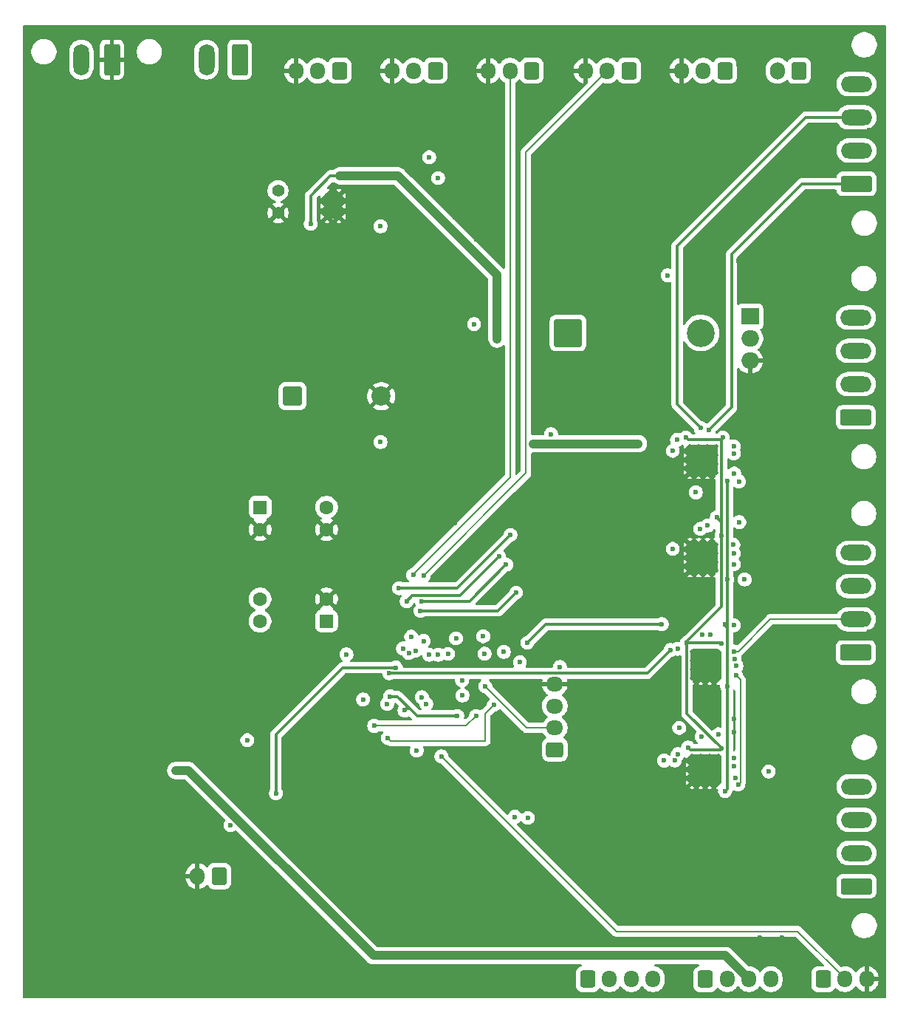
<source format=gbr>
%TF.GenerationSoftware,KiCad,Pcbnew,9.0.2*%
%TF.CreationDate,2025-12-04T12:20:34+01:00*%
%TF.ProjectId,TechStarter,54656368-5374-4617-9274-65722e6b6963,rev?*%
%TF.SameCoordinates,Original*%
%TF.FileFunction,Copper,L4,Bot*%
%TF.FilePolarity,Positive*%
%FSLAX46Y46*%
G04 Gerber Fmt 4.6, Leading zero omitted, Abs format (unit mm)*
G04 Created by KiCad (PCBNEW 9.0.2) date 2025-12-04 12:20:34*
%MOMM*%
%LPD*%
G01*
G04 APERTURE LIST*
G04 Aperture macros list*
%AMRoundRect*
0 Rectangle with rounded corners*
0 $1 Rounding radius*
0 $2 $3 $4 $5 $6 $7 $8 $9 X,Y pos of 4 corners*
0 Add a 4 corners polygon primitive as box body*
4,1,4,$2,$3,$4,$5,$6,$7,$8,$9,$2,$3,0*
0 Add four circle primitives for the rounded corners*
1,1,$1+$1,$2,$3*
1,1,$1+$1,$4,$5*
1,1,$1+$1,$6,$7*
1,1,$1+$1,$8,$9*
0 Add four rect primitives between the rounded corners*
20,1,$1+$1,$2,$3,$4,$5,0*
20,1,$1+$1,$4,$5,$6,$7,0*
20,1,$1+$1,$6,$7,$8,$9,0*
20,1,$1+$1,$8,$9,$2,$3,0*%
G04 Aperture macros list end*
%TA.AperFunction,ComponentPad*%
%ADD10RoundRect,0.250000X0.600000X0.725000X-0.600000X0.725000X-0.600000X-0.725000X0.600000X-0.725000X0*%
%TD*%
%TA.AperFunction,ComponentPad*%
%ADD11O,1.700000X1.950000*%
%TD*%
%TA.AperFunction,ComponentPad*%
%ADD12RoundRect,0.250000X-0.600000X-0.725000X0.600000X-0.725000X0.600000X0.725000X-0.600000X0.725000X0*%
%TD*%
%TA.AperFunction,ComponentPad*%
%ADD13RoundRect,0.250000X0.650000X1.550000X-0.650000X1.550000X-0.650000X-1.550000X0.650000X-1.550000X0*%
%TD*%
%TA.AperFunction,ComponentPad*%
%ADD14O,1.800000X3.600000*%
%TD*%
%TA.AperFunction,ComponentPad*%
%ADD15RoundRect,0.250000X1.550000X-0.650000X1.550000X0.650000X-1.550000X0.650000X-1.550000X-0.650000X0*%
%TD*%
%TA.AperFunction,ComponentPad*%
%ADD16O,3.600000X1.800000*%
%TD*%
%TA.AperFunction,ComponentPad*%
%ADD17RoundRect,0.249999X-0.850001X-0.850001X0.850001X-0.850001X0.850001X0.850001X-0.850001X0.850001X0*%
%TD*%
%TA.AperFunction,ComponentPad*%
%ADD18C,2.200000*%
%TD*%
%TA.AperFunction,HeatsinkPad*%
%ADD19C,0.500000*%
%TD*%
%TA.AperFunction,HeatsinkPad*%
%ADD20R,1.900000X2.900000*%
%TD*%
%TA.AperFunction,ComponentPad*%
%ADD21RoundRect,0.250000X0.550000X0.550000X-0.550000X0.550000X-0.550000X-0.550000X0.550000X-0.550000X0*%
%TD*%
%TA.AperFunction,ComponentPad*%
%ADD22C,1.600000*%
%TD*%
%TA.AperFunction,HeatsinkPad*%
%ADD23R,3.500000X3.500000*%
%TD*%
%TA.AperFunction,ComponentPad*%
%ADD24RoundRect,0.250000X0.725000X-0.600000X0.725000X0.600000X-0.725000X0.600000X-0.725000X-0.600000X0*%
%TD*%
%TA.AperFunction,ComponentPad*%
%ADD25O,1.950000X1.700000*%
%TD*%
%TA.AperFunction,ComponentPad*%
%ADD26RoundRect,0.250000X-0.550000X-0.550000X0.550000X-0.550000X0.550000X0.550000X-0.550000X0.550000X0*%
%TD*%
%TA.AperFunction,ComponentPad*%
%ADD27RoundRect,0.250000X0.600000X0.750000X-0.600000X0.750000X-0.600000X-0.750000X0.600000X-0.750000X0*%
%TD*%
%TA.AperFunction,ComponentPad*%
%ADD28O,1.700000X2.000000*%
%TD*%
%TA.AperFunction,ComponentPad*%
%ADD29RoundRect,0.250000X-1.350000X-1.350000X1.350000X-1.350000X1.350000X1.350000X-1.350000X1.350000X0*%
%TD*%
%TA.AperFunction,ComponentPad*%
%ADD30C,3.200000*%
%TD*%
%TA.AperFunction,ComponentPad*%
%ADD31C,1.400000*%
%TD*%
%TA.AperFunction,ComponentPad*%
%ADD32R,2.000000X1.905000*%
%TD*%
%TA.AperFunction,ComponentPad*%
%ADD33O,2.000000X1.905000*%
%TD*%
%TA.AperFunction,ViaPad*%
%ADD34C,0.600000*%
%TD*%
%TA.AperFunction,Conductor*%
%ADD35C,0.300000*%
%TD*%
%TA.AperFunction,Conductor*%
%ADD36C,1.000000*%
%TD*%
%TA.AperFunction,Conductor*%
%ADD37C,0.200000*%
%TD*%
G04 APERTURE END LIST*
D10*
%TO.P,J7,1,Pin_1*%
%TO.N,+3.3V*%
X235000000Y-30695000D03*
D11*
%TO.P,J7,2,Pin_2*%
%TO.N,IS5*%
X232500000Y-30695000D03*
%TO.P,J7,3,Pin_3*%
%TO.N,GND*%
X230000000Y-30695000D03*
%TD*%
D12*
%TO.P,J9,1,Pin_1*%
%TO.N,+3.3V*%
X257250000Y-134805000D03*
D11*
%TO.P,J9,2,Pin_2*%
%TO.N,IS1*%
X259750000Y-134805000D03*
%TO.P,J9,3,Pin_3*%
%TO.N,GND*%
X262250000Y-134805000D03*
%TD*%
D12*
%TO.P,J18,1,Pin_1*%
%TO.N,+3.3V*%
X243750000Y-134805000D03*
D11*
%TO.P,J18,2,Pin_2*%
%TO.N,EB1*%
X246250000Y-134805000D03*
%TO.P,J18,3,Pin_3*%
%TO.N,+3.3V*%
X248750000Y-134805000D03*
%TO.P,J18,4,Pin_4*%
%TO.N,EB2*%
X251250000Y-134805000D03*
%TD*%
D13*
%TO.P,J16,1,Pin_1*%
%TO.N,+24V*%
X190350000Y-29432500D03*
D14*
%TO.P,J16,2,Pin_2*%
%TO.N,Net-(D4-A)*%
X186540000Y-29432500D03*
%TD*%
D15*
%TO.P,J2,1,Pin_1*%
%TO.N,Net-(J2-Pin_1)*%
X261067500Y-43660000D03*
D16*
%TO.P,J2,2,Pin_2*%
%TO.N,Net-(J2-Pin_2)*%
X261067500Y-39850000D03*
%TO.P,J2,3,Pin_3*%
%TO.N,Net-(J2-Pin_3)*%
X261067500Y-36040000D03*
%TO.P,J2,4,Pin_4*%
%TO.N,Net-(J2-Pin_4)*%
X261067500Y-32230000D03*
%TD*%
D17*
%TO.P,D1,1,K*%
%TO.N,Net-(D1-K)*%
X196420000Y-68000000D03*
D18*
%TO.P,D1,2,A*%
%TO.N,GND*%
X206580000Y-68000000D03*
%TD*%
D19*
%TO.P,U12,9,EPAD*%
%TO.N,GND*%
X200350000Y-45000000D03*
X200350000Y-46200000D03*
X200350000Y-47400000D03*
D20*
X201050000Y-46200000D03*
D19*
X201750000Y-45000000D03*
X201750000Y-46200000D03*
X201750000Y-47400000D03*
%TD*%
D12*
%TO.P,J15,1,Pin_1*%
%TO.N,+3.3V*%
X230250000Y-134805000D03*
D11*
%TO.P,J15,2,Pin_2*%
%TO.N,EB3*%
X232750000Y-134805000D03*
%TO.P,J15,3,Pin_3*%
%TO.N,+3.3V*%
X235250000Y-134805000D03*
%TO.P,J15,4,Pin_4*%
%TO.N,EB4*%
X237750000Y-134805000D03*
%TD*%
D21*
%TO.P,U10,1*%
%TO.N,Net-(R11-Pad2)*%
X200305000Y-93775000D03*
D22*
%TO.P,U10,2*%
%TO.N,GND*%
X200305000Y-91235000D03*
%TO.P,U10,3*%
%TO.N,Net-(J3-Pin_2)*%
X192685000Y-91235000D03*
%TO.P,U10,4*%
%TO.N,+24V*%
X192685000Y-93775000D03*
%TD*%
D19*
%TO.P,U8,29,GND*%
%TO.N,GND*%
X242235000Y-109250000D03*
X242235000Y-110250000D03*
X242235000Y-111250000D03*
X242235000Y-112250000D03*
X243235000Y-109250000D03*
X243235000Y-110250000D03*
X243235000Y-111250000D03*
X243235000Y-112250000D03*
D23*
X243735000Y-110750000D03*
D19*
X244235000Y-109250000D03*
X244235000Y-110250000D03*
X244235000Y-111250000D03*
X244235000Y-112250000D03*
X245235000Y-109250000D03*
X245235000Y-110250000D03*
X245235000Y-111250000D03*
X245235000Y-112250000D03*
%TD*%
D24*
%TO.P,J14,1,Pin_1*%
%TO.N,+5V*%
X226475000Y-108500000D03*
D25*
%TO.P,J14,2,Pin_2*%
%TO.N,TX6*%
X226475000Y-106000000D03*
%TO.P,J14,3,Pin_3*%
%TO.N,RX6*%
X226475000Y-103500000D03*
%TO.P,J14,4,Pin_4*%
%TO.N,GND*%
X226475000Y-101000000D03*
%TD*%
D10*
%TO.P,J10,1,Pin_1*%
%TO.N,+3.3V*%
X212800000Y-30695000D03*
D11*
%TO.P,J10,2,Pin_2*%
%TO.N,IS2*%
X210300000Y-30695000D03*
%TO.P,J10,3,Pin_3*%
%TO.N,GND*%
X207800000Y-30695000D03*
%TD*%
D15*
%TO.P,J1,1,Pin_1*%
%TO.N,Net-(J1-Pin_1)*%
X261000000Y-70430000D03*
D16*
%TO.P,J1,2,Pin_2*%
%TO.N,Net-(J1-Pin_2)*%
X261000000Y-66620000D03*
%TO.P,J1,3,Pin_3*%
%TO.N,Net-(J1-Pin_3)*%
X261000000Y-62810000D03*
%TO.P,J1,4,Pin_4*%
%TO.N,Net-(J1-Pin_4)*%
X261000000Y-59000000D03*
%TD*%
D10*
%TO.P,J11,1,Pin_1*%
%TO.N,+3.3V*%
X201800000Y-30695000D03*
D11*
%TO.P,J11,2,Pin_2*%
%TO.N,IS3*%
X199300000Y-30695000D03*
%TO.P,J11,3,Pin_3*%
%TO.N,GND*%
X196800000Y-30695000D03*
%TD*%
D13*
%TO.P,J13,1,Pin_1*%
%TO.N,GND*%
X175695000Y-29432500D03*
D14*
%TO.P,J13,2,Pin_2*%
%TO.N,+24V*%
X172195000Y-29432500D03*
%TD*%
D26*
%TO.P,U9,1*%
%TO.N,Net-(R20-Pad1)*%
X192695000Y-80725000D03*
D22*
%TO.P,U9,2*%
%TO.N,GND*%
X192695000Y-83265000D03*
%TO.P,U9,3*%
X200315000Y-83265000D03*
%TO.P,U9,4*%
%TO.N,OutputFromRobot*%
X200315000Y-80725000D03*
%TD*%
D19*
%TO.P,U2,29,GND*%
%TO.N,GND*%
X241985000Y-73750000D03*
X241985000Y-74750000D03*
X241985000Y-75750000D03*
X241985000Y-76750000D03*
X242985000Y-73750000D03*
X242985000Y-74750000D03*
X242985000Y-75750000D03*
X242985000Y-76750000D03*
D23*
X243485000Y-75250000D03*
D19*
X243985000Y-73750000D03*
X243985000Y-74750000D03*
X243985000Y-75750000D03*
X243985000Y-76750000D03*
X244985000Y-73750000D03*
X244985000Y-74750000D03*
X244985000Y-75750000D03*
X244985000Y-76750000D03*
%TD*%
D27*
%TO.P,J3,1,Pin_1*%
%TO.N,Net-(J3-Pin_1)*%
X254500000Y-30695000D03*
D28*
%TO.P,J3,2,Pin_2*%
%TO.N,Net-(J3-Pin_2)*%
X252000000Y-30695000D03*
%TD*%
D19*
%TO.P,U6,29,GND*%
%TO.N,GND*%
X242235000Y-97300000D03*
X242235000Y-98300000D03*
X242235000Y-99300000D03*
X242235000Y-100300000D03*
X243235000Y-97300000D03*
X243235000Y-98300000D03*
X243235000Y-99300000D03*
X243235000Y-100300000D03*
D23*
X243735000Y-98800000D03*
D19*
X244235000Y-97300000D03*
X244235000Y-98300000D03*
X244235000Y-99300000D03*
X244235000Y-100300000D03*
X245235000Y-97300000D03*
X245235000Y-98300000D03*
X245235000Y-99300000D03*
X245235000Y-100300000D03*
%TD*%
D10*
%TO.P,J8,1,Pin_1*%
%TO.N,+3.3V*%
X223850000Y-30695000D03*
D11*
%TO.P,J8,2,Pin_2*%
%TO.N,IS6*%
X221350000Y-30695000D03*
%TO.P,J8,3,Pin_3*%
%TO.N,GND*%
X218850000Y-30695000D03*
%TD*%
D27*
%TO.P,J17,1,Pin_1*%
%TO.N,+BATT*%
X188000000Y-123000000D03*
D28*
%TO.P,J17,2,Pin_2*%
%TO.N,GND*%
X185500000Y-123000000D03*
%TD*%
D15*
%TO.P,J4,1,Pin_1*%
%TO.N,Net-(J4-Pin_1)*%
X261000000Y-97370000D03*
D16*
%TO.P,J4,2,Pin_2*%
%TO.N,Net-(J4-Pin_2)*%
X261000000Y-93560000D03*
%TO.P,J4,3,Pin_3*%
%TO.N,Net-(J4-Pin_3)*%
X261000000Y-89750000D03*
%TO.P,J4,4,Pin_4*%
%TO.N,Net-(J4-Pin_4)*%
X261000000Y-85940000D03*
%TD*%
D29*
%TO.P,D4,1,K*%
%TO.N,+24V*%
X227995000Y-60750000D03*
D30*
%TO.P,D4,2,A*%
%TO.N,Net-(D4-A)*%
X243235000Y-60750000D03*
%TD*%
D31*
%TO.P,TH1,1*%
%TO.N,Net-(U12-TEMP)*%
X194750000Y-44460000D03*
%TO.P,TH1,2*%
%TO.N,GND*%
X194750000Y-47000000D03*
%TD*%
D15*
%TO.P,J6,1,Pin_1*%
%TO.N,Net-(J6-Pin_1)*%
X261067500Y-124160000D03*
D16*
%TO.P,J6,2,Pin_2*%
%TO.N,Net-(J6-Pin_2)*%
X261067500Y-120350000D03*
%TO.P,J6,3,Pin_3*%
%TO.N,Net-(J6-Pin_3)*%
X261067500Y-116540000D03*
%TO.P,J6,4,Pin_4*%
%TO.N,Net-(J6-Pin_4)*%
X261067500Y-112730000D03*
%TD*%
D19*
%TO.P,U3,29,GND*%
%TO.N,GND*%
X241985000Y-85000000D03*
X241985000Y-86000000D03*
X241985000Y-87000000D03*
X241985000Y-88000000D03*
X242985000Y-85000000D03*
X242985000Y-86000000D03*
X242985000Y-87000000D03*
X242985000Y-88000000D03*
D23*
X243485000Y-86500000D03*
D19*
X243985000Y-85000000D03*
X243985000Y-86000000D03*
X243985000Y-87000000D03*
X243985000Y-88000000D03*
X244985000Y-85000000D03*
X244985000Y-86000000D03*
X244985000Y-87000000D03*
X244985000Y-88000000D03*
%TD*%
D10*
%TO.P,J5,1,Pin_1*%
%TO.N,+3.3V*%
X246000000Y-30695000D03*
D11*
%TO.P,J5,2,Pin_2*%
%TO.N,IS4*%
X243500000Y-30695000D03*
%TO.P,J5,3,Pin_3*%
%TO.N,GND*%
X241000000Y-30695000D03*
%TD*%
D32*
%TO.P,Q3,1,G*%
%TO.N,Net-(Q3-G)*%
X248875000Y-58870000D03*
D33*
%TO.P,Q3,2,D*%
%TO.N,Net-(D4-A)*%
X248875000Y-61410000D03*
%TO.P,Q3,3,S*%
%TO.N,GND*%
X248875000Y-63950000D03*
%TD*%
D34*
%TO.N,GND*%
X185000000Y-120000000D03*
X187000000Y-120000000D03*
X232500000Y-122500000D03*
X182500000Y-57500000D03*
X257500000Y-27500000D03*
X205000000Y-117500000D03*
X167500000Y-110000000D03*
X192500000Y-37500000D03*
X252500000Y-60000000D03*
X197500000Y-135000000D03*
X172500000Y-82500000D03*
X180000000Y-47500000D03*
X195000000Y-83265000D03*
X192500000Y-40000000D03*
X170000000Y-52500000D03*
X230000000Y-77500000D03*
X175000000Y-72500000D03*
X172500000Y-102500000D03*
X240000000Y-117500000D03*
X170000000Y-47500000D03*
X245500000Y-59000000D03*
X235000000Y-55000000D03*
X182500000Y-47500000D03*
X180000000Y-37500000D03*
X230000000Y-82500000D03*
X191000000Y-67000000D03*
X257500000Y-100000000D03*
X245000000Y-37500000D03*
X217500000Y-40000000D03*
X190000000Y-47500000D03*
X232500000Y-52500000D03*
X217500000Y-45000000D03*
X195000000Y-85000000D03*
X232500000Y-57500000D03*
X247500000Y-30000000D03*
X190000000Y-62500000D03*
X232500000Y-62500000D03*
X202500000Y-110000000D03*
X235000000Y-45000000D03*
X170000000Y-55000000D03*
X230000000Y-92500000D03*
X202000000Y-66000000D03*
X167500000Y-32500000D03*
X172500000Y-127500000D03*
X257500000Y-57500000D03*
X217500000Y-75000000D03*
X252500000Y-122500000D03*
X175000000Y-135000000D03*
X227500000Y-65000000D03*
X195000000Y-97500000D03*
X257500000Y-47500000D03*
X235000000Y-47500000D03*
X177500000Y-97500000D03*
X187500000Y-105000000D03*
X202000000Y-55500000D03*
X190000000Y-45000000D03*
X235000000Y-115000000D03*
X175000000Y-47500000D03*
X167500000Y-35000000D03*
X195000000Y-130000000D03*
X257500000Y-122500000D03*
X202500000Y-105000000D03*
X245000000Y-52500000D03*
X172500000Y-60000000D03*
X177500000Y-135000000D03*
X180000000Y-125000000D03*
X175000000Y-60000000D03*
X167500000Y-55000000D03*
X239000000Y-68500000D03*
X205000000Y-110000000D03*
X170000000Y-102500000D03*
X187500000Y-85000000D03*
X185000000Y-107500000D03*
X220000000Y-47500000D03*
X225000000Y-40000000D03*
X257500000Y-107500000D03*
X190000000Y-107500000D03*
X185000000Y-42500000D03*
X217500000Y-125000000D03*
X252500000Y-62500000D03*
X255000000Y-107500000D03*
X252500000Y-127500000D03*
X256500000Y-118000000D03*
X208000000Y-101000000D03*
X197500000Y-97500000D03*
X255000000Y-82500000D03*
X170000000Y-132500000D03*
X180000000Y-40000000D03*
X180000000Y-117500000D03*
X175000000Y-87500000D03*
X215000000Y-127500000D03*
X167500000Y-87500000D03*
X250000000Y-40000000D03*
X187500000Y-135000000D03*
X241000000Y-92500000D03*
X262500000Y-30000000D03*
X207500000Y-120000000D03*
X230000000Y-52500000D03*
X177500000Y-62500000D03*
X180000000Y-112500000D03*
X190000000Y-77500000D03*
X180000000Y-32500000D03*
X257500000Y-37500000D03*
X245000000Y-120000000D03*
X172500000Y-125000000D03*
X175000000Y-82500000D03*
X167500000Y-70000000D03*
X242500000Y-120000000D03*
X255000000Y-67500000D03*
X170000000Y-77500000D03*
X175000000Y-102500000D03*
X167500000Y-72500000D03*
X239000000Y-95500000D03*
X200000000Y-110000000D03*
X195000000Y-100000000D03*
X202500000Y-80000000D03*
X220000000Y-127500000D03*
X195000000Y-132500000D03*
X170000000Y-37500000D03*
X182500000Y-135000000D03*
X185000000Y-102500000D03*
X262500000Y-77500000D03*
X202500000Y-82500000D03*
X170000000Y-62500000D03*
X238000000Y-57500000D03*
X254972500Y-127527500D03*
X255000000Y-97500000D03*
X200000000Y-75000000D03*
X170000000Y-45000000D03*
X167500000Y-102500000D03*
X215000000Y-122500000D03*
X262500000Y-110000000D03*
X205000000Y-90000000D03*
X262500000Y-72500000D03*
X172500000Y-85000000D03*
X180000000Y-95000000D03*
X192500000Y-50000000D03*
X187500000Y-127500000D03*
X192500000Y-87500000D03*
X190000000Y-57500000D03*
X217500000Y-47500000D03*
X232500000Y-82500000D03*
X255000000Y-122500000D03*
X177500000Y-87500000D03*
X255000000Y-100000000D03*
X187500000Y-107500000D03*
X177500000Y-110000000D03*
X190000000Y-95000000D03*
X232500000Y-103500000D03*
X177500000Y-100000000D03*
X230000000Y-97500000D03*
X167500000Y-47500000D03*
X182500000Y-62500000D03*
X252500000Y-27500000D03*
X195000000Y-95000000D03*
X190000000Y-97500000D03*
X187500000Y-97500000D03*
X200000000Y-65000000D03*
X172500000Y-62500000D03*
X236000000Y-61500000D03*
X205000000Y-115000000D03*
X237500000Y-37500000D03*
X250000000Y-27500000D03*
X175000000Y-45000000D03*
X252500000Y-85000000D03*
X197500000Y-90000000D03*
X262500000Y-57500000D03*
X235000000Y-125000000D03*
X247500000Y-122500000D03*
X230000000Y-65000000D03*
X237500000Y-117500000D03*
X217500000Y-37500000D03*
X170000000Y-107500000D03*
X205000000Y-75000000D03*
X250000000Y-117500000D03*
X235000000Y-110000000D03*
X180000000Y-100000000D03*
X170000000Y-100000000D03*
X255000000Y-105000000D03*
X230000000Y-42500000D03*
X185000000Y-97500000D03*
X255000000Y-132500000D03*
X177500000Y-47500000D03*
X172500000Y-92500000D03*
X225000000Y-135000000D03*
X250000000Y-127500000D03*
X235000000Y-90000000D03*
X190000000Y-132500000D03*
X177500000Y-75000000D03*
X175000000Y-40000000D03*
X235000000Y-117500000D03*
X197500000Y-92500000D03*
X227500000Y-112500000D03*
X250000000Y-67500000D03*
X250000000Y-125000000D03*
X167500000Y-50000000D03*
X230000000Y-55000000D03*
X205000000Y-82500000D03*
X182500000Y-40000000D03*
X167500000Y-105000000D03*
X175000000Y-52500000D03*
X170000000Y-87500000D03*
X204000000Y-67500000D03*
X172500000Y-90000000D03*
X200000000Y-120000000D03*
X182500000Y-60000000D03*
X232500000Y-60000000D03*
X185000000Y-60000000D03*
X227500000Y-42500000D03*
X175000000Y-132500000D03*
X177500000Y-70000000D03*
X255000000Y-95000000D03*
X212500000Y-122500000D03*
X172500000Y-72500000D03*
X197500000Y-110000000D03*
X167500000Y-112500000D03*
X238500000Y-81000000D03*
X190000000Y-50000000D03*
X212500000Y-35000000D03*
X187500000Y-42500000D03*
X220000000Y-72500000D03*
X197500000Y-115000000D03*
X227500000Y-82500000D03*
X222500000Y-35000000D03*
X262500000Y-52500000D03*
X182500000Y-90000000D03*
X257500000Y-115000000D03*
X227000000Y-95500000D03*
X245000000Y-67500000D03*
X210000000Y-50000000D03*
X207500000Y-135000000D03*
X180000000Y-87500000D03*
X252500000Y-82500000D03*
X177500000Y-125000000D03*
X252500000Y-87500000D03*
X172500000Y-52500000D03*
X257500000Y-125000000D03*
X232500000Y-65000000D03*
X182500000Y-122500000D03*
X257500000Y-87500000D03*
X242500000Y-117500000D03*
X257500000Y-97500000D03*
X177500000Y-60000000D03*
X210000000Y-53500000D03*
X172500000Y-130000000D03*
X167500000Y-80000000D03*
X170000000Y-122500000D03*
X190000000Y-135000000D03*
X242500000Y-65000000D03*
X187500000Y-75000000D03*
X240000000Y-40000000D03*
X252500000Y-117500000D03*
X210000000Y-120000000D03*
X172500000Y-112500000D03*
X245000000Y-125000000D03*
X177500000Y-95000000D03*
X241000000Y-80000000D03*
X255000000Y-92500000D03*
X187500000Y-40000000D03*
X180000000Y-97500000D03*
X250000000Y-32500000D03*
X192500000Y-132500000D03*
X257500000Y-40000000D03*
X187500000Y-130000000D03*
X252500000Y-102500000D03*
X175000000Y-70000000D03*
X202500000Y-85000000D03*
X232500000Y-97500000D03*
X195000000Y-127500000D03*
X238000000Y-59500000D03*
X250000000Y-35000000D03*
X220000000Y-135000000D03*
X177500000Y-112500000D03*
X172500000Y-75000000D03*
X175000000Y-110000000D03*
X167500000Y-95000000D03*
X170000000Y-82500000D03*
X202500000Y-120000000D03*
X235000000Y-112500000D03*
X182500000Y-82500000D03*
X167500000Y-90000000D03*
X177500000Y-42500000D03*
X170000000Y-65000000D03*
X225000000Y-47500000D03*
X177500000Y-57500000D03*
X252500000Y-105000000D03*
X242500000Y-37500000D03*
X192500000Y-85000000D03*
X247500000Y-40000000D03*
X175000000Y-92500000D03*
X185000000Y-105000000D03*
X262500000Y-100000000D03*
X192500000Y-67500000D03*
X238000000Y-107500000D03*
X227500000Y-47500000D03*
X262500000Y-115000000D03*
X195000000Y-80000000D03*
X167500000Y-120000000D03*
X182500000Y-75000000D03*
X200000000Y-130000000D03*
X170000000Y-57500000D03*
X252500000Y-57500000D03*
X241000000Y-90500000D03*
X185000000Y-95000000D03*
X177500000Y-45000000D03*
X197500000Y-130000000D03*
X180000000Y-102500000D03*
X202500000Y-122500000D03*
X217500000Y-35000000D03*
X256000000Y-113500000D03*
X202500000Y-95000000D03*
X205000000Y-120000000D03*
X229000000Y-69500000D03*
X185000000Y-47500000D03*
X232500000Y-90000000D03*
X172500000Y-77500000D03*
X247500000Y-27500000D03*
X257500000Y-95000000D03*
X252500000Y-100000000D03*
X257500000Y-110000000D03*
X170000000Y-112500000D03*
X205000000Y-107500000D03*
X170000000Y-135000000D03*
X185000000Y-80000000D03*
X180000000Y-50000000D03*
X187500000Y-82500000D03*
X175000000Y-117500000D03*
X180000000Y-122500000D03*
X245000000Y-45000000D03*
X262500000Y-132500000D03*
X177500000Y-102500000D03*
X177500000Y-50000000D03*
X257500000Y-75000000D03*
X167500000Y-62500000D03*
X192500000Y-102500000D03*
X185000000Y-50000000D03*
X170000000Y-120000000D03*
X257500000Y-82500000D03*
X175000000Y-80000000D03*
X197500000Y-80000000D03*
X216000000Y-96750000D03*
X227500000Y-117500000D03*
X243000000Y-91500000D03*
X182500000Y-32500000D03*
X182500000Y-105000000D03*
X257500000Y-32500000D03*
X180000000Y-45000000D03*
X232500000Y-80000000D03*
X242500000Y-40000000D03*
X242500000Y-122500000D03*
X235000000Y-75000000D03*
X255000000Y-120000000D03*
X180000000Y-110000000D03*
X202500000Y-50000000D03*
X195000000Y-135000000D03*
X210000000Y-127500000D03*
X170000000Y-95000000D03*
X240000000Y-122500000D03*
X213500000Y-70500000D03*
X170000000Y-40000000D03*
X172500000Y-95000000D03*
X175000000Y-47500000D03*
X217500000Y-42500000D03*
X215000000Y-75000000D03*
X252472500Y-125027500D03*
X192500000Y-100000000D03*
X236000000Y-59500000D03*
X200000000Y-135000000D03*
X175000000Y-90000000D03*
X235000000Y-87500000D03*
X182500000Y-80000000D03*
X187500000Y-80000000D03*
X232500000Y-117500000D03*
X177500000Y-117500000D03*
X170000000Y-75000000D03*
X177500000Y-77500000D03*
X182500000Y-132500000D03*
X235000000Y-82500000D03*
X259972500Y-132527500D03*
X185000000Y-45000000D03*
X247000000Y-106500000D03*
X170000000Y-105000000D03*
X237500000Y-50000000D03*
X247500000Y-35000000D03*
X257500000Y-67500000D03*
X175000000Y-75000000D03*
X197750000Y-49750000D03*
X177500000Y-72500000D03*
X170000000Y-50000000D03*
X237500000Y-70000000D03*
X180000000Y-92500000D03*
X250000000Y-87000000D03*
X227500000Y-67500000D03*
X172500000Y-110000000D03*
X180000000Y-105000000D03*
X220000000Y-37500000D03*
X202000000Y-61500000D03*
X245000000Y-117500000D03*
X242500000Y-67500000D03*
X177500000Y-105000000D03*
X195000000Y-117500000D03*
X210000000Y-80000000D03*
X172500000Y-105000000D03*
X257500000Y-52500000D03*
X210000000Y-122500000D03*
X170000000Y-70000000D03*
X210000000Y-47500000D03*
X257500000Y-42500000D03*
X182500000Y-70000000D03*
X195000000Y-92500000D03*
X220000000Y-110000000D03*
X242500000Y-55000000D03*
X195000000Y-40000000D03*
X232500000Y-47500000D03*
X197500000Y-95000000D03*
X197500000Y-83265000D03*
X240500000Y-103500000D03*
X177500000Y-90000000D03*
X177500000Y-92500000D03*
X250000000Y-105000000D03*
X215000000Y-130000000D03*
X205000000Y-127500000D03*
X237500000Y-65000000D03*
X177500000Y-115000000D03*
X175000000Y-115000000D03*
X190000000Y-127500000D03*
X187500000Y-95000000D03*
X262500000Y-65000000D03*
X220000000Y-130000000D03*
X177500000Y-37500000D03*
X177500000Y-40000000D03*
X245000000Y-65000000D03*
X172500000Y-87500000D03*
X247500000Y-52500000D03*
X252500000Y-72500000D03*
X167500000Y-130000000D03*
X237500000Y-125000000D03*
X197500000Y-100000000D03*
X237500000Y-120000000D03*
X245500000Y-57500000D03*
X242500000Y-127500000D03*
X177500000Y-82500000D03*
X200000000Y-107500000D03*
X212500000Y-125000000D03*
X212500000Y-135000000D03*
X170000000Y-40000000D03*
X187500000Y-57500000D03*
X185000000Y-130000000D03*
X230000000Y-45000000D03*
X257500000Y-55000000D03*
X197500000Y-107500000D03*
X175000000Y-130000000D03*
X230000000Y-110000000D03*
X215000000Y-82500000D03*
X205000000Y-92500000D03*
X172500000Y-55000000D03*
X190000000Y-100000000D03*
X225000000Y-45000000D03*
X185000000Y-40000000D03*
X250000000Y-52500000D03*
X237500000Y-47500000D03*
X192500000Y-130000000D03*
X190000000Y-60000000D03*
X252500000Y-132500000D03*
X177500000Y-127500000D03*
X197500000Y-75000000D03*
X175000000Y-127500000D03*
X217500000Y-122500000D03*
X255000000Y-102500000D03*
X180000000Y-107500000D03*
X217500000Y-127500000D03*
X253500000Y-111000000D03*
X185000000Y-85000000D03*
X190000000Y-102500000D03*
X207500000Y-82500000D03*
X260000000Y-30000000D03*
X232500000Y-75000000D03*
X175000000Y-77500000D03*
X252500000Y-130000000D03*
X205000000Y-95000000D03*
X167500000Y-92500000D03*
X172500000Y-57500000D03*
X195000000Y-102500000D03*
X252500000Y-50000000D03*
X195000000Y-115000000D03*
X182500000Y-102500000D03*
X217500000Y-55000000D03*
X207500000Y-122500000D03*
X167500000Y-57500000D03*
X182500000Y-47500000D03*
X240000000Y-70000000D03*
X182500000Y-100000000D03*
X175000000Y-95000000D03*
X222500000Y-110000000D03*
X247500000Y-32500000D03*
X257500000Y-50000000D03*
X167500000Y-107500000D03*
X187500000Y-77500000D03*
X202500000Y-125000000D03*
X182500000Y-42500000D03*
X177500000Y-65000000D03*
X230000000Y-35000000D03*
X182500000Y-117500000D03*
X180000000Y-127500000D03*
X247000000Y-105000000D03*
X250000000Y-30000000D03*
X190000000Y-85000000D03*
X185000000Y-90000000D03*
X220000000Y-45000000D03*
X215000000Y-55000000D03*
X182500000Y-65000000D03*
X172500000Y-135000000D03*
X170000000Y-80000000D03*
X230000000Y-65000000D03*
X232500000Y-105000000D03*
X205000000Y-80000000D03*
X252500000Y-95000000D03*
X167500000Y-117500000D03*
X187500000Y-60000000D03*
X242500000Y-42500000D03*
X215000000Y-80000000D03*
X175000000Y-125000000D03*
X182500000Y-37500000D03*
X190000000Y-37500000D03*
X237500000Y-122500000D03*
X232500000Y-35000000D03*
X255000000Y-80000000D03*
X180000000Y-90000000D03*
X170000000Y-117500000D03*
X207800000Y-45000000D03*
X170000000Y-42500000D03*
X235000000Y-120000000D03*
X217500000Y-72500000D03*
X225000000Y-50000000D03*
X172500000Y-65000000D03*
X185000000Y-32500000D03*
X235000000Y-80000000D03*
X182500000Y-125000000D03*
X180000000Y-85000000D03*
X202500000Y-82500000D03*
X180000000Y-42500000D03*
X238500000Y-92500000D03*
X207500000Y-130000000D03*
X167500000Y-82500000D03*
X172500000Y-132500000D03*
X257500000Y-80000000D03*
X185000000Y-82500000D03*
X170000000Y-130000000D03*
X175000000Y-122500000D03*
X185000000Y-75000000D03*
X182500000Y-127500000D03*
X240000000Y-42500000D03*
X222500000Y-112500000D03*
X237500000Y-72500000D03*
X225000000Y-35000000D03*
X190000000Y-130000000D03*
X247500000Y-125000000D03*
X167500000Y-100000000D03*
X167500000Y-60000000D03*
X192500000Y-42500000D03*
X175000000Y-67500000D03*
X235000000Y-97500000D03*
X220000000Y-40000000D03*
X227500000Y-52500000D03*
X170000000Y-110000000D03*
X207000000Y-104500000D03*
X192500000Y-115000000D03*
X246500000Y-114500000D03*
X187500000Y-100000000D03*
X192500000Y-65000000D03*
X213500000Y-72000000D03*
X182500000Y-87500000D03*
X252500000Y-92500000D03*
X177500000Y-107500000D03*
X247500000Y-120000000D03*
X175000000Y-112500000D03*
X170000000Y-97500000D03*
X200000000Y-132500000D03*
X182500000Y-77500000D03*
X167500000Y-122500000D03*
X240000000Y-125000000D03*
X245000000Y-114500000D03*
X172500000Y-70000000D03*
X220000000Y-35000000D03*
X170000000Y-60000000D03*
X175000000Y-37500000D03*
X180000000Y-135000000D03*
X215000000Y-42500000D03*
X177500000Y-42500000D03*
X232500000Y-115000000D03*
X255000000Y-27500000D03*
X167500000Y-125000000D03*
X250000000Y-84000000D03*
X172500000Y-107500000D03*
X172500000Y-100000000D03*
X257472500Y-130027500D03*
X215000000Y-45000000D03*
X245000000Y-35000000D03*
X192500000Y-47500000D03*
X237500000Y-127500000D03*
X237500000Y-52500000D03*
X262500000Y-37500000D03*
X167500000Y-135000000D03*
X187500000Y-102500000D03*
X205500000Y-53500000D03*
X182500000Y-50000000D03*
X235000000Y-92500000D03*
X185000000Y-92500000D03*
X247500000Y-42500000D03*
X185000000Y-77500000D03*
X237500000Y-45000000D03*
X200000000Y-122500000D03*
X252500000Y-120000000D03*
X257500000Y-60000000D03*
X230000000Y-40000000D03*
X220000000Y-50000000D03*
X250000000Y-50000000D03*
X172500000Y-120000000D03*
X228000000Y-90500000D03*
X192500000Y-105000000D03*
X205000000Y-122500000D03*
X170000000Y-67500000D03*
X227500000Y-80000000D03*
X192500000Y-75000000D03*
X252500000Y-65000000D03*
X222500000Y-130000000D03*
X212500000Y-130000000D03*
X262500000Y-87500000D03*
X177500000Y-130000000D03*
X225000000Y-112500000D03*
X172500000Y-67500000D03*
X198500000Y-54500000D03*
X249972500Y-122527500D03*
X190000000Y-40000000D03*
X167500000Y-67500000D03*
X167500000Y-37500000D03*
X232500000Y-92500000D03*
X241500000Y-115000000D03*
X252500000Y-55000000D03*
X217500000Y-130000000D03*
X240000000Y-127500000D03*
X230000000Y-67500000D03*
X175000000Y-85000000D03*
X202500000Y-132500000D03*
X257500000Y-102500000D03*
X185000000Y-135000000D03*
X245000000Y-122500000D03*
X175000000Y-120000000D03*
X262500000Y-122500000D03*
X242500000Y-47500000D03*
X192500000Y-127500000D03*
X217500000Y-64000000D03*
X257500000Y-105000000D03*
X167500000Y-40000000D03*
X235000000Y-40000000D03*
X175000000Y-55000000D03*
X232500000Y-112500000D03*
X177500000Y-122500000D03*
X185000000Y-100000000D03*
X210000000Y-130000000D03*
X182500000Y-120000000D03*
X230000000Y-50000000D03*
X255000000Y-70000000D03*
X170000000Y-92500000D03*
X202500000Y-90000000D03*
X190000000Y-87500000D03*
X170000000Y-90000000D03*
X235000000Y-127500000D03*
X255000000Y-77500000D03*
X167500000Y-42500000D03*
X252500000Y-70000000D03*
X216500000Y-65500000D03*
X172500000Y-97500000D03*
X202500000Y-75000000D03*
X185000000Y-127500000D03*
X247500000Y-117500000D03*
X235000000Y-77500000D03*
X170000000Y-35000000D03*
X237500000Y-70000000D03*
X167500000Y-97500000D03*
X185000000Y-132500000D03*
X252500000Y-115000000D03*
X192500000Y-135000000D03*
X230000000Y-122500000D03*
X170000000Y-85000000D03*
X185000000Y-72500000D03*
X175000000Y-42500000D03*
X232500000Y-120000000D03*
X202000000Y-57500000D03*
X220000000Y-42500000D03*
X175000000Y-57500000D03*
X167500000Y-132500000D03*
X239000000Y-82500000D03*
X207500000Y-75000000D03*
X237500000Y-42500000D03*
X245000000Y-55000000D03*
X170000000Y-115000000D03*
X175000000Y-62500000D03*
X232500000Y-125000000D03*
X232500000Y-42500000D03*
X232500000Y-87500000D03*
X187500000Y-50000000D03*
X167500000Y-75000000D03*
X182500000Y-130000000D03*
X167500000Y-52500000D03*
X245000000Y-127500000D03*
X197500000Y-117500000D03*
X215000000Y-135000000D03*
X207500000Y-97500000D03*
X235000000Y-122500000D03*
X250000000Y-132500000D03*
X215000000Y-37500000D03*
X247500000Y-127500000D03*
X209000000Y-66000000D03*
X262500000Y-95000000D03*
X197500000Y-132500000D03*
X180000000Y-132500000D03*
X257500000Y-30000000D03*
X210000000Y-70000000D03*
X235000000Y-50000000D03*
X215000000Y-40000000D03*
X167500000Y-115000000D03*
X210000000Y-82500000D03*
X242500000Y-125000000D03*
X202500000Y-92500000D03*
X175000000Y-65000000D03*
X172500000Y-117500000D03*
X234500000Y-103500000D03*
X177500000Y-67500000D03*
X167500000Y-45000000D03*
X205000000Y-125000000D03*
X230000000Y-90000000D03*
X252500000Y-47500000D03*
X187500000Y-87500000D03*
X262500000Y-50000000D03*
X257500000Y-85000000D03*
X177500000Y-120000000D03*
X192500000Y-57500000D03*
X226000000Y-86000000D03*
X202500000Y-135000000D03*
X182500000Y-97500000D03*
X182500000Y-72500000D03*
X245000000Y-42500000D03*
X240000000Y-45000000D03*
X222500000Y-135000000D03*
X182500000Y-50000000D03*
X217500000Y-50000000D03*
X255000000Y-125000000D03*
X230000000Y-80000000D03*
X180000000Y-115000000D03*
X257500000Y-77500000D03*
X255500000Y-116500000D03*
X172500000Y-80000000D03*
X170000000Y-125000000D03*
X217500000Y-135000000D03*
X212500000Y-37500000D03*
X242500000Y-45000000D03*
X192500000Y-97500000D03*
X231500000Y-95500000D03*
X202500000Y-107500000D03*
X177500000Y-85000000D03*
X170000000Y-127500000D03*
X170000000Y-72500000D03*
X175000000Y-105000000D03*
X175000000Y-97500000D03*
X177500000Y-132500000D03*
X167500000Y-127500000D03*
X250000000Y-130000000D03*
X172500000Y-122500000D03*
X182500000Y-107500000D03*
X207750000Y-59750000D03*
X247500000Y-37500000D03*
X250000000Y-120000000D03*
X210000000Y-75000000D03*
X182500000Y-92500000D03*
X207500000Y-80000000D03*
X195000000Y-42500000D03*
X177500000Y-32500000D03*
X205000000Y-85000000D03*
X182500000Y-95000000D03*
X240000000Y-35000000D03*
X177500000Y-80000000D03*
X232500000Y-55000000D03*
X167500000Y-85000000D03*
X180000000Y-120000000D03*
X250000000Y-37500000D03*
X167500000Y-77500000D03*
X200000000Y-53500000D03*
X200000000Y-105000000D03*
X257500000Y-45000000D03*
X252500000Y-52500000D03*
X200000000Y-50000000D03*
X235000000Y-95500000D03*
X257500000Y-65000000D03*
X182500000Y-67500000D03*
X202500000Y-117500000D03*
X187500000Y-37500000D03*
X167500000Y-65000000D03*
X195000000Y-97500000D03*
X187500000Y-92500000D03*
X207800000Y-50000000D03*
X172500000Y-115000000D03*
X247500000Y-27500000D03*
X190000000Y-42500000D03*
X175000000Y-100000000D03*
X207500000Y-125000000D03*
X234000000Y-71500000D03*
X222500000Y-37500000D03*
X187500000Y-45000000D03*
X227500000Y-120000000D03*
X236500000Y-67000000D03*
X198000000Y-53500000D03*
X187500000Y-47500000D03*
X190000000Y-105000000D03*
X236500000Y-110000000D03*
X230000000Y-115000000D03*
X255000000Y-85000000D03*
X248000000Y-92000000D03*
X185000000Y-37500000D03*
X197500000Y-85000000D03*
X230000000Y-120000000D03*
X182500000Y-45000000D03*
X220000000Y-75000000D03*
X215000000Y-35000000D03*
X230000000Y-105000000D03*
X240000000Y-47500000D03*
X225000000Y-117500000D03*
X180000000Y-130000000D03*
X227500000Y-37500000D03*
X175000000Y-107500000D03*
X240000000Y-50000000D03*
X240000000Y-120000000D03*
X195000000Y-75000000D03*
X230000000Y-103500000D03*
X220000000Y-125000000D03*
X170000000Y-32500000D03*
X205000000Y-135000000D03*
X252500000Y-97500000D03*
X235000000Y-35000000D03*
X187500000Y-132500000D03*
X210000000Y-135000000D03*
X215000000Y-47500000D03*
X262500000Y-105000000D03*
X245000000Y-40000000D03*
X225500000Y-97000000D03*
X230000000Y-117500000D03*
X199000000Y-89000000D03*
X175000000Y-32500000D03*
X190000000Y-75000000D03*
X227500000Y-92500000D03*
X257500000Y-127500000D03*
%TO.N,+3.3V*%
X226050000Y-72350000D03*
X217225000Y-59750000D03*
X247593026Y-77775000D03*
X202587500Y-97587500D03*
X207600000Y-102400000D03*
X247250000Y-100000000D03*
X247500000Y-112500000D03*
X248250000Y-89000000D03*
X247000000Y-94250000D03*
X191225000Y-107425000D03*
X215650000Y-132105000D03*
X242650000Y-79025000D03*
X209250000Y-104000000D03*
X218275000Y-95500000D03*
X215299388Y-104650000D03*
X214225000Y-97525000D03*
X183025000Y-110900000D03*
%TO.N,Net-(D1-K)*%
X206500000Y-73250000D03*
%TO.N,IS4*%
X239425000Y-54150000D03*
X211425000Y-96050000D03*
%TO.N,IS5*%
X211431297Y-88568703D03*
%TO.N,IS6*%
X210244238Y-88499999D03*
%TO.N,IS1*%
X213475000Y-109275000D03*
%TO.N,IS2*%
X212075000Y-97625000D03*
X212075000Y-40625000D03*
%TO.N,IS3*%
X213100000Y-97625000D03*
X213100000Y-43000000D03*
%TO.N,EB4*%
X221400000Y-83900000D03*
X209084620Y-96915380D03*
X208600000Y-90000000D03*
%TO.N,motor3dir*%
X247000000Y-86000000D03*
X211250000Y-102500000D03*
%TO.N,SWCLK*%
X215150000Y-95750000D03*
X221900000Y-116200000D03*
%TO.N,TX6*%
X218500000Y-101250000D03*
%TO.N,motor4dir*%
X247000000Y-74550003D03*
X211750000Y-103250000D03*
%TO.N,motor1step*%
X247154273Y-111761487D03*
X204500000Y-102750000D03*
%TO.N,motor2dir*%
X247101134Y-98148866D03*
X210650000Y-108600000D03*
%TO.N,EB1*%
X211084620Y-92584620D03*
X210495557Y-97170312D03*
X222050000Y-90500000D03*
%TO.N,+BATT*%
X206500000Y-48525000D03*
X189300000Y-117150000D03*
%TO.N,RX6*%
X215900000Y-102295691D03*
%TO.N,motor4step*%
X207325735Y-107174265D03*
X247058856Y-76860384D03*
X219500000Y-103350000D03*
%TO.N,Net-(U1-NRST)*%
X194500000Y-113500000D03*
X208258949Y-99100000D03*
%TO.N,EB2*%
X211250000Y-91500000D03*
X220900000Y-87300000D03*
X210017331Y-95568310D03*
%TO.N,SWDIO*%
X218428245Y-97514969D03*
X223400000Y-116325000D03*
%TO.N,motor1dir*%
X240750000Y-106000000D03*
X247036490Y-110392298D03*
%TO.N,EB3*%
X209500000Y-91500000D03*
X220100000Y-86375000D03*
X209734620Y-97417252D03*
%TO.N,motor2step*%
X207250000Y-103250000D03*
X247302158Y-98923200D03*
%TO.N,motor3step*%
X205775000Y-105775000D03*
X247000000Y-87275000D03*
X227075000Y-99025000D03*
X217450000Y-104650000D03*
%TO.N,motorEN*%
X239759282Y-97074136D03*
X207500000Y-99750000D03*
X240000000Y-74250000D03*
X240250000Y-109750000D03*
X240000000Y-85500000D03*
%TO.N,+5V*%
X245600000Y-83949000D03*
X241500000Y-72750000D03*
X241750000Y-108250000D03*
X245750000Y-72750000D03*
X241634000Y-96250000D03*
X223975000Y-73450000D03*
X236050000Y-73450000D03*
X201825000Y-42750000D03*
X245050000Y-81900000D03*
X245600000Y-96300000D03*
X239004945Y-109754945D03*
X219850000Y-61450000D03*
X245600001Y-108400224D03*
X198500000Y-48250000D03*
%TO.N,Net-(J2-Pin_1)*%
X244135336Y-71885336D03*
%TO.N,Net-(J2-Pin_4)*%
X240500000Y-73000000D03*
%TO.N,Net-(J2-Pin_3)*%
X243198528Y-71650002D03*
%TO.N,Net-(J2-Pin_2)*%
X247000000Y-73750000D03*
%TO.N,Net-(J1-Pin_1)*%
X247625000Y-82425000D03*
X244000000Y-82825000D03*
%TO.N,Net-(J1-Pin_3)*%
X243166765Y-83206765D03*
%TO.N,Net-(J1-Pin_2)*%
X246950000Y-85000000D03*
%TO.N,Net-(J4-Pin_2)*%
X247000000Y-97250000D03*
%TO.N,Net-(J4-Pin_1)*%
X244275000Y-95300000D03*
%TO.N,Net-(J4-Pin_3)*%
X243377120Y-95292120D03*
%TO.N,Net-(J4-Pin_4)*%
X240552193Y-96947807D03*
%TO.N,Net-(J6-Pin_4)*%
X240584933Y-109023486D03*
%TO.N,Net-(J6-Pin_1)*%
X245250000Y-106750000D03*
%TO.N,Net-(J6-Pin_3)*%
X243339645Y-107008884D03*
%TO.N,Net-(J6-Pin_2)*%
X251000000Y-111000000D03*
X247048660Y-109485229D03*
%TO.N,Inductor*%
X215850000Y-100575000D03*
X222475000Y-98475000D03*
%TO.N,RX1{slash}TX1*%
X246250000Y-89000000D03*
X246250000Y-101250000D03*
X220625000Y-97300000D03*
X246000000Y-113250000D03*
X238750000Y-94125000D03*
X223325000Y-96250000D03*
X246000000Y-94150000D03*
X246250000Y-77750000D03*
%TD*%
D35*
%TO.N,GND*%
X213150000Y-96190000D02*
X212940000Y-96190000D01*
X185975000Y-122525000D02*
X185500000Y-123000000D01*
%TO.N,+3.3V*%
X210690000Y-104650000D02*
X215299388Y-104650000D01*
X209850000Y-103810000D02*
X210690000Y-104650000D01*
D36*
X184465628Y-110900000D02*
X183025000Y-110900000D01*
D35*
X207600000Y-102400000D02*
X208440000Y-102400000D01*
D36*
X246050000Y-132105000D02*
X215650000Y-132105000D01*
X205670628Y-132105000D02*
X184465628Y-110900000D01*
X215650000Y-132105000D02*
X205670628Y-132105000D01*
D37*
X247755273Y-100505273D02*
X247250000Y-100000000D01*
X247500000Y-112500000D02*
X247755273Y-112244727D01*
D35*
X208440000Y-102400000D02*
X209850000Y-103810000D01*
X209440000Y-103810000D02*
X209250000Y-104000000D01*
D37*
X247755273Y-112244727D02*
X247755273Y-100505273D01*
D36*
X248750000Y-134805000D02*
X246050000Y-132105000D01*
D35*
X209850000Y-103810000D02*
X209440000Y-103810000D01*
D37*
%TO.N,IS5*%
X211431297Y-88568703D02*
X223174000Y-76826000D01*
X223174000Y-76826000D02*
X223174000Y-40021000D01*
X223174000Y-40021000D02*
X232500000Y-30695000D01*
%TO.N,IS6*%
X210244238Y-88380762D02*
X221350000Y-77275000D01*
X221350000Y-77275000D02*
X221350000Y-30695000D01*
X210244238Y-88499999D02*
X210244238Y-88380762D01*
%TO.N,IS1*%
X233525000Y-129325000D02*
X254342000Y-129325000D01*
X254342000Y-129325000D02*
X259750000Y-134733000D01*
X259750000Y-134733000D02*
X259750000Y-134805000D01*
X213475000Y-109275000D02*
X233525000Y-129325000D01*
D35*
%TO.N,EB4*%
X208600000Y-90000000D02*
X215300000Y-90000000D01*
X215300000Y-90000000D02*
X221400000Y-83900000D01*
D37*
%TO.N,TX6*%
X218500000Y-101250000D02*
X223250000Y-106000000D01*
X223250000Y-106000000D02*
X226475000Y-106000000D01*
D35*
%TO.N,EB1*%
X219965380Y-92584620D02*
X222050000Y-90500000D01*
X211084620Y-92584620D02*
X219965380Y-92584620D01*
%TO.N,+BATT*%
X187525000Y-122525000D02*
X188000000Y-123000000D01*
D37*
%TO.N,motor4step*%
X219500000Y-103350000D02*
X218500000Y-104350000D01*
X207651470Y-107500000D02*
X207325735Y-107174265D01*
X218500000Y-107500000D02*
X207651470Y-107500000D01*
X218500000Y-104350000D02*
X218500000Y-107500000D01*
D35*
%TO.N,Net-(U1-NRST)*%
X202150000Y-99100000D02*
X208258949Y-99100000D01*
X194500000Y-106750000D02*
X202150000Y-99100000D01*
X194500000Y-113500000D02*
X194500000Y-106750000D01*
%TO.N,EB2*%
X211250000Y-91500000D02*
X216700000Y-91500000D01*
X216700000Y-91500000D02*
X220900000Y-87300000D01*
%TO.N,EB3*%
X215626000Y-90849000D02*
X220100000Y-86375000D01*
X209500000Y-91500000D02*
X210151000Y-90849000D01*
X210151000Y-90849000D02*
X215626000Y-90849000D01*
D37*
%TO.N,motor3step*%
X216325000Y-105775000D02*
X205775000Y-105775000D01*
X217450000Y-104650000D02*
X216325000Y-105775000D01*
D35*
%TO.N,motorEN*%
X237083418Y-99750000D02*
X207500000Y-99750000D01*
X239759282Y-97074136D02*
X237083418Y-99750000D01*
%TO.N,+5V*%
X241750000Y-108250000D02*
X242000000Y-108500000D01*
X245500225Y-108500000D02*
X245600001Y-108400224D01*
X245500000Y-73000000D02*
X245750000Y-72750000D01*
X245600000Y-83949000D02*
X245600000Y-92150000D01*
X245600000Y-72900000D02*
X245750000Y-72750000D01*
X241500000Y-72750000D02*
X241750000Y-73000000D01*
X245498000Y-82348000D02*
X245549000Y-82348000D01*
X245549000Y-84000000D02*
X245600000Y-83949000D01*
X200750000Y-42750000D02*
X201825000Y-42750000D01*
D36*
X219850000Y-54125000D02*
X208475000Y-42750000D01*
D35*
X242000000Y-108500000D02*
X245500225Y-108500000D01*
X245550000Y-96250000D02*
X245600000Y-96300000D01*
D36*
X208475000Y-42750000D02*
X201825000Y-42750000D01*
D35*
X241634000Y-104384000D02*
X245650224Y-108400224D01*
X241634000Y-96116000D02*
X241634000Y-96250000D01*
X241750000Y-73000000D02*
X245500000Y-73000000D01*
X245650224Y-108400224D02*
X245600001Y-108400224D01*
X245600000Y-83949000D02*
X245600000Y-72900000D01*
X241634000Y-96250000D02*
X241634000Y-104384000D01*
D36*
X223975000Y-73450000D02*
X236050000Y-73450000D01*
D35*
X245600000Y-92150000D02*
X241634000Y-96116000D01*
D36*
X219850000Y-61450000D02*
X219850000Y-54125000D01*
D35*
X245549000Y-82348000D02*
X245549000Y-84000000D01*
X198500000Y-45000000D02*
X200750000Y-42750000D01*
X198500000Y-48250000D02*
X198500000Y-45000000D01*
X241634000Y-96250000D02*
X245550000Y-96250000D01*
X245050000Y-81900000D02*
X245498000Y-82348000D01*
%TO.N,Net-(J2-Pin_1)*%
X244135336Y-71885336D02*
X246750000Y-69270672D01*
X246750000Y-69270672D02*
X246750000Y-51750000D01*
X254840000Y-43660000D02*
X261067500Y-43660000D01*
X246750000Y-51750000D02*
X254840000Y-43660000D01*
%TO.N,Net-(J2-Pin_3)*%
X240500000Y-68951475D02*
X240500000Y-50750000D01*
X243198528Y-71650002D02*
X240500000Y-68951475D01*
X240500000Y-50750000D02*
X255210000Y-36040000D01*
X255210000Y-36040000D02*
X261067500Y-36040000D01*
D37*
%TO.N,Net-(J4-Pin_2)*%
X251190000Y-93560000D02*
X261000000Y-93560000D01*
X247000000Y-97250000D02*
X247500000Y-97250000D01*
X247500000Y-97250000D02*
X251190000Y-93560000D01*
D35*
%TO.N,RX1{slash}TX1*%
X246000000Y-94150000D02*
X246000000Y-94300000D01*
X246250000Y-94550000D02*
X246250000Y-101250000D01*
X246250000Y-113000000D02*
X246000000Y-113250000D01*
X246250000Y-101250000D02*
X246250000Y-113000000D01*
X246250000Y-77750000D02*
X246250000Y-89000000D01*
X246250000Y-89000000D02*
X246250000Y-94550000D01*
X238750000Y-94125000D02*
X225450000Y-94125000D01*
X225450000Y-94125000D02*
X223325000Y-96250000D01*
X246000000Y-94300000D02*
X246250000Y-94550000D01*
%TD*%
%TA.AperFunction,Conductor*%
%TO.N,GND*%
G36*
X247113636Y-101653299D02*
G01*
X247150355Y-101712743D01*
X247154773Y-101745547D01*
X247154773Y-108560729D01*
X247152222Y-108569414D01*
X247153511Y-108578376D01*
X247142532Y-108602416D01*
X247135088Y-108627768D01*
X247128247Y-108633695D01*
X247124486Y-108641932D01*
X247102251Y-108656221D01*
X247082284Y-108673523D01*
X247071769Y-108675810D01*
X247065708Y-108679706D01*
X247030773Y-108684729D01*
X247024500Y-108684729D01*
X246957461Y-108665044D01*
X246911706Y-108612240D01*
X246900500Y-108560729D01*
X246900500Y-101754935D01*
X246920185Y-101687896D01*
X246921366Y-101686090D01*
X246927672Y-101676654D01*
X246981284Y-101631851D01*
X247050609Y-101623144D01*
X247113636Y-101653299D01*
G37*
%TD.AperFunction*%
%TA.AperFunction,Conductor*%
G36*
X243204731Y-96920185D02*
G01*
X243225373Y-96936819D01*
X243235000Y-96946446D01*
X243244627Y-96936819D01*
X243305950Y-96903334D01*
X243332308Y-96900500D01*
X244137692Y-96900500D01*
X244204731Y-96920185D01*
X244225373Y-96936819D01*
X244235000Y-96946446D01*
X244244627Y-96936819D01*
X244305950Y-96903334D01*
X244332308Y-96900500D01*
X245020234Y-96900500D01*
X245087273Y-96920185D01*
X245089125Y-96921398D01*
X245220817Y-97009392D01*
X245220819Y-97009392D01*
X245220821Y-97009394D01*
X245329696Y-97054491D01*
X245369925Y-97081371D01*
X245563181Y-97274627D01*
X245596666Y-97335950D01*
X245599500Y-97362308D01*
X245599500Y-98237692D01*
X245588554Y-98274969D01*
X245588554Y-98321094D01*
X245596666Y-98335950D01*
X245599500Y-98362308D01*
X245599500Y-99237692D01*
X245588554Y-99274969D01*
X245588554Y-99321094D01*
X245596666Y-99335950D01*
X245599500Y-99362308D01*
X245599500Y-100237692D01*
X245579815Y-100304731D01*
X245563181Y-100325373D01*
X245411777Y-100476777D01*
X244910975Y-100977577D01*
X245016236Y-101021178D01*
X245016240Y-101021179D01*
X245161126Y-101049999D01*
X245161129Y-101050000D01*
X245308868Y-101050000D01*
X245313346Y-101049559D01*
X245381992Y-101062578D01*
X245432702Y-101110643D01*
X245449500Y-101172962D01*
X245449500Y-101328846D01*
X245480261Y-101483489D01*
X245480264Y-101483501D01*
X245540602Y-101629172D01*
X245540606Y-101629179D01*
X245578602Y-101686044D01*
X245599480Y-101752721D01*
X245599500Y-101754935D01*
X245599500Y-105852242D01*
X245579815Y-105919281D01*
X245527011Y-105965036D01*
X245457853Y-105974980D01*
X245451309Y-105973859D01*
X245328846Y-105949500D01*
X245328842Y-105949500D01*
X245171158Y-105949500D01*
X245171155Y-105949500D01*
X245016510Y-105980261D01*
X245016498Y-105980264D01*
X244870827Y-106040602D01*
X244870814Y-106040609D01*
X244739711Y-106128210D01*
X244739707Y-106128213D01*
X244628213Y-106239707D01*
X244628208Y-106239713D01*
X244624609Y-106245100D01*
X244570994Y-106289902D01*
X244501669Y-106298605D01*
X244438643Y-106268447D01*
X244433830Y-106263884D01*
X242320819Y-104150873D01*
X242287334Y-104089550D01*
X242284500Y-104063192D01*
X242284500Y-101156611D01*
X242304185Y-101089572D01*
X242356989Y-101043817D01*
X242384310Y-101034993D01*
X242453768Y-101021177D01*
X242453775Y-101021175D01*
X242559024Y-100977578D01*
X242559024Y-100977577D01*
X242910975Y-100977577D01*
X243016236Y-101021178D01*
X243016240Y-101021179D01*
X243161126Y-101049999D01*
X243161129Y-101050000D01*
X243308871Y-101050000D01*
X243308873Y-101049999D01*
X243453760Y-101021179D01*
X243453775Y-101021175D01*
X243559024Y-100977578D01*
X243559024Y-100977577D01*
X243910975Y-100977577D01*
X244016236Y-101021178D01*
X244016240Y-101021179D01*
X244161126Y-101049999D01*
X244161129Y-101050000D01*
X244308871Y-101050000D01*
X244308873Y-101049999D01*
X244453760Y-101021179D01*
X244453775Y-101021175D01*
X244559024Y-100977578D01*
X244559024Y-100977577D01*
X244235001Y-100653554D01*
X244235000Y-100653554D01*
X243910975Y-100977577D01*
X243559024Y-100977577D01*
X243235001Y-100653554D01*
X243235000Y-100653554D01*
X242910975Y-100977577D01*
X242559024Y-100977577D01*
X242320819Y-100739372D01*
X242287334Y-100678049D01*
X242284500Y-100651691D01*
X242284500Y-100387735D01*
X242291645Y-100384776D01*
X242319776Y-100356645D01*
X242335000Y-100319891D01*
X242335000Y-100300000D01*
X242588554Y-100300000D01*
X242735000Y-100446446D01*
X242881446Y-100300000D01*
X242861555Y-100280109D01*
X243135000Y-100280109D01*
X243135000Y-100319891D01*
X243150224Y-100356645D01*
X243178355Y-100384776D01*
X243215109Y-100400000D01*
X243254891Y-100400000D01*
X243291645Y-100384776D01*
X243319776Y-100356645D01*
X243335000Y-100319891D01*
X243335000Y-100300000D01*
X243588554Y-100300000D01*
X243735000Y-100446446D01*
X243881446Y-100300000D01*
X243861555Y-100280109D01*
X244135000Y-100280109D01*
X244135000Y-100319891D01*
X244150224Y-100356645D01*
X244178355Y-100384776D01*
X244215109Y-100400000D01*
X244254891Y-100400000D01*
X244291645Y-100384776D01*
X244319776Y-100356645D01*
X244335000Y-100319891D01*
X244335000Y-100300000D01*
X244588554Y-100300000D01*
X244735000Y-100446446D01*
X244881446Y-100300000D01*
X244861555Y-100280109D01*
X245135000Y-100280109D01*
X245135000Y-100319891D01*
X245150224Y-100356645D01*
X245178355Y-100384776D01*
X245215109Y-100400000D01*
X245254891Y-100400000D01*
X245291645Y-100384776D01*
X245319776Y-100356645D01*
X245335000Y-100319891D01*
X245335000Y-100280109D01*
X245319776Y-100243355D01*
X245291645Y-100215224D01*
X245254891Y-100200000D01*
X245215109Y-100200000D01*
X245178355Y-100215224D01*
X245150224Y-100243355D01*
X245135000Y-100280109D01*
X244861555Y-100280109D01*
X244735000Y-100153554D01*
X244588554Y-100300000D01*
X244335000Y-100300000D01*
X244335000Y-100280109D01*
X244319776Y-100243355D01*
X244291645Y-100215224D01*
X244254891Y-100200000D01*
X244215109Y-100200000D01*
X244178355Y-100215224D01*
X244150224Y-100243355D01*
X244135000Y-100280109D01*
X243861555Y-100280109D01*
X243735000Y-100153554D01*
X243588554Y-100300000D01*
X243335000Y-100300000D01*
X243335000Y-100280109D01*
X243319776Y-100243355D01*
X243291645Y-100215224D01*
X243254891Y-100200000D01*
X243215109Y-100200000D01*
X243178355Y-100215224D01*
X243150224Y-100243355D01*
X243135000Y-100280109D01*
X242861555Y-100280109D01*
X242735000Y-100153554D01*
X242588554Y-100300000D01*
X242335000Y-100300000D01*
X242335000Y-100280109D01*
X242319776Y-100243355D01*
X242291645Y-100215224D01*
X242284500Y-100212264D01*
X242284500Y-99948308D01*
X242304185Y-99881269D01*
X242320819Y-99860627D01*
X242381446Y-99800000D01*
X243088554Y-99800000D01*
X243235000Y-99946446D01*
X243381446Y-99800000D01*
X244088554Y-99800000D01*
X244235000Y-99946446D01*
X244381446Y-99800000D01*
X245088554Y-99800000D01*
X245235000Y-99946446D01*
X245351500Y-99829946D01*
X245351500Y-99770054D01*
X245235000Y-99653554D01*
X245088554Y-99800000D01*
X244381446Y-99800000D01*
X244235000Y-99653554D01*
X244088554Y-99800000D01*
X243381446Y-99800000D01*
X243235000Y-99653554D01*
X243088554Y-99800000D01*
X242381446Y-99800000D01*
X242320819Y-99739373D01*
X242287334Y-99678050D01*
X242284500Y-99651692D01*
X242284500Y-99387735D01*
X242291645Y-99384776D01*
X242319776Y-99356645D01*
X242335000Y-99319891D01*
X242335000Y-99300000D01*
X242588554Y-99300000D01*
X242735000Y-99446446D01*
X242881446Y-99300000D01*
X242861555Y-99280109D01*
X243135000Y-99280109D01*
X243135000Y-99319891D01*
X243150224Y-99356645D01*
X243178355Y-99384776D01*
X243215109Y-99400000D01*
X243254891Y-99400000D01*
X243291645Y-99384776D01*
X243319776Y-99356645D01*
X243335000Y-99319891D01*
X243335000Y-99300000D01*
X243588554Y-99300000D01*
X243735000Y-99446446D01*
X243881446Y-99300000D01*
X243861555Y-99280109D01*
X244135000Y-99280109D01*
X244135000Y-99319891D01*
X244150224Y-99356645D01*
X244178355Y-99384776D01*
X244215109Y-99400000D01*
X244254891Y-99400000D01*
X244291645Y-99384776D01*
X244319776Y-99356645D01*
X244335000Y-99319891D01*
X244335000Y-99300000D01*
X244588554Y-99300000D01*
X244735000Y-99446446D01*
X244881446Y-99300000D01*
X244861555Y-99280109D01*
X245135000Y-99280109D01*
X245135000Y-99319891D01*
X245150224Y-99356645D01*
X245178355Y-99384776D01*
X245215109Y-99400000D01*
X245254891Y-99400000D01*
X245291645Y-99384776D01*
X245319776Y-99356645D01*
X245335000Y-99319891D01*
X245335000Y-99280109D01*
X245319776Y-99243355D01*
X245291645Y-99215224D01*
X245254891Y-99200000D01*
X245215109Y-99200000D01*
X245178355Y-99215224D01*
X245150224Y-99243355D01*
X245135000Y-99280109D01*
X244861555Y-99280109D01*
X244735000Y-99153554D01*
X244588554Y-99300000D01*
X244335000Y-99300000D01*
X244335000Y-99280109D01*
X244319776Y-99243355D01*
X244291645Y-99215224D01*
X244254891Y-99200000D01*
X244215109Y-99200000D01*
X244178355Y-99215224D01*
X244150224Y-99243355D01*
X244135000Y-99280109D01*
X243861555Y-99280109D01*
X243735000Y-99153554D01*
X243588554Y-99300000D01*
X243335000Y-99300000D01*
X243335000Y-99280109D01*
X243319776Y-99243355D01*
X243291645Y-99215224D01*
X243254891Y-99200000D01*
X243215109Y-99200000D01*
X243178355Y-99215224D01*
X243150224Y-99243355D01*
X243135000Y-99280109D01*
X242861555Y-99280109D01*
X242735000Y-99153554D01*
X242588554Y-99300000D01*
X242335000Y-99300000D01*
X242335000Y-99280109D01*
X242319776Y-99243355D01*
X242291645Y-99215224D01*
X242284500Y-99212264D01*
X242284500Y-98948308D01*
X242304185Y-98881269D01*
X242320819Y-98860627D01*
X242381446Y-98800000D01*
X243088554Y-98800000D01*
X243235000Y-98946446D01*
X243381446Y-98800000D01*
X244088554Y-98800000D01*
X244235000Y-98946446D01*
X244381446Y-98800000D01*
X245088554Y-98800000D01*
X245235000Y-98946446D01*
X245351500Y-98829946D01*
X245351500Y-98770054D01*
X245235000Y-98653554D01*
X245088554Y-98800000D01*
X244381446Y-98800000D01*
X244235000Y-98653554D01*
X244088554Y-98800000D01*
X243381446Y-98800000D01*
X243235000Y-98653554D01*
X243088554Y-98800000D01*
X242381446Y-98800000D01*
X242320819Y-98739373D01*
X242287334Y-98678050D01*
X242284500Y-98651692D01*
X242284500Y-98387735D01*
X242291645Y-98384776D01*
X242319776Y-98356645D01*
X242335000Y-98319891D01*
X242335000Y-98300000D01*
X242588554Y-98300000D01*
X242735000Y-98446446D01*
X242881446Y-98300000D01*
X242861555Y-98280109D01*
X243135000Y-98280109D01*
X243135000Y-98319891D01*
X243150224Y-98356645D01*
X243178355Y-98384776D01*
X243215109Y-98400000D01*
X243254891Y-98400000D01*
X243291645Y-98384776D01*
X243319776Y-98356645D01*
X243335000Y-98319891D01*
X243335000Y-98300000D01*
X243588554Y-98300000D01*
X243735000Y-98446446D01*
X243881446Y-98300000D01*
X243861555Y-98280109D01*
X244135000Y-98280109D01*
X244135000Y-98319891D01*
X244150224Y-98356645D01*
X244178355Y-98384776D01*
X244215109Y-98400000D01*
X244254891Y-98400000D01*
X244291645Y-98384776D01*
X244319776Y-98356645D01*
X244335000Y-98319891D01*
X244335000Y-98300000D01*
X244588554Y-98300000D01*
X244735000Y-98446446D01*
X244881446Y-98300000D01*
X244861555Y-98280109D01*
X245135000Y-98280109D01*
X245135000Y-98319891D01*
X245150224Y-98356645D01*
X245178355Y-98384776D01*
X245215109Y-98400000D01*
X245254891Y-98400000D01*
X245291645Y-98384776D01*
X245319776Y-98356645D01*
X245335000Y-98319891D01*
X245335000Y-98280109D01*
X245319776Y-98243355D01*
X245291645Y-98215224D01*
X245254891Y-98200000D01*
X245215109Y-98200000D01*
X245178355Y-98215224D01*
X245150224Y-98243355D01*
X245135000Y-98280109D01*
X244861555Y-98280109D01*
X244735000Y-98153554D01*
X244588554Y-98300000D01*
X244335000Y-98300000D01*
X244335000Y-98280109D01*
X244319776Y-98243355D01*
X244291645Y-98215224D01*
X244254891Y-98200000D01*
X244215109Y-98200000D01*
X244178355Y-98215224D01*
X244150224Y-98243355D01*
X244135000Y-98280109D01*
X243861555Y-98280109D01*
X243735000Y-98153554D01*
X243588554Y-98300000D01*
X243335000Y-98300000D01*
X243335000Y-98280109D01*
X243319776Y-98243355D01*
X243291645Y-98215224D01*
X243254891Y-98200000D01*
X243215109Y-98200000D01*
X243178355Y-98215224D01*
X243150224Y-98243355D01*
X243135000Y-98280109D01*
X242861555Y-98280109D01*
X242735000Y-98153554D01*
X242588554Y-98300000D01*
X242335000Y-98300000D01*
X242335000Y-98280109D01*
X242319776Y-98243355D01*
X242291645Y-98215224D01*
X242284500Y-98212264D01*
X242284500Y-97948308D01*
X242304185Y-97881269D01*
X242320819Y-97860627D01*
X242381446Y-97800000D01*
X243088554Y-97800000D01*
X243235000Y-97946446D01*
X243381446Y-97800000D01*
X244088554Y-97800000D01*
X244235000Y-97946446D01*
X244381446Y-97800000D01*
X245088554Y-97800000D01*
X245235000Y-97946446D01*
X245351500Y-97829946D01*
X245351500Y-97770054D01*
X245235000Y-97653554D01*
X245088554Y-97800000D01*
X244381446Y-97800000D01*
X244235000Y-97653554D01*
X244088554Y-97800000D01*
X243381446Y-97800000D01*
X243235000Y-97653554D01*
X243088554Y-97800000D01*
X242381446Y-97800000D01*
X242320819Y-97739373D01*
X242287334Y-97678050D01*
X242284500Y-97651692D01*
X242284500Y-97387735D01*
X242291645Y-97384776D01*
X242319776Y-97356645D01*
X242335000Y-97319891D01*
X242335000Y-97300000D01*
X242588554Y-97300000D01*
X242735000Y-97446446D01*
X242881446Y-97300000D01*
X242861555Y-97280109D01*
X243135000Y-97280109D01*
X243135000Y-97319891D01*
X243150224Y-97356645D01*
X243178355Y-97384776D01*
X243215109Y-97400000D01*
X243254891Y-97400000D01*
X243291645Y-97384776D01*
X243319776Y-97356645D01*
X243335000Y-97319891D01*
X243335000Y-97300000D01*
X243588554Y-97300000D01*
X243735000Y-97446446D01*
X243881446Y-97300000D01*
X243861555Y-97280109D01*
X244135000Y-97280109D01*
X244135000Y-97319891D01*
X244150224Y-97356645D01*
X244178355Y-97384776D01*
X244215109Y-97400000D01*
X244254891Y-97400000D01*
X244291645Y-97384776D01*
X244319776Y-97356645D01*
X244335000Y-97319891D01*
X244335000Y-97300000D01*
X244588554Y-97300000D01*
X244735000Y-97446446D01*
X244881446Y-97300000D01*
X244861555Y-97280109D01*
X245135000Y-97280109D01*
X245135000Y-97319891D01*
X245150224Y-97356645D01*
X245178355Y-97384776D01*
X245215109Y-97400000D01*
X245254891Y-97400000D01*
X245291645Y-97384776D01*
X245319776Y-97356645D01*
X245335000Y-97319891D01*
X245335000Y-97280109D01*
X245319776Y-97243355D01*
X245291645Y-97215224D01*
X245254891Y-97200000D01*
X245215109Y-97200000D01*
X245178355Y-97215224D01*
X245150224Y-97243355D01*
X245135000Y-97280109D01*
X244861555Y-97280109D01*
X244735000Y-97153554D01*
X244588554Y-97300000D01*
X244335000Y-97300000D01*
X244335000Y-97280109D01*
X244319776Y-97243355D01*
X244291645Y-97215224D01*
X244254891Y-97200000D01*
X244215109Y-97200000D01*
X244178355Y-97215224D01*
X244150224Y-97243355D01*
X244135000Y-97280109D01*
X243861555Y-97280109D01*
X243735000Y-97153554D01*
X243588554Y-97300000D01*
X243335000Y-97300000D01*
X243335000Y-97280109D01*
X243319776Y-97243355D01*
X243291645Y-97215224D01*
X243254891Y-97200000D01*
X243215109Y-97200000D01*
X243178355Y-97215224D01*
X243150224Y-97243355D01*
X243135000Y-97280109D01*
X242861555Y-97280109D01*
X242735000Y-97153554D01*
X242588554Y-97300000D01*
X242335000Y-97300000D01*
X242335000Y-97280109D01*
X242319776Y-97243355D01*
X242291645Y-97215224D01*
X242284500Y-97212264D01*
X242284500Y-97024500D01*
X242304185Y-96957461D01*
X242356989Y-96911706D01*
X242408500Y-96900500D01*
X243137692Y-96900500D01*
X243204731Y-96920185D01*
G37*
%TD.AperFunction*%
%TA.AperFunction,Conductor*%
G36*
X225021683Y-100420185D02*
G01*
X225067438Y-100472989D01*
X225077382Y-100542147D01*
X225072575Y-100562818D01*
X225033242Y-100683870D01*
X225033242Y-100683873D01*
X225022769Y-100750000D01*
X226070854Y-100750000D01*
X226032370Y-100816657D01*
X226000000Y-100937465D01*
X226000000Y-101062535D01*
X226032370Y-101183343D01*
X226070854Y-101250000D01*
X225022769Y-101250000D01*
X225033242Y-101316126D01*
X225033242Y-101316129D01*
X225098904Y-101518217D01*
X225195379Y-101707557D01*
X225320272Y-101879459D01*
X225320276Y-101879464D01*
X225470535Y-102029723D01*
X225470540Y-102029727D01*
X225635218Y-102149372D01*
X225677884Y-102204701D01*
X225683863Y-102274315D01*
X225651258Y-102336110D01*
X225635218Y-102350008D01*
X225470214Y-102469890D01*
X225470209Y-102469894D01*
X225319890Y-102620213D01*
X225194951Y-102792179D01*
X225098444Y-102981585D01*
X225032753Y-103183760D01*
X224999500Y-103393713D01*
X224999500Y-103606286D01*
X225026507Y-103776805D01*
X225032754Y-103816243D01*
X225092195Y-103999184D01*
X225098444Y-104018414D01*
X225194951Y-104207820D01*
X225319890Y-104379786D01*
X225470209Y-104530105D01*
X225470214Y-104530109D01*
X225634793Y-104649682D01*
X225677459Y-104705011D01*
X225683438Y-104774625D01*
X225650833Y-104836420D01*
X225634793Y-104850318D01*
X225470214Y-104969890D01*
X225470209Y-104969894D01*
X225319890Y-105120213D01*
X225194948Y-105292184D01*
X225194947Y-105292185D01*
X225174765Y-105331795D01*
X225126791Y-105382591D01*
X225064281Y-105399500D01*
X223550097Y-105399500D01*
X223483058Y-105379815D01*
X223462416Y-105363181D01*
X219334574Y-101235339D01*
X219301089Y-101174016D01*
X219300638Y-101171849D01*
X219270667Y-101021178D01*
X219269737Y-101016503D01*
X219253614Y-100977578D01*
X219209397Y-100870827D01*
X219209390Y-100870814D01*
X219121789Y-100739711D01*
X219121786Y-100739707D01*
X219010291Y-100628212D01*
X219009379Y-100627603D01*
X219009008Y-100627160D01*
X219005581Y-100624347D01*
X219006114Y-100623696D01*
X218964573Y-100573990D01*
X218955866Y-100504666D01*
X218986020Y-100441638D01*
X219045463Y-100404918D01*
X219078269Y-100400500D01*
X224954644Y-100400500D01*
X225021683Y-100420185D01*
G37*
%TD.AperFunction*%
%TA.AperFunction,Conductor*%
G36*
X264442539Y-25520185D02*
G01*
X264488294Y-25572989D01*
X264499500Y-25624500D01*
X264499500Y-136875500D01*
X264479815Y-136942539D01*
X264427011Y-136988294D01*
X264375500Y-136999500D01*
X165624500Y-136999500D01*
X165557461Y-136979815D01*
X165511706Y-136927011D01*
X165500500Y-136875500D01*
X165500500Y-122743753D01*
X184150000Y-122743753D01*
X184150000Y-122750000D01*
X185066988Y-122750000D01*
X185034075Y-122807007D01*
X185000000Y-122934174D01*
X185000000Y-123065826D01*
X185034075Y-123192993D01*
X185066988Y-123250000D01*
X184150000Y-123250000D01*
X184150000Y-123256246D01*
X184183242Y-123466127D01*
X184183242Y-123466130D01*
X184248904Y-123668217D01*
X184345379Y-123857557D01*
X184470272Y-124029459D01*
X184470276Y-124029464D01*
X184620535Y-124179723D01*
X184620540Y-124179727D01*
X184792442Y-124304620D01*
X184981782Y-124401095D01*
X185183871Y-124466757D01*
X185250000Y-124477231D01*
X185250000Y-123433012D01*
X185307007Y-123465925D01*
X185434174Y-123500000D01*
X185565826Y-123500000D01*
X185692993Y-123465925D01*
X185750000Y-123433012D01*
X185750000Y-124477230D01*
X185816126Y-124466757D01*
X185816129Y-124466757D01*
X186018217Y-124401095D01*
X186207557Y-124304620D01*
X186379458Y-124179728D01*
X186518330Y-124040856D01*
X186579653Y-124007371D01*
X186649345Y-124012355D01*
X186705279Y-124054226D01*
X186711551Y-124063440D01*
X186715185Y-124069331D01*
X186715186Y-124069334D01*
X186807288Y-124218656D01*
X186931344Y-124342712D01*
X187080666Y-124434814D01*
X187247203Y-124489999D01*
X187349991Y-124500500D01*
X188650008Y-124500499D01*
X188752797Y-124489999D01*
X188919334Y-124434814D01*
X189068656Y-124342712D01*
X189192712Y-124218656D01*
X189284814Y-124069334D01*
X189339999Y-123902797D01*
X189350500Y-123800009D01*
X189350499Y-122199992D01*
X189339999Y-122097203D01*
X189284814Y-121930666D01*
X189192712Y-121781344D01*
X189068656Y-121657288D01*
X188919334Y-121565186D01*
X188752797Y-121510001D01*
X188752795Y-121510000D01*
X188650010Y-121499500D01*
X187349998Y-121499500D01*
X187349981Y-121499501D01*
X187247203Y-121510000D01*
X187247200Y-121510001D01*
X187080668Y-121565185D01*
X187080663Y-121565187D01*
X186931342Y-121657289D01*
X186807289Y-121781342D01*
X186711551Y-121936559D01*
X186659603Y-121983283D01*
X186590640Y-121994506D01*
X186526558Y-121966662D01*
X186518331Y-121959143D01*
X186379464Y-121820276D01*
X186379459Y-121820272D01*
X186207557Y-121695379D01*
X186018215Y-121598903D01*
X185816124Y-121533241D01*
X185750000Y-121522768D01*
X185750000Y-122566988D01*
X185692993Y-122534075D01*
X185565826Y-122500000D01*
X185434174Y-122500000D01*
X185307007Y-122534075D01*
X185250000Y-122566988D01*
X185250000Y-121522768D01*
X185249999Y-121522768D01*
X185183875Y-121533241D01*
X184981784Y-121598903D01*
X184792442Y-121695379D01*
X184620540Y-121820272D01*
X184620535Y-121820276D01*
X184470276Y-121970535D01*
X184470272Y-121970540D01*
X184345379Y-122142442D01*
X184248904Y-122331782D01*
X184183242Y-122533869D01*
X184183242Y-122533872D01*
X184150000Y-122743753D01*
X165500500Y-122743753D01*
X165500500Y-110998543D01*
X182024499Y-110998543D01*
X182062947Y-111191829D01*
X182062950Y-111191839D01*
X182138364Y-111373907D01*
X182138371Y-111373920D01*
X182247860Y-111537781D01*
X182247863Y-111537785D01*
X182387214Y-111677136D01*
X182387218Y-111677139D01*
X182551079Y-111786628D01*
X182551092Y-111786635D01*
X182658944Y-111831308D01*
X182733165Y-111862051D01*
X182733169Y-111862051D01*
X182733170Y-111862052D01*
X182926456Y-111900500D01*
X182926459Y-111900500D01*
X183999846Y-111900500D01*
X184066885Y-111920185D01*
X184087527Y-111936819D01*
X188651196Y-116500489D01*
X188684681Y-116561812D01*
X188679697Y-116631504D01*
X188666617Y-116657061D01*
X188590609Y-116770814D01*
X188590602Y-116770827D01*
X188530264Y-116916498D01*
X188530261Y-116916510D01*
X188499500Y-117071153D01*
X188499500Y-117228846D01*
X188530261Y-117383489D01*
X188530264Y-117383501D01*
X188590602Y-117529172D01*
X188590609Y-117529185D01*
X188678210Y-117660288D01*
X188678213Y-117660292D01*
X188789707Y-117771786D01*
X188789711Y-117771789D01*
X188920814Y-117859390D01*
X188920827Y-117859397D01*
X189066498Y-117919735D01*
X189066503Y-117919737D01*
X189221153Y-117950499D01*
X189221156Y-117950500D01*
X189221158Y-117950500D01*
X189378844Y-117950500D01*
X189378845Y-117950499D01*
X189533497Y-117919737D01*
X189679179Y-117859394D01*
X189792940Y-117783380D01*
X189859615Y-117762504D01*
X189926995Y-117780988D01*
X189949510Y-117798803D01*
X205032843Y-132882137D01*
X205032847Y-132882140D01*
X205196707Y-132991628D01*
X205196713Y-132991631D01*
X205196714Y-132991632D01*
X205378793Y-133067052D01*
X205572083Y-133105500D01*
X205572086Y-133105501D01*
X205572088Y-133105501D01*
X205775283Y-133105501D01*
X205775303Y-133105500D01*
X215551459Y-133105500D01*
X229436455Y-133105500D01*
X229503494Y-133125185D01*
X229549249Y-133177989D01*
X229559193Y-133247147D01*
X229530168Y-133310703D01*
X229475459Y-133347206D01*
X229330668Y-133395185D01*
X229330663Y-133395187D01*
X229181342Y-133487289D01*
X229057289Y-133611342D01*
X228965187Y-133760663D01*
X228965185Y-133760668D01*
X228960325Y-133775334D01*
X228910001Y-133927203D01*
X228910001Y-133927204D01*
X228910000Y-133927204D01*
X228899500Y-134029983D01*
X228899500Y-135580001D01*
X228899501Y-135580018D01*
X228910000Y-135682796D01*
X228910001Y-135682799D01*
X228955894Y-135821294D01*
X228965186Y-135849334D01*
X229057288Y-135998656D01*
X229181344Y-136122712D01*
X229330666Y-136214814D01*
X229497203Y-136269999D01*
X229599991Y-136280500D01*
X230900008Y-136280499D01*
X231002797Y-136269999D01*
X231169334Y-136214814D01*
X231318656Y-136122712D01*
X231442712Y-135998656D01*
X231534814Y-135849334D01*
X231534814Y-135849331D01*
X231538178Y-135843879D01*
X231590126Y-135797154D01*
X231659088Y-135785931D01*
X231723170Y-135813774D01*
X231731398Y-135821294D01*
X231870213Y-135960109D01*
X232042179Y-136085048D01*
X232042181Y-136085049D01*
X232042184Y-136085051D01*
X232231588Y-136181557D01*
X232433757Y-136247246D01*
X232643713Y-136280500D01*
X232643714Y-136280500D01*
X232856286Y-136280500D01*
X232856287Y-136280500D01*
X233066243Y-136247246D01*
X233268412Y-136181557D01*
X233457816Y-136085051D01*
X233479789Y-136069086D01*
X233629786Y-135960109D01*
X233629788Y-135960106D01*
X233629792Y-135960104D01*
X233780104Y-135809792D01*
X233899683Y-135645204D01*
X233955011Y-135602540D01*
X234024624Y-135596561D01*
X234086420Y-135629166D01*
X234100313Y-135645199D01*
X234202560Y-135785931D01*
X234219896Y-135809792D01*
X234370213Y-135960109D01*
X234542179Y-136085048D01*
X234542181Y-136085049D01*
X234542184Y-136085051D01*
X234731588Y-136181557D01*
X234933757Y-136247246D01*
X235143713Y-136280500D01*
X235143714Y-136280500D01*
X235356286Y-136280500D01*
X235356287Y-136280500D01*
X235566243Y-136247246D01*
X235768412Y-136181557D01*
X235957816Y-136085051D01*
X235979789Y-136069086D01*
X236129786Y-135960109D01*
X236129788Y-135960106D01*
X236129792Y-135960104D01*
X236280104Y-135809792D01*
X236399683Y-135645204D01*
X236455011Y-135602540D01*
X236524624Y-135596561D01*
X236586420Y-135629166D01*
X236600313Y-135645199D01*
X236702560Y-135785931D01*
X236719896Y-135809792D01*
X236870213Y-135960109D01*
X237042179Y-136085048D01*
X237042181Y-136085049D01*
X237042184Y-136085051D01*
X237231588Y-136181557D01*
X237433757Y-136247246D01*
X237643713Y-136280500D01*
X237643714Y-136280500D01*
X237856286Y-136280500D01*
X237856287Y-136280500D01*
X238066243Y-136247246D01*
X238268412Y-136181557D01*
X238457816Y-136085051D01*
X238479789Y-136069086D01*
X238629786Y-135960109D01*
X238629788Y-135960106D01*
X238629792Y-135960104D01*
X238780104Y-135809792D01*
X238780106Y-135809788D01*
X238780109Y-135809786D01*
X238905048Y-135637820D01*
X238905047Y-135637820D01*
X238905051Y-135637816D01*
X239001557Y-135448412D01*
X239067246Y-135246243D01*
X239100500Y-135036287D01*
X239100500Y-134573713D01*
X239067246Y-134363757D01*
X239001557Y-134161588D01*
X238905051Y-133972184D01*
X238905049Y-133972181D01*
X238905048Y-133972179D01*
X238780109Y-133800213D01*
X238629786Y-133649890D01*
X238457820Y-133524951D01*
X238268414Y-133428444D01*
X238268413Y-133428443D01*
X238268412Y-133428443D01*
X238066243Y-133362754D01*
X238066241Y-133362753D01*
X238066240Y-133362753D01*
X237998175Y-133351973D01*
X237935040Y-133322044D01*
X237898109Y-133262732D01*
X237899107Y-133192870D01*
X237937717Y-133134637D01*
X238001680Y-133106523D01*
X238017573Y-133105500D01*
X242936455Y-133105500D01*
X243003494Y-133125185D01*
X243049249Y-133177989D01*
X243059193Y-133247147D01*
X243030168Y-133310703D01*
X242975459Y-133347206D01*
X242830668Y-133395185D01*
X242830663Y-133395187D01*
X242681342Y-133487289D01*
X242557289Y-133611342D01*
X242465187Y-133760663D01*
X242465185Y-133760668D01*
X242460325Y-133775334D01*
X242410001Y-133927203D01*
X242410001Y-133927204D01*
X242410000Y-133927204D01*
X242399500Y-134029983D01*
X242399500Y-135580001D01*
X242399501Y-135580018D01*
X242410000Y-135682796D01*
X242410001Y-135682799D01*
X242455894Y-135821294D01*
X242465186Y-135849334D01*
X242557288Y-135998656D01*
X242681344Y-136122712D01*
X242830666Y-136214814D01*
X242997203Y-136269999D01*
X243099991Y-136280500D01*
X244400008Y-136280499D01*
X244502797Y-136269999D01*
X244669334Y-136214814D01*
X244818656Y-136122712D01*
X244942712Y-135998656D01*
X245034814Y-135849334D01*
X245034814Y-135849331D01*
X245038178Y-135843879D01*
X245090126Y-135797154D01*
X245159088Y-135785931D01*
X245223170Y-135813774D01*
X245231398Y-135821294D01*
X245370213Y-135960109D01*
X245542179Y-136085048D01*
X245542181Y-136085049D01*
X245542184Y-136085051D01*
X245731588Y-136181557D01*
X245933757Y-136247246D01*
X246143713Y-136280500D01*
X246143714Y-136280500D01*
X246356286Y-136280500D01*
X246356287Y-136280500D01*
X246566243Y-136247246D01*
X246768412Y-136181557D01*
X246957816Y-136085051D01*
X246979789Y-136069086D01*
X247129786Y-135960109D01*
X247129788Y-135960106D01*
X247129792Y-135960104D01*
X247280104Y-135809792D01*
X247399683Y-135645204D01*
X247455011Y-135602540D01*
X247524624Y-135596561D01*
X247586420Y-135629166D01*
X247600313Y-135645199D01*
X247702560Y-135785931D01*
X247719896Y-135809792D01*
X247870213Y-135960109D01*
X248042179Y-136085048D01*
X248042181Y-136085049D01*
X248042184Y-136085051D01*
X248231588Y-136181557D01*
X248433757Y-136247246D01*
X248643713Y-136280500D01*
X248643714Y-136280500D01*
X248856286Y-136280500D01*
X248856287Y-136280500D01*
X249066243Y-136247246D01*
X249268412Y-136181557D01*
X249457816Y-136085051D01*
X249479789Y-136069086D01*
X249629786Y-135960109D01*
X249629788Y-135960106D01*
X249629792Y-135960104D01*
X249780104Y-135809792D01*
X249899683Y-135645204D01*
X249955011Y-135602540D01*
X250024624Y-135596561D01*
X250086420Y-135629166D01*
X250100313Y-135645199D01*
X250202560Y-135785931D01*
X250219896Y-135809792D01*
X250370213Y-135960109D01*
X250542179Y-136085048D01*
X250542181Y-136085049D01*
X250542184Y-136085051D01*
X250731588Y-136181557D01*
X250933757Y-136247246D01*
X251143713Y-136280500D01*
X251143714Y-136280500D01*
X251356286Y-136280500D01*
X251356287Y-136280500D01*
X251566243Y-136247246D01*
X251768412Y-136181557D01*
X251957816Y-136085051D01*
X251979789Y-136069086D01*
X252129786Y-135960109D01*
X252129788Y-135960106D01*
X252129792Y-135960104D01*
X252280104Y-135809792D01*
X252280106Y-135809788D01*
X252280109Y-135809786D01*
X252405048Y-135637820D01*
X252405047Y-135637820D01*
X252405051Y-135637816D01*
X252501557Y-135448412D01*
X252567246Y-135246243D01*
X252600500Y-135036287D01*
X252600500Y-134573713D01*
X252567246Y-134363757D01*
X252501557Y-134161588D01*
X252405051Y-133972184D01*
X252405049Y-133972181D01*
X252405048Y-133972179D01*
X252280109Y-133800213D01*
X252129786Y-133649890D01*
X251957820Y-133524951D01*
X251768414Y-133428444D01*
X251768413Y-133428443D01*
X251768412Y-133428443D01*
X251566243Y-133362754D01*
X251566241Y-133362753D01*
X251566240Y-133362753D01*
X251404957Y-133337208D01*
X251356287Y-133329500D01*
X251143713Y-133329500D01*
X251095042Y-133337208D01*
X250933760Y-133362753D01*
X250731585Y-133428444D01*
X250542179Y-133524951D01*
X250370213Y-133649890D01*
X250219894Y-133800209D01*
X250219890Y-133800214D01*
X250100318Y-133964793D01*
X250044989Y-134007459D01*
X249975375Y-134013438D01*
X249913580Y-133980833D01*
X249899682Y-133964793D01*
X249780109Y-133800214D01*
X249780105Y-133800209D01*
X249629786Y-133649890D01*
X249457820Y-133524951D01*
X249268414Y-133428444D01*
X249268413Y-133428443D01*
X249268412Y-133428443D01*
X249066243Y-133362754D01*
X249066241Y-133362753D01*
X249066240Y-133362753D01*
X248904957Y-133337208D01*
X248856287Y-133329500D01*
X248856286Y-133329500D01*
X248740783Y-133329500D01*
X248673744Y-133309815D01*
X248653102Y-133293181D01*
X246834209Y-131474289D01*
X246834206Y-131474285D01*
X246834206Y-131474286D01*
X246827139Y-131467219D01*
X246827139Y-131467218D01*
X246687782Y-131327861D01*
X246687781Y-131327860D01*
X246687780Y-131327859D01*
X246523920Y-131218371D01*
X246523911Y-131218366D01*
X246451315Y-131188296D01*
X246395165Y-131165038D01*
X246341836Y-131142949D01*
X246341832Y-131142948D01*
X246341828Y-131142946D01*
X246245188Y-131123724D01*
X246148544Y-131104500D01*
X246148541Y-131104500D01*
X215748541Y-131104500D01*
X206136411Y-131104500D01*
X206069372Y-131084815D01*
X206048730Y-131068181D01*
X188401702Y-113421153D01*
X193699500Y-113421153D01*
X193699500Y-113578846D01*
X193730261Y-113733489D01*
X193730264Y-113733501D01*
X193790602Y-113879172D01*
X193790609Y-113879185D01*
X193878210Y-114010288D01*
X193878213Y-114010292D01*
X193989707Y-114121786D01*
X193989711Y-114121789D01*
X194120814Y-114209390D01*
X194120827Y-114209397D01*
X194266498Y-114269735D01*
X194266503Y-114269737D01*
X194421153Y-114300499D01*
X194421156Y-114300500D01*
X194421158Y-114300500D01*
X194578844Y-114300500D01*
X194578845Y-114300499D01*
X194733497Y-114269737D01*
X194879179Y-114209394D01*
X195010289Y-114121789D01*
X195121789Y-114010289D01*
X195209394Y-113879179D01*
X195269737Y-113733497D01*
X195300500Y-113578842D01*
X195300500Y-113421158D01*
X195300500Y-113421155D01*
X195300499Y-113421153D01*
X195287276Y-113354678D01*
X195269737Y-113266503D01*
X195209394Y-113120821D01*
X195171396Y-113063953D01*
X195150520Y-112997276D01*
X195150500Y-112995064D01*
X195150500Y-107070808D01*
X195170185Y-107003769D01*
X195186819Y-106983127D01*
X199498793Y-102671153D01*
X203699500Y-102671153D01*
X203699500Y-102828846D01*
X203730261Y-102983489D01*
X203730264Y-102983501D01*
X203790602Y-103129172D01*
X203790609Y-103129185D01*
X203878210Y-103260288D01*
X203878213Y-103260292D01*
X203989707Y-103371786D01*
X203989711Y-103371789D01*
X204120814Y-103459390D01*
X204120827Y-103459397D01*
X204220707Y-103500768D01*
X204266503Y-103519737D01*
X204421153Y-103550499D01*
X204421156Y-103550500D01*
X204421158Y-103550500D01*
X204578844Y-103550500D01*
X204578845Y-103550499D01*
X204733497Y-103519737D01*
X204879179Y-103459394D01*
X205010289Y-103371789D01*
X205121789Y-103260289D01*
X205209394Y-103129179D01*
X205214643Y-103116508D01*
X205223067Y-103096166D01*
X205269737Y-102983497D01*
X205300500Y-102828842D01*
X205300500Y-102671158D01*
X205300500Y-102671155D01*
X205300499Y-102671153D01*
X205291957Y-102628210D01*
X205269737Y-102516503D01*
X205254138Y-102478843D01*
X205209397Y-102370827D01*
X205209390Y-102370814D01*
X205121789Y-102239711D01*
X205121786Y-102239707D01*
X205010292Y-102128213D01*
X205010288Y-102128210D01*
X204879185Y-102040609D01*
X204879172Y-102040602D01*
X204733501Y-101980264D01*
X204733489Y-101980261D01*
X204578845Y-101949500D01*
X204578842Y-101949500D01*
X204421158Y-101949500D01*
X204421155Y-101949500D01*
X204266510Y-101980261D01*
X204266498Y-101980264D01*
X204120827Y-102040602D01*
X204120814Y-102040609D01*
X203989711Y-102128210D01*
X203989707Y-102128213D01*
X203878213Y-102239707D01*
X203878210Y-102239711D01*
X203790609Y-102370814D01*
X203790602Y-102370827D01*
X203730264Y-102516498D01*
X203730261Y-102516510D01*
X203699500Y-102671153D01*
X199498793Y-102671153D01*
X202383127Y-99786819D01*
X202444450Y-99753334D01*
X202470808Y-99750500D01*
X206582152Y-99750500D01*
X206649191Y-99770185D01*
X206694946Y-99822989D01*
X206703769Y-99850308D01*
X206730261Y-99983491D01*
X206730264Y-99983501D01*
X206790602Y-100129172D01*
X206790609Y-100129185D01*
X206878210Y-100260288D01*
X206878213Y-100260292D01*
X206989707Y-100371786D01*
X206989711Y-100371789D01*
X207120814Y-100459390D01*
X207120827Y-100459397D01*
X207230118Y-100504666D01*
X207266503Y-100519737D01*
X207371418Y-100540606D01*
X207421153Y-100550499D01*
X207421156Y-100550500D01*
X207421158Y-100550500D01*
X207578844Y-100550500D01*
X207578845Y-100550499D01*
X207733497Y-100519737D01*
X207879179Y-100459394D01*
X207936044Y-100421397D01*
X208002721Y-100400520D01*
X208004935Y-100400500D01*
X214925500Y-100400500D01*
X214992539Y-100420185D01*
X215038294Y-100472989D01*
X215049500Y-100524500D01*
X215049500Y-100653846D01*
X215080261Y-100808489D01*
X215080264Y-100808501D01*
X215140602Y-100954172D01*
X215140609Y-100954185D01*
X215228210Y-101085288D01*
X215228213Y-101085292D01*
X215339707Y-101196786D01*
X215339711Y-101196789D01*
X215470814Y-101284390D01*
X215470818Y-101284392D01*
X215470821Y-101284394D01*
X215583675Y-101331139D01*
X215638079Y-101374979D01*
X215660144Y-101441273D01*
X215642865Y-101508973D01*
X215591729Y-101556583D01*
X215583676Y-101560261D01*
X215520824Y-101586295D01*
X215520814Y-101586300D01*
X215389711Y-101673901D01*
X215389707Y-101673904D01*
X215278213Y-101785398D01*
X215278210Y-101785402D01*
X215190609Y-101916505D01*
X215190602Y-101916518D01*
X215130264Y-102062189D01*
X215130261Y-102062201D01*
X215099500Y-102216844D01*
X215099500Y-102374537D01*
X215130261Y-102529180D01*
X215130264Y-102529192D01*
X215190602Y-102674863D01*
X215190609Y-102674876D01*
X215278210Y-102805979D01*
X215278213Y-102805983D01*
X215389707Y-102917477D01*
X215389711Y-102917480D01*
X215520814Y-103005081D01*
X215520827Y-103005088D01*
X215630463Y-103050500D01*
X215666503Y-103065428D01*
X215821153Y-103096190D01*
X215821156Y-103096191D01*
X215821158Y-103096191D01*
X215978844Y-103096191D01*
X215978845Y-103096190D01*
X216133497Y-103065428D01*
X216279179Y-103005085D01*
X216410289Y-102917480D01*
X216521789Y-102805980D01*
X216609394Y-102674870D01*
X216669737Y-102529188D01*
X216700500Y-102374533D01*
X216700500Y-102216849D01*
X216700500Y-102216846D01*
X216700499Y-102216844D01*
X216682869Y-102128213D01*
X216669737Y-102062194D01*
X216660795Y-102040606D01*
X216609397Y-101916518D01*
X216609390Y-101916505D01*
X216521789Y-101785402D01*
X216521786Y-101785398D01*
X216410292Y-101673904D01*
X216410288Y-101673901D01*
X216279185Y-101586300D01*
X216279172Y-101586293D01*
X216166324Y-101539551D01*
X216111920Y-101495711D01*
X216089855Y-101429416D01*
X216107134Y-101361717D01*
X216158271Y-101314106D01*
X216166306Y-101310436D01*
X216229179Y-101284394D01*
X216360289Y-101196789D01*
X216471789Y-101085289D01*
X216559394Y-100954179D01*
X216619737Y-100808497D01*
X216650500Y-100653842D01*
X216650500Y-100524500D01*
X216670185Y-100457461D01*
X216722989Y-100411706D01*
X216774500Y-100400500D01*
X217921731Y-100400500D01*
X217988770Y-100420185D01*
X218034525Y-100472989D01*
X218044469Y-100542147D01*
X218015444Y-100605703D01*
X217994373Y-100624292D01*
X217994419Y-100624347D01*
X217992880Y-100625609D01*
X217990621Y-100627603D01*
X217989708Y-100628212D01*
X217878213Y-100739707D01*
X217878210Y-100739711D01*
X217790609Y-100870814D01*
X217790602Y-100870827D01*
X217730264Y-101016498D01*
X217730261Y-101016510D01*
X217699500Y-101171153D01*
X217699500Y-101328846D01*
X217730261Y-101483489D01*
X217730264Y-101483501D01*
X217790602Y-101629172D01*
X217790609Y-101629185D01*
X217878210Y-101760288D01*
X217878213Y-101760292D01*
X217989707Y-101871786D01*
X217989711Y-101871789D01*
X218120814Y-101959390D01*
X218120827Y-101959397D01*
X218194013Y-101989711D01*
X218266503Y-102019737D01*
X218316696Y-102029721D01*
X218421849Y-102050638D01*
X218483760Y-102083023D01*
X218485339Y-102084574D01*
X218971662Y-102570897D01*
X219005147Y-102632220D01*
X219000163Y-102701912D01*
X218971662Y-102746259D01*
X218878213Y-102839707D01*
X218878210Y-102839711D01*
X218790609Y-102970814D01*
X218790602Y-102970827D01*
X218730264Y-103116498D01*
X218730261Y-103116508D01*
X218699362Y-103271848D01*
X218666977Y-103333759D01*
X218665426Y-103335337D01*
X218394478Y-103606286D01*
X218131286Y-103869478D01*
X218131284Y-103869480D01*
X218081930Y-103918834D01*
X218039599Y-103961165D01*
X217978275Y-103994649D01*
X217908584Y-103989665D01*
X217883028Y-103976586D01*
X217829183Y-103940608D01*
X217829172Y-103940602D01*
X217683501Y-103880264D01*
X217683489Y-103880261D01*
X217528845Y-103849500D01*
X217528842Y-103849500D01*
X217371158Y-103849500D01*
X217371155Y-103849500D01*
X217216510Y-103880261D01*
X217216498Y-103880264D01*
X217070827Y-103940602D01*
X217070814Y-103940609D01*
X216939711Y-104028210D01*
X216939707Y-104028213D01*
X216828213Y-104139707D01*
X216828210Y-104139711D01*
X216740609Y-104270814D01*
X216740602Y-104270827D01*
X216680264Y-104416498D01*
X216680261Y-104416508D01*
X216649361Y-104571850D01*
X216616976Y-104633761D01*
X216615425Y-104635339D01*
X216284141Y-104966623D01*
X216222818Y-105000108D01*
X216153126Y-104995124D01*
X216097193Y-104953252D01*
X216072776Y-104887788D01*
X216074843Y-104854750D01*
X216075725Y-104850319D01*
X216085634Y-104800500D01*
X216099888Y-104728844D01*
X216099888Y-104571155D01*
X216099887Y-104571153D01*
X216091722Y-104530104D01*
X216069125Y-104416503D01*
X216053919Y-104379792D01*
X216008785Y-104270827D01*
X216008778Y-104270814D01*
X215921177Y-104139711D01*
X215921174Y-104139707D01*
X215809680Y-104028213D01*
X215809676Y-104028210D01*
X215678573Y-103940609D01*
X215678560Y-103940602D01*
X215532889Y-103880264D01*
X215532877Y-103880261D01*
X215378233Y-103849500D01*
X215378230Y-103849500D01*
X215220546Y-103849500D01*
X215220543Y-103849500D01*
X215065898Y-103880261D01*
X215065886Y-103880264D01*
X214920215Y-103940602D01*
X214920208Y-103940606D01*
X214896118Y-103956703D01*
X214863343Y-103978602D01*
X214796667Y-103999480D01*
X214794453Y-103999500D01*
X212431941Y-103999500D01*
X212364902Y-103979815D01*
X212319147Y-103927011D01*
X212309203Y-103857853D01*
X212338228Y-103794297D01*
X212344260Y-103787819D01*
X212371786Y-103760292D01*
X212371789Y-103760289D01*
X212459394Y-103629179D01*
X212519737Y-103483497D01*
X212550500Y-103328842D01*
X212550500Y-103171158D01*
X212550500Y-103171155D01*
X212550499Y-103171153D01*
X212519738Y-103016510D01*
X212519737Y-103016503D01*
X212503117Y-102976379D01*
X212459397Y-102870827D01*
X212459390Y-102870814D01*
X212371789Y-102739711D01*
X212371786Y-102739707D01*
X212260292Y-102628213D01*
X212260288Y-102628210D01*
X212129185Y-102540609D01*
X212129169Y-102540601D01*
X212127038Y-102539718D01*
X212126094Y-102538957D01*
X212123809Y-102537736D01*
X212124040Y-102537302D01*
X212072638Y-102495873D01*
X212050579Y-102429577D01*
X212050500Y-102425161D01*
X212050500Y-102421155D01*
X212050499Y-102421153D01*
X212033583Y-102336110D01*
X212019737Y-102266503D01*
X212012256Y-102248443D01*
X211959397Y-102120827D01*
X211959390Y-102120814D01*
X211871789Y-101989711D01*
X211871786Y-101989707D01*
X211760292Y-101878213D01*
X211760288Y-101878210D01*
X211629185Y-101790609D01*
X211629172Y-101790602D01*
X211483501Y-101730264D01*
X211483489Y-101730261D01*
X211328845Y-101699500D01*
X211328842Y-101699500D01*
X211171158Y-101699500D01*
X211171155Y-101699500D01*
X211016510Y-101730261D01*
X211016498Y-101730264D01*
X210870827Y-101790602D01*
X210870814Y-101790609D01*
X210739711Y-101878210D01*
X210739707Y-101878213D01*
X210628213Y-101989707D01*
X210628210Y-101989711D01*
X210540609Y-102120814D01*
X210540602Y-102120827D01*
X210480264Y-102266498D01*
X210480261Y-102266510D01*
X210449500Y-102421153D01*
X210449500Y-102578846D01*
X210480261Y-102733489D01*
X210480264Y-102733501D01*
X210540602Y-102879172D01*
X210540609Y-102879185D01*
X210628210Y-103010288D01*
X210628213Y-103010292D01*
X210739710Y-103121789D01*
X210832457Y-103183760D01*
X210870821Y-103209394D01*
X210872945Y-103210274D01*
X210873885Y-103211031D01*
X210876192Y-103212264D01*
X210875958Y-103212701D01*
X210927349Y-103254107D01*
X210949421Y-103320399D01*
X210949500Y-103324837D01*
X210949500Y-103328846D01*
X210980261Y-103483489D01*
X210980264Y-103483501D01*
X211040602Y-103629172D01*
X211040609Y-103629185D01*
X211128210Y-103760288D01*
X211128213Y-103760292D01*
X211155740Y-103787819D01*
X211166352Y-103807255D01*
X211180853Y-103823989D01*
X211182769Y-103837320D01*
X211189225Y-103849142D01*
X211187645Y-103871228D01*
X211190797Y-103893147D01*
X211185201Y-103905398D01*
X211184241Y-103918834D01*
X211170970Y-103936560D01*
X211161772Y-103956703D01*
X211150440Y-103963985D01*
X211142369Y-103974767D01*
X211121623Y-103982504D01*
X211102994Y-103994477D01*
X211081075Y-103997628D01*
X211076905Y-103999184D01*
X211068059Y-103999500D01*
X211010808Y-103999500D01*
X210943769Y-103979815D01*
X210923127Y-103963181D01*
X210260350Y-103300403D01*
X210260327Y-103300382D01*
X208854674Y-101894727D01*
X208854673Y-101894726D01*
X208854669Y-101894723D01*
X208748127Y-101823535D01*
X208656056Y-101785398D01*
X208629744Y-101774499D01*
X208629738Y-101774497D01*
X208504071Y-101749500D01*
X208504069Y-101749500D01*
X208104935Y-101749500D01*
X208037896Y-101729815D01*
X208036090Y-101728633D01*
X207979179Y-101690606D01*
X207979172Y-101690602D01*
X207833501Y-101630264D01*
X207833489Y-101630261D01*
X207678845Y-101599500D01*
X207678842Y-101599500D01*
X207521158Y-101599500D01*
X207521155Y-101599500D01*
X207366510Y-101630261D01*
X207366498Y-101630264D01*
X207220827Y-101690602D01*
X207220814Y-101690609D01*
X207089711Y-101778210D01*
X207089707Y-101778213D01*
X206978213Y-101889707D01*
X206978210Y-101889711D01*
X206890609Y-102020814D01*
X206890602Y-102020827D01*
X206830264Y-102166498D01*
X206830261Y-102166510D01*
X206799500Y-102321153D01*
X206799500Y-102478843D01*
X206802547Y-102494161D01*
X206796320Y-102563753D01*
X206753458Y-102618930D01*
X206749827Y-102621451D01*
X206739711Y-102628211D01*
X206739704Y-102628217D01*
X206628213Y-102739707D01*
X206628210Y-102739711D01*
X206540609Y-102870814D01*
X206540602Y-102870827D01*
X206480264Y-103016498D01*
X206480261Y-103016510D01*
X206449500Y-103171153D01*
X206449500Y-103328846D01*
X206480261Y-103483489D01*
X206480264Y-103483501D01*
X206540602Y-103629172D01*
X206540609Y-103629185D01*
X206628210Y-103760288D01*
X206628213Y-103760292D01*
X206739707Y-103871786D01*
X206739711Y-103871789D01*
X206870814Y-103959390D01*
X206870827Y-103959397D01*
X206967646Y-103999500D01*
X207016503Y-104019737D01*
X207161405Y-104048560D01*
X207171153Y-104050499D01*
X207171156Y-104050500D01*
X207171158Y-104050500D01*
X207328844Y-104050500D01*
X207328845Y-104050499D01*
X207483497Y-104019737D01*
X207620036Y-103963181D01*
X207629172Y-103959397D01*
X207629172Y-103959396D01*
X207629179Y-103959394D01*
X207760289Y-103871789D01*
X207871789Y-103760289D01*
X207959394Y-103629179D01*
X208019737Y-103483497D01*
X208050500Y-103328842D01*
X208050500Y-103229808D01*
X208070185Y-103162769D01*
X208122989Y-103117014D01*
X208192147Y-103107070D01*
X208255703Y-103136095D01*
X208262181Y-103142127D01*
X208548864Y-103428810D01*
X208582349Y-103490133D01*
X208577365Y-103559825D01*
X208564286Y-103585381D01*
X208540608Y-103620817D01*
X208540602Y-103620828D01*
X208480264Y-103766498D01*
X208480261Y-103766510D01*
X208449500Y-103921153D01*
X208449500Y-104078846D01*
X208480261Y-104233489D01*
X208480264Y-104233501D01*
X208540602Y-104379172D01*
X208540609Y-104379185D01*
X208628210Y-104510288D01*
X208628213Y-104510292D01*
X208739707Y-104621786D01*
X208739711Y-104621789D01*
X208870814Y-104709390D01*
X208870827Y-104709397D01*
X208968853Y-104750000D01*
X209016503Y-104769737D01*
X209143453Y-104794989D01*
X209171153Y-104800499D01*
X209171156Y-104800500D01*
X209171158Y-104800500D01*
X209328844Y-104800500D01*
X209328845Y-104800499D01*
X209483497Y-104769737D01*
X209629179Y-104709394D01*
X209664617Y-104685714D01*
X209731293Y-104664836D01*
X209798673Y-104683320D01*
X209821189Y-104701135D01*
X210082872Y-104962819D01*
X210116357Y-105024142D01*
X210111373Y-105093834D01*
X210069501Y-105149767D01*
X210004037Y-105174184D01*
X209995191Y-105174500D01*
X206354766Y-105174500D01*
X206287727Y-105154815D01*
X206285875Y-105153602D01*
X206154185Y-105065609D01*
X206154172Y-105065602D01*
X206008501Y-105005264D01*
X206008489Y-105005261D01*
X205853845Y-104974500D01*
X205853842Y-104974500D01*
X205696158Y-104974500D01*
X205696155Y-104974500D01*
X205541510Y-105005261D01*
X205541498Y-105005264D01*
X205395827Y-105065602D01*
X205395814Y-105065609D01*
X205264711Y-105153210D01*
X205264707Y-105153213D01*
X205153213Y-105264707D01*
X205153210Y-105264711D01*
X205065609Y-105395814D01*
X205065602Y-105395827D01*
X205005264Y-105541498D01*
X205005261Y-105541510D01*
X204974500Y-105696153D01*
X204974500Y-105853846D01*
X205005261Y-106008489D01*
X205005264Y-106008501D01*
X205065602Y-106154172D01*
X205065609Y-106154185D01*
X205153210Y-106285288D01*
X205153213Y-106285292D01*
X205264707Y-106396786D01*
X205264711Y-106396789D01*
X205395814Y-106484390D01*
X205395827Y-106484397D01*
X205541498Y-106544735D01*
X205541503Y-106544737D01*
X205696153Y-106575499D01*
X205696156Y-106575500D01*
X205696158Y-106575500D01*
X205853844Y-106575500D01*
X205853845Y-106575499D01*
X206008497Y-106544737D01*
X206154179Y-106484394D01*
X206217815Y-106441874D01*
X206285875Y-106396398D01*
X206352553Y-106375520D01*
X206354766Y-106375500D01*
X206693059Y-106375500D01*
X206760098Y-106395185D01*
X206805853Y-106447989D01*
X206815797Y-106517147D01*
X206786772Y-106580703D01*
X206780740Y-106587181D01*
X206703948Y-106663972D01*
X206703945Y-106663976D01*
X206616344Y-106795079D01*
X206616337Y-106795092D01*
X206555999Y-106940763D01*
X206555996Y-106940775D01*
X206525235Y-107095418D01*
X206525235Y-107253111D01*
X206555996Y-107407754D01*
X206555999Y-107407766D01*
X206616337Y-107553437D01*
X206616344Y-107553450D01*
X206703945Y-107684553D01*
X206703948Y-107684557D01*
X206815442Y-107796051D01*
X206815446Y-107796054D01*
X206946549Y-107883655D01*
X206946562Y-107883662D01*
X207071210Y-107935292D01*
X207092238Y-107944002D01*
X207196783Y-107964797D01*
X207246882Y-107974763D01*
X207246883Y-107974763D01*
X207246893Y-107974765D01*
X207246902Y-107974765D01*
X207251449Y-107975213D01*
X207261514Y-107978446D01*
X207268539Y-107978112D01*
X207301303Y-107991229D01*
X207345079Y-108016503D01*
X207419685Y-108059577D01*
X207572413Y-108100501D01*
X207572416Y-108100501D01*
X207738123Y-108100501D01*
X207738139Y-108100500D01*
X209804866Y-108100500D01*
X209871905Y-108120185D01*
X209917660Y-108172989D01*
X209927604Y-108242147D01*
X209919427Y-108271953D01*
X209880263Y-108366502D01*
X209880261Y-108366510D01*
X209849500Y-108521153D01*
X209849500Y-108678846D01*
X209880261Y-108833489D01*
X209880264Y-108833501D01*
X209940602Y-108979172D01*
X209940609Y-108979185D01*
X210028210Y-109110288D01*
X210028213Y-109110292D01*
X210139707Y-109221786D01*
X210139711Y-109221789D01*
X210270814Y-109309390D01*
X210270827Y-109309397D01*
X210378138Y-109353846D01*
X210416503Y-109369737D01*
X210571153Y-109400499D01*
X210571156Y-109400500D01*
X210571158Y-109400500D01*
X210728844Y-109400500D01*
X210728845Y-109400499D01*
X210883497Y-109369737D01*
X211029179Y-109309394D01*
X211160289Y-109221789D01*
X211185925Y-109196153D01*
X212674500Y-109196153D01*
X212674500Y-109353846D01*
X212705261Y-109508489D01*
X212705264Y-109508501D01*
X212765602Y-109654172D01*
X212765609Y-109654185D01*
X212853210Y-109785288D01*
X212853213Y-109785292D01*
X212964707Y-109896786D01*
X212964711Y-109896789D01*
X213095814Y-109984390D01*
X213095827Y-109984397D01*
X213208889Y-110031228D01*
X213241503Y-110044737D01*
X213306147Y-110057595D01*
X213396849Y-110075638D01*
X213458760Y-110108023D01*
X213460339Y-110109574D01*
X233040139Y-129689374D01*
X233040149Y-129689385D01*
X233044479Y-129693715D01*
X233044480Y-129693716D01*
X233156284Y-129805520D01*
X233243095Y-129855639D01*
X233243097Y-129855641D01*
X233281151Y-129877611D01*
X233293215Y-129884577D01*
X233445943Y-129925501D01*
X233445946Y-129925501D01*
X233611653Y-129925501D01*
X233611669Y-129925500D01*
X254041903Y-129925500D01*
X254108942Y-129945185D01*
X254129584Y-129961819D01*
X257285584Y-133117819D01*
X257319069Y-133179142D01*
X257314085Y-133248834D01*
X257272213Y-133304767D01*
X257206749Y-133329184D01*
X257197903Y-133329500D01*
X256599998Y-133329500D01*
X256599980Y-133329501D01*
X256497203Y-133340000D01*
X256497200Y-133340001D01*
X256330668Y-133395185D01*
X256330663Y-133395187D01*
X256181342Y-133487289D01*
X256057289Y-133611342D01*
X255965187Y-133760663D01*
X255965185Y-133760668D01*
X255960325Y-133775334D01*
X255910001Y-133927203D01*
X255910001Y-133927204D01*
X255910000Y-133927204D01*
X255899500Y-134029983D01*
X255899500Y-135580001D01*
X255899501Y-135580018D01*
X255910000Y-135682796D01*
X255910001Y-135682799D01*
X255955894Y-135821294D01*
X255965186Y-135849334D01*
X256057288Y-135998656D01*
X256181344Y-136122712D01*
X256330666Y-136214814D01*
X256497203Y-136269999D01*
X256599991Y-136280500D01*
X257900008Y-136280499D01*
X258002797Y-136269999D01*
X258169334Y-136214814D01*
X258318656Y-136122712D01*
X258442712Y-135998656D01*
X258534814Y-135849334D01*
X258534814Y-135849331D01*
X258538178Y-135843879D01*
X258590126Y-135797154D01*
X258659088Y-135785931D01*
X258723170Y-135813774D01*
X258731398Y-135821294D01*
X258870213Y-135960109D01*
X259042179Y-136085048D01*
X259042181Y-136085049D01*
X259042184Y-136085051D01*
X259231588Y-136181557D01*
X259433757Y-136247246D01*
X259643713Y-136280500D01*
X259643714Y-136280500D01*
X259856286Y-136280500D01*
X259856287Y-136280500D01*
X260066243Y-136247246D01*
X260268412Y-136181557D01*
X260457816Y-136085051D01*
X260479789Y-136069086D01*
X260629786Y-135960109D01*
X260629788Y-135960106D01*
X260629792Y-135960104D01*
X260780104Y-135809792D01*
X260899991Y-135644779D01*
X260955320Y-135602115D01*
X261024933Y-135596136D01*
X261086729Y-135628741D01*
X261100627Y-135644781D01*
X261220272Y-135809459D01*
X261220276Y-135809464D01*
X261370535Y-135959723D01*
X261370540Y-135959727D01*
X261542442Y-136084620D01*
X261731782Y-136181095D01*
X261933871Y-136246757D01*
X262000000Y-136257231D01*
X262000000Y-135209145D01*
X262066657Y-135247630D01*
X262187465Y-135280000D01*
X262312535Y-135280000D01*
X262433343Y-135247630D01*
X262500000Y-135209145D01*
X262500000Y-136257230D01*
X262566126Y-136246757D01*
X262566129Y-136246757D01*
X262768217Y-136181095D01*
X262957557Y-136084620D01*
X263129459Y-135959727D01*
X263129464Y-135959723D01*
X263279723Y-135809464D01*
X263279727Y-135809459D01*
X263404620Y-135637557D01*
X263501095Y-135448217D01*
X263566757Y-135246130D01*
X263566757Y-135246127D01*
X263597030Y-135055000D01*
X262654146Y-135055000D01*
X262692630Y-134988343D01*
X262725000Y-134867535D01*
X262725000Y-134742465D01*
X262692630Y-134621657D01*
X262654146Y-134555000D01*
X263597030Y-134555000D01*
X263566757Y-134363872D01*
X263566757Y-134363869D01*
X263501095Y-134161782D01*
X263404620Y-133972442D01*
X263279727Y-133800540D01*
X263279723Y-133800535D01*
X263129464Y-133650276D01*
X263129459Y-133650272D01*
X262957557Y-133525379D01*
X262768215Y-133428903D01*
X262566124Y-133363241D01*
X262500000Y-133352768D01*
X262500000Y-134400854D01*
X262433343Y-134362370D01*
X262312535Y-134330000D01*
X262187465Y-134330000D01*
X262066657Y-134362370D01*
X262000000Y-134400854D01*
X262000000Y-133352768D01*
X261999999Y-133352768D01*
X261933875Y-133363241D01*
X261731784Y-133428903D01*
X261542442Y-133525379D01*
X261370540Y-133650272D01*
X261370535Y-133650276D01*
X261220276Y-133800535D01*
X261220272Y-133800540D01*
X261100627Y-133965218D01*
X261045297Y-134007884D01*
X260975684Y-134013863D01*
X260913889Y-133981257D01*
X260899991Y-133965218D01*
X260780109Y-133800214D01*
X260780105Y-133800209D01*
X260629786Y-133649890D01*
X260457820Y-133524951D01*
X260268414Y-133428444D01*
X260268413Y-133428443D01*
X260268412Y-133428443D01*
X260066243Y-133362754D01*
X260066241Y-133362753D01*
X260066240Y-133362753D01*
X259904957Y-133337208D01*
X259856287Y-133329500D01*
X259643713Y-133329500D01*
X259577419Y-133340000D01*
X259433755Y-133362754D01*
X259351473Y-133389489D01*
X259281631Y-133391484D01*
X259225474Y-133359239D01*
X254829590Y-128963355D01*
X254829588Y-128963352D01*
X254710717Y-128844481D01*
X254710716Y-128844480D01*
X254623904Y-128794360D01*
X254623904Y-128794359D01*
X254623900Y-128794358D01*
X254573785Y-128765423D01*
X254421057Y-128724499D01*
X254262943Y-128724499D01*
X254255347Y-128724499D01*
X254255331Y-128724500D01*
X233825097Y-128724500D01*
X233795656Y-128715855D01*
X233765670Y-128709332D01*
X233760654Y-128705577D01*
X233758058Y-128704815D01*
X233737416Y-128688181D01*
X233595072Y-128545837D01*
X260517000Y-128545837D01*
X260517000Y-128774162D01*
X260552715Y-128999660D01*
X260623270Y-129216803D01*
X260726921Y-129420228D01*
X260861121Y-129604937D01*
X261022563Y-129766379D01*
X261207272Y-129900579D01*
X261303384Y-129949550D01*
X261410696Y-130004229D01*
X261410698Y-130004229D01*
X261410701Y-130004231D01*
X261527092Y-130042049D01*
X261627839Y-130074784D01*
X261853338Y-130110500D01*
X261853343Y-130110500D01*
X262081662Y-130110500D01*
X262307160Y-130074784D01*
X262524299Y-130004231D01*
X262727728Y-129900579D01*
X262912437Y-129766379D01*
X263073879Y-129604937D01*
X263208079Y-129420228D01*
X263311731Y-129216799D01*
X263382284Y-128999660D01*
X263406862Y-128844481D01*
X263418000Y-128774162D01*
X263418000Y-128545837D01*
X263382284Y-128320339D01*
X263311729Y-128103196D01*
X263208078Y-127899771D01*
X263073879Y-127715063D01*
X262912437Y-127553621D01*
X262727728Y-127419421D01*
X262524303Y-127315770D01*
X262307160Y-127245215D01*
X262081662Y-127209500D01*
X262081657Y-127209500D01*
X261853343Y-127209500D01*
X261853338Y-127209500D01*
X261627839Y-127245215D01*
X261410696Y-127315770D01*
X261207271Y-127419421D01*
X261022561Y-127553622D01*
X260861122Y-127715061D01*
X260726921Y-127899771D01*
X260623270Y-128103196D01*
X260552715Y-128320339D01*
X260517000Y-128545837D01*
X233595072Y-128545837D01*
X228509218Y-123459983D01*
X258767000Y-123459983D01*
X258767000Y-124860001D01*
X258767001Y-124860018D01*
X258777500Y-124962796D01*
X258777501Y-124962799D01*
X258832685Y-125129331D01*
X258832686Y-125129334D01*
X258924788Y-125278656D01*
X259048844Y-125402712D01*
X259198166Y-125494814D01*
X259364703Y-125549999D01*
X259467491Y-125560500D01*
X262667508Y-125560499D01*
X262770297Y-125549999D01*
X262936834Y-125494814D01*
X263086156Y-125402712D01*
X263210212Y-125278656D01*
X263302314Y-125129334D01*
X263357499Y-124962797D01*
X263368000Y-124860009D01*
X263367999Y-123459992D01*
X263357499Y-123357203D01*
X263302314Y-123190666D01*
X263210212Y-123041344D01*
X263086156Y-122917288D01*
X262936834Y-122825186D01*
X262770297Y-122770001D01*
X262770295Y-122770000D01*
X262667510Y-122759500D01*
X259467498Y-122759500D01*
X259467481Y-122759501D01*
X259364703Y-122770000D01*
X259364700Y-122770001D01*
X259198168Y-122825185D01*
X259198163Y-122825187D01*
X259048842Y-122917289D01*
X258924789Y-123041342D01*
X258832687Y-123190663D01*
X258832686Y-123190666D01*
X258777501Y-123357203D01*
X258777501Y-123357204D01*
X258777500Y-123357204D01*
X258767000Y-123459983D01*
X228509218Y-123459983D01*
X225289013Y-120239778D01*
X258767000Y-120239778D01*
X258767000Y-120460221D01*
X258801485Y-120677952D01*
X258869603Y-120887603D01*
X258869604Y-120887606D01*
X258969687Y-121084025D01*
X259099252Y-121262358D01*
X259099256Y-121262363D01*
X259255136Y-121418243D01*
X259255141Y-121418247D01*
X259410692Y-121531260D01*
X259433478Y-121547815D01*
X259533743Y-121598903D01*
X259629893Y-121647895D01*
X259629896Y-121647896D01*
X259734721Y-121681955D01*
X259839549Y-121716015D01*
X260057278Y-121750500D01*
X260057279Y-121750500D01*
X262077721Y-121750500D01*
X262077722Y-121750500D01*
X262295451Y-121716015D01*
X262505106Y-121647895D01*
X262701522Y-121547815D01*
X262879865Y-121418242D01*
X263035742Y-121262365D01*
X263165315Y-121084022D01*
X263265395Y-120887606D01*
X263333515Y-120677951D01*
X263368000Y-120460222D01*
X263368000Y-120239778D01*
X263333515Y-120022049D01*
X263265395Y-119812394D01*
X263265395Y-119812393D01*
X263230737Y-119744375D01*
X263165315Y-119615978D01*
X263148760Y-119593192D01*
X263035747Y-119437641D01*
X263035743Y-119437636D01*
X262879863Y-119281756D01*
X262879858Y-119281752D01*
X262701525Y-119152187D01*
X262701524Y-119152186D01*
X262701522Y-119152185D01*
X262638596Y-119120122D01*
X262505106Y-119052104D01*
X262505103Y-119052103D01*
X262295452Y-118983985D01*
X262186586Y-118966742D01*
X262077722Y-118949500D01*
X260057278Y-118949500D01*
X259984701Y-118960995D01*
X259839547Y-118983985D01*
X259629896Y-119052103D01*
X259629893Y-119052104D01*
X259433474Y-119152187D01*
X259255141Y-119281752D01*
X259255136Y-119281756D01*
X259099256Y-119437636D01*
X259099252Y-119437641D01*
X258969687Y-119615974D01*
X258869604Y-119812393D01*
X258869603Y-119812396D01*
X258801485Y-120022047D01*
X258767000Y-120239778D01*
X225289013Y-120239778D01*
X222183740Y-117134505D01*
X222150255Y-117073182D01*
X222155239Y-117003490D01*
X222197111Y-116947557D01*
X222223969Y-116932263D01*
X222279172Y-116909397D01*
X222279172Y-116909396D01*
X222279179Y-116909394D01*
X222410289Y-116821789D01*
X222518595Y-116713482D01*
X222579916Y-116679999D01*
X222649608Y-116684983D01*
X222705542Y-116726854D01*
X222709377Y-116732273D01*
X222778213Y-116835292D01*
X222889707Y-116946786D01*
X222889711Y-116946789D01*
X223020814Y-117034390D01*
X223020827Y-117034397D01*
X223166498Y-117094735D01*
X223166503Y-117094737D01*
X223321153Y-117125499D01*
X223321156Y-117125500D01*
X223321158Y-117125500D01*
X223478844Y-117125500D01*
X223478845Y-117125499D01*
X223633497Y-117094737D01*
X223779179Y-117034394D01*
X223910289Y-116946789D01*
X224021789Y-116835289D01*
X224109394Y-116704179D01*
X224169737Y-116558497D01*
X224195341Y-116429778D01*
X258767000Y-116429778D01*
X258767000Y-116650221D01*
X258801485Y-116867952D01*
X258869603Y-117077603D01*
X258869604Y-117077606D01*
X258937622Y-117211096D01*
X258946666Y-117228846D01*
X258969687Y-117274025D01*
X259099252Y-117452358D01*
X259099256Y-117452363D01*
X259255136Y-117608243D01*
X259255141Y-117608247D01*
X259326772Y-117660289D01*
X259433478Y-117737815D01*
X259561875Y-117803237D01*
X259629893Y-117837895D01*
X259629896Y-117837896D01*
X259696059Y-117859393D01*
X259839549Y-117906015D01*
X260057278Y-117940500D01*
X260057279Y-117940500D01*
X262077721Y-117940500D01*
X262077722Y-117940500D01*
X262295451Y-117906015D01*
X262505106Y-117837895D01*
X262701522Y-117737815D01*
X262879865Y-117608242D01*
X263035742Y-117452365D01*
X263165315Y-117274022D01*
X263265395Y-117077606D01*
X263333515Y-116867951D01*
X263368000Y-116650222D01*
X263368000Y-116429778D01*
X263333515Y-116212049D01*
X263265395Y-116002394D01*
X263265395Y-116002393D01*
X263228730Y-115930435D01*
X263165315Y-115805978D01*
X263148760Y-115783192D01*
X263035747Y-115627641D01*
X263035743Y-115627636D01*
X262879863Y-115471756D01*
X262879858Y-115471752D01*
X262701525Y-115342187D01*
X262701524Y-115342186D01*
X262701522Y-115342185D01*
X262638596Y-115310122D01*
X262505106Y-115242104D01*
X262505103Y-115242103D01*
X262295452Y-115173985D01*
X262186586Y-115156742D01*
X262077722Y-115139500D01*
X260057278Y-115139500D01*
X259984701Y-115150995D01*
X259839547Y-115173985D01*
X259629896Y-115242103D01*
X259629893Y-115242104D01*
X259433474Y-115342187D01*
X259255141Y-115471752D01*
X259255136Y-115471756D01*
X259099256Y-115627636D01*
X259099252Y-115627641D01*
X258969687Y-115805974D01*
X258869604Y-116002393D01*
X258869603Y-116002396D01*
X258801485Y-116212047D01*
X258767000Y-116429778D01*
X224195341Y-116429778D01*
X224200500Y-116403842D01*
X224200500Y-116246158D01*
X224200500Y-116246155D01*
X224200499Y-116246153D01*
X224169738Y-116091510D01*
X224169737Y-116091503D01*
X224132827Y-116002393D01*
X224109397Y-115945827D01*
X224109390Y-115945814D01*
X224021789Y-115814711D01*
X224021786Y-115814707D01*
X223910292Y-115703213D01*
X223910288Y-115703210D01*
X223779185Y-115615609D01*
X223779172Y-115615602D01*
X223633501Y-115555264D01*
X223633489Y-115555261D01*
X223478845Y-115524500D01*
X223478842Y-115524500D01*
X223321158Y-115524500D01*
X223321155Y-115524500D01*
X223166510Y-115555261D01*
X223166498Y-115555264D01*
X223020827Y-115615602D01*
X223020814Y-115615609D01*
X222889711Y-115703210D01*
X222781405Y-115811516D01*
X222720082Y-115845000D01*
X222650390Y-115840016D01*
X222594457Y-115798144D01*
X222590622Y-115792725D01*
X222521789Y-115689711D01*
X222521786Y-115689707D01*
X222410292Y-115578213D01*
X222410288Y-115578210D01*
X222279185Y-115490609D01*
X222279172Y-115490602D01*
X222133501Y-115430264D01*
X222133489Y-115430261D01*
X221978845Y-115399500D01*
X221978842Y-115399500D01*
X221821158Y-115399500D01*
X221821155Y-115399500D01*
X221666510Y-115430261D01*
X221666498Y-115430264D01*
X221520827Y-115490602D01*
X221520814Y-115490609D01*
X221389711Y-115578210D01*
X221389707Y-115578213D01*
X221278213Y-115689707D01*
X221278210Y-115689711D01*
X221190609Y-115820814D01*
X221190601Y-115820829D01*
X221167735Y-115876032D01*
X221123893Y-115930435D01*
X221057599Y-115952499D01*
X220989900Y-115935219D01*
X220965494Y-115916259D01*
X217976812Y-112927577D01*
X241910975Y-112927577D01*
X242016236Y-112971178D01*
X242016240Y-112971179D01*
X242161126Y-112999999D01*
X242161129Y-113000000D01*
X242308871Y-113000000D01*
X242308873Y-112999999D01*
X242453760Y-112971179D01*
X242453775Y-112971175D01*
X242559024Y-112927578D01*
X242559024Y-112927577D01*
X242910975Y-112927577D01*
X243016236Y-112971178D01*
X243016240Y-112971179D01*
X243161126Y-112999999D01*
X243161129Y-113000000D01*
X243308871Y-113000000D01*
X243308873Y-112999999D01*
X243453760Y-112971179D01*
X243453775Y-112971175D01*
X243559024Y-112927578D01*
X243559024Y-112927577D01*
X243910975Y-112927577D01*
X244016236Y-112971178D01*
X244016240Y-112971179D01*
X244161126Y-112999999D01*
X244161129Y-113000000D01*
X244308871Y-113000000D01*
X244308873Y-112999999D01*
X244453760Y-112971179D01*
X244453775Y-112971175D01*
X244559024Y-112927578D01*
X244559024Y-112927577D01*
X244235001Y-112603554D01*
X244235000Y-112603554D01*
X243910975Y-112927577D01*
X243559024Y-112927577D01*
X243235001Y-112603554D01*
X243235000Y-112603554D01*
X242910975Y-112927577D01*
X242559024Y-112927577D01*
X242235001Y-112603554D01*
X242235000Y-112603554D01*
X241910975Y-112927577D01*
X217976812Y-112927577D01*
X217225361Y-112176126D01*
X241485000Y-112176126D01*
X241485000Y-112323873D01*
X241513820Y-112468759D01*
X241513822Y-112468767D01*
X241557421Y-112574024D01*
X241881446Y-112250000D01*
X241881446Y-112249999D01*
X241861556Y-112230109D01*
X242135000Y-112230109D01*
X242135000Y-112269891D01*
X242150224Y-112306645D01*
X242178355Y-112334776D01*
X242215109Y-112350000D01*
X242254891Y-112350000D01*
X242291645Y-112334776D01*
X242319776Y-112306645D01*
X242335000Y-112269891D01*
X242335000Y-112250000D01*
X242588554Y-112250000D01*
X242735000Y-112396446D01*
X242881446Y-112250000D01*
X242861555Y-112230109D01*
X243135000Y-112230109D01*
X243135000Y-112269891D01*
X243150224Y-112306645D01*
X243178355Y-112334776D01*
X243215109Y-112350000D01*
X243254891Y-112350000D01*
X243291645Y-112334776D01*
X243319776Y-112306645D01*
X243335000Y-112269891D01*
X243335000Y-112250000D01*
X243588554Y-112250000D01*
X243735000Y-112396446D01*
X243881446Y-112250000D01*
X243861555Y-112230109D01*
X244135000Y-112230109D01*
X244135000Y-112269891D01*
X244150224Y-112306645D01*
X244178355Y-112334776D01*
X244215109Y-112350000D01*
X244254891Y-112350000D01*
X244291645Y-112334776D01*
X244319776Y-112306645D01*
X244335000Y-112269891D01*
X244335000Y-112250000D01*
X244588554Y-112250000D01*
X244735000Y-112396446D01*
X244881446Y-112250000D01*
X244861555Y-112230109D01*
X245135000Y-112230109D01*
X245135000Y-112269891D01*
X245150224Y-112306645D01*
X245178355Y-112334776D01*
X245215109Y-112350000D01*
X245254891Y-112350000D01*
X245291645Y-112334776D01*
X245319776Y-112306645D01*
X245335000Y-112269891D01*
X245335000Y-112230109D01*
X245319776Y-112193355D01*
X245291645Y-112165224D01*
X245254891Y-112150000D01*
X245215109Y-112150000D01*
X245178355Y-112165224D01*
X245150224Y-112193355D01*
X245135000Y-112230109D01*
X244861555Y-112230109D01*
X244735000Y-112103554D01*
X244588554Y-112250000D01*
X244335000Y-112250000D01*
X244335000Y-112230109D01*
X244319776Y-112193355D01*
X244291645Y-112165224D01*
X244254891Y-112150000D01*
X244215109Y-112150000D01*
X244178355Y-112165224D01*
X244150224Y-112193355D01*
X244135000Y-112230109D01*
X243861555Y-112230109D01*
X243735000Y-112103554D01*
X243588554Y-112250000D01*
X243335000Y-112250000D01*
X243335000Y-112230109D01*
X243319776Y-112193355D01*
X243291645Y-112165224D01*
X243254891Y-112150000D01*
X243215109Y-112150000D01*
X243178355Y-112165224D01*
X243150224Y-112193355D01*
X243135000Y-112230109D01*
X242861555Y-112230109D01*
X242735000Y-112103554D01*
X242588554Y-112250000D01*
X242335000Y-112250000D01*
X242335000Y-112230109D01*
X242319776Y-112193355D01*
X242291645Y-112165224D01*
X242254891Y-112150000D01*
X242215109Y-112150000D01*
X242178355Y-112165224D01*
X242150224Y-112193355D01*
X242135000Y-112230109D01*
X241861556Y-112230109D01*
X241557421Y-111925974D01*
X241557420Y-111925974D01*
X241513823Y-112031228D01*
X241513820Y-112031240D01*
X241485000Y-112176126D01*
X217225361Y-112176126D01*
X216799235Y-111750000D01*
X242088554Y-111750000D01*
X242235000Y-111896446D01*
X242381446Y-111750000D01*
X243088554Y-111750000D01*
X243235000Y-111896446D01*
X243381446Y-111750000D01*
X244088554Y-111750000D01*
X244235000Y-111896446D01*
X244381446Y-111750000D01*
X245088554Y-111750000D01*
X245235000Y-111896446D01*
X245381446Y-111750000D01*
X245235000Y-111603554D01*
X245088554Y-111750000D01*
X244381446Y-111750000D01*
X244235000Y-111603554D01*
X244088554Y-111750000D01*
X243381446Y-111750000D01*
X243235000Y-111603554D01*
X243088554Y-111750000D01*
X242381446Y-111750000D01*
X242235000Y-111603554D01*
X242088554Y-111750000D01*
X216799235Y-111750000D01*
X216225361Y-111176126D01*
X241485000Y-111176126D01*
X241485000Y-111323873D01*
X241513820Y-111468759D01*
X241513822Y-111468767D01*
X241557421Y-111574024D01*
X241881446Y-111250000D01*
X241881446Y-111249999D01*
X241861556Y-111230109D01*
X242135000Y-111230109D01*
X242135000Y-111269891D01*
X242150224Y-111306645D01*
X242178355Y-111334776D01*
X242215109Y-111350000D01*
X242254891Y-111350000D01*
X242291645Y-111334776D01*
X242319776Y-111306645D01*
X242335000Y-111269891D01*
X242335000Y-111250000D01*
X242588554Y-111250000D01*
X242735000Y-111396446D01*
X242881446Y-111250000D01*
X242861555Y-111230109D01*
X243135000Y-111230109D01*
X243135000Y-111269891D01*
X243150224Y-111306645D01*
X243178355Y-111334776D01*
X243215109Y-111350000D01*
X243254891Y-111350000D01*
X243291645Y-111334776D01*
X243319776Y-111306645D01*
X243335000Y-111269891D01*
X243335000Y-111250000D01*
X243588554Y-111250000D01*
X243735000Y-111396446D01*
X243881446Y-111250000D01*
X243861555Y-111230109D01*
X244135000Y-111230109D01*
X244135000Y-111269891D01*
X244150224Y-111306645D01*
X244178355Y-111334776D01*
X244215109Y-111350000D01*
X244254891Y-111350000D01*
X244291645Y-111334776D01*
X244319776Y-111306645D01*
X244335000Y-111269891D01*
X244335000Y-111250000D01*
X244588554Y-111250000D01*
X244735000Y-111396446D01*
X244881446Y-111250000D01*
X244861555Y-111230109D01*
X245135000Y-111230109D01*
X245135000Y-111269891D01*
X245150224Y-111306645D01*
X245178355Y-111334776D01*
X245215109Y-111350000D01*
X245254891Y-111350000D01*
X245291645Y-111334776D01*
X245319776Y-111306645D01*
X245335000Y-111269891D01*
X245335000Y-111230109D01*
X245319776Y-111193355D01*
X245291645Y-111165224D01*
X245254891Y-111150000D01*
X245215109Y-111150000D01*
X245178355Y-111165224D01*
X245150224Y-111193355D01*
X245135000Y-111230109D01*
X244861555Y-111230109D01*
X244735000Y-111103554D01*
X244588554Y-111250000D01*
X244335000Y-111250000D01*
X244335000Y-111230109D01*
X244319776Y-111193355D01*
X244291645Y-111165224D01*
X244254891Y-111150000D01*
X244215109Y-111150000D01*
X244178355Y-111165224D01*
X244150224Y-111193355D01*
X244135000Y-111230109D01*
X243861555Y-111230109D01*
X243735000Y-111103554D01*
X243588554Y-111250000D01*
X243335000Y-111250000D01*
X243335000Y-111230109D01*
X243319776Y-111193355D01*
X243291645Y-111165224D01*
X243254891Y-111150000D01*
X243215109Y-111150000D01*
X243178355Y-111165224D01*
X243150224Y-111193355D01*
X243135000Y-111230109D01*
X242861555Y-111230109D01*
X242735000Y-111103554D01*
X242588554Y-111250000D01*
X242335000Y-111250000D01*
X242335000Y-111230109D01*
X242319776Y-111193355D01*
X242291645Y-111165224D01*
X242254891Y-111150000D01*
X242215109Y-111150000D01*
X242178355Y-111165224D01*
X242150224Y-111193355D01*
X242135000Y-111230109D01*
X241861556Y-111230109D01*
X241557421Y-110925974D01*
X241557420Y-110925974D01*
X241513823Y-111031228D01*
X241513820Y-111031240D01*
X241485000Y-111176126D01*
X216225361Y-111176126D01*
X215799235Y-110750000D01*
X242088554Y-110750000D01*
X242235000Y-110896446D01*
X242381446Y-110750000D01*
X243088554Y-110750000D01*
X243235000Y-110896446D01*
X243381446Y-110750000D01*
X244088554Y-110750000D01*
X244235000Y-110896446D01*
X244381446Y-110750000D01*
X245088554Y-110750000D01*
X245235000Y-110896446D01*
X245381446Y-110750000D01*
X245235000Y-110603554D01*
X245088554Y-110750000D01*
X244381446Y-110750000D01*
X244235000Y-110603554D01*
X244088554Y-110750000D01*
X243381446Y-110750000D01*
X243235000Y-110603554D01*
X243088554Y-110750000D01*
X242381446Y-110750000D01*
X242235000Y-110603554D01*
X242088554Y-110750000D01*
X215799235Y-110750000D01*
X214309574Y-109260339D01*
X214276089Y-109199016D01*
X214275638Y-109196849D01*
X214251691Y-109076465D01*
X214244737Y-109041503D01*
X214235721Y-109019737D01*
X214184397Y-108895827D01*
X214184390Y-108895814D01*
X214096789Y-108764711D01*
X214096786Y-108764707D01*
X213985292Y-108653213D01*
X213985288Y-108653210D01*
X213854185Y-108565609D01*
X213854172Y-108565602D01*
X213708501Y-108505264D01*
X213708489Y-108505261D01*
X213553845Y-108474500D01*
X213553842Y-108474500D01*
X213396158Y-108474500D01*
X213396155Y-108474500D01*
X213241510Y-108505261D01*
X213241498Y-108505264D01*
X213095827Y-108565602D01*
X213095814Y-108565609D01*
X212964711Y-108653210D01*
X212964707Y-108653213D01*
X212853213Y-108764707D01*
X212853210Y-108764711D01*
X212765609Y-108895814D01*
X212765602Y-108895827D01*
X212705264Y-109041498D01*
X212705261Y-109041510D01*
X212674500Y-109196153D01*
X211185925Y-109196153D01*
X211271789Y-109110289D01*
X211359394Y-108979179D01*
X211419737Y-108833497D01*
X211450500Y-108678842D01*
X211450500Y-108521158D01*
X211450500Y-108521155D01*
X211450499Y-108521153D01*
X211426738Y-108401699D01*
X211419737Y-108366503D01*
X211380572Y-108271951D01*
X211373104Y-108202483D01*
X211404379Y-108140004D01*
X211464468Y-108104352D01*
X211495134Y-108100500D01*
X218579055Y-108100500D01*
X218579057Y-108100500D01*
X218731784Y-108059577D01*
X218868716Y-107980520D01*
X218980520Y-107868716D01*
X219059577Y-107731784D01*
X219100500Y-107579057D01*
X219100500Y-104650097D01*
X219120185Y-104583058D01*
X219136819Y-104562416D01*
X219320063Y-104379172D01*
X219514665Y-104184570D01*
X219575984Y-104151088D01*
X219578151Y-104150637D01*
X219578840Y-104150500D01*
X219578842Y-104150500D01*
X219733497Y-104119737D01*
X219879179Y-104059394D01*
X220010289Y-103971789D01*
X220055067Y-103927011D01*
X220103741Y-103878338D01*
X220165064Y-103844853D01*
X220234756Y-103849837D01*
X220279103Y-103878338D01*
X222765139Y-106364374D01*
X222765149Y-106364385D01*
X222769479Y-106368715D01*
X222769480Y-106368716D01*
X222881284Y-106480520D01*
X222881286Y-106480521D01*
X222881290Y-106480524D01*
X223018209Y-106559573D01*
X223018216Y-106559577D01*
X223130019Y-106589534D01*
X223170942Y-106600500D01*
X223170943Y-106600500D01*
X225064281Y-106600500D01*
X225131320Y-106620185D01*
X225174765Y-106668205D01*
X225194947Y-106707814D01*
X225194948Y-106707815D01*
X225319890Y-106879786D01*
X225458705Y-107018601D01*
X225492190Y-107079924D01*
X225487206Y-107149616D01*
X225445334Y-107205549D01*
X225436121Y-107211821D01*
X225281342Y-107307289D01*
X225157289Y-107431342D01*
X225065187Y-107580663D01*
X225065186Y-107580666D01*
X225010001Y-107747203D01*
X225010001Y-107747204D01*
X225010000Y-107747204D01*
X224999500Y-107849983D01*
X224999500Y-109150001D01*
X224999501Y-109150018D01*
X225010000Y-109252796D01*
X225010001Y-109252799D01*
X225065185Y-109419331D01*
X225065187Y-109419336D01*
X225089218Y-109458296D01*
X225157288Y-109568656D01*
X225281344Y-109692712D01*
X225430666Y-109784814D01*
X225597203Y-109839999D01*
X225699991Y-109850500D01*
X227250008Y-109850499D01*
X227352797Y-109839999D01*
X227519334Y-109784814D01*
X227668656Y-109692712D01*
X227792712Y-109568656D01*
X227884814Y-109419334D01*
X227939999Y-109252797D01*
X227950500Y-109150009D01*
X227950499Y-107849992D01*
X227945818Y-107804172D01*
X227939999Y-107747203D01*
X227939998Y-107747200D01*
X227910606Y-107658501D01*
X227884814Y-107580666D01*
X227792712Y-107431344D01*
X227668656Y-107307288D01*
X227519334Y-107215186D01*
X227519333Y-107215185D01*
X227513878Y-107211821D01*
X227467154Y-107159873D01*
X227455931Y-107090910D01*
X227483775Y-107026828D01*
X227491272Y-107018623D01*
X227630104Y-106879792D01*
X227755051Y-106707816D01*
X227851557Y-106518412D01*
X227917246Y-106316243D01*
X227950500Y-106106287D01*
X227950500Y-105921153D01*
X239949500Y-105921153D01*
X239949500Y-106078846D01*
X239980261Y-106233489D01*
X239980264Y-106233501D01*
X240040602Y-106379172D01*
X240040609Y-106379185D01*
X240128210Y-106510288D01*
X240128213Y-106510292D01*
X240239707Y-106621786D01*
X240239711Y-106621789D01*
X240370814Y-106709390D01*
X240370827Y-106709397D01*
X240516498Y-106769735D01*
X240516503Y-106769737D01*
X240671153Y-106800499D01*
X240671156Y-106800500D01*
X240671158Y-106800500D01*
X240828844Y-106800500D01*
X240828845Y-106800499D01*
X240983497Y-106769737D01*
X241114182Y-106715606D01*
X241129172Y-106709397D01*
X241129172Y-106709396D01*
X241129179Y-106709394D01*
X241260289Y-106621789D01*
X241371789Y-106510289D01*
X241459394Y-106379179D01*
X241460918Y-106375501D01*
X241492402Y-106299489D01*
X241519737Y-106233497D01*
X241550500Y-106078842D01*
X241550500Y-105921158D01*
X241550500Y-105921155D01*
X241550499Y-105921153D01*
X241537110Y-105853842D01*
X241519737Y-105766503D01*
X241519735Y-105766498D01*
X241459397Y-105620827D01*
X241459390Y-105620814D01*
X241371789Y-105489711D01*
X241371786Y-105489707D01*
X241260292Y-105378213D01*
X241260288Y-105378210D01*
X241129185Y-105290609D01*
X241129172Y-105290602D01*
X240983501Y-105230264D01*
X240983489Y-105230261D01*
X240828845Y-105199500D01*
X240828842Y-105199500D01*
X240671158Y-105199500D01*
X240671155Y-105199500D01*
X240516510Y-105230261D01*
X240516498Y-105230264D01*
X240370827Y-105290602D01*
X240370814Y-105290609D01*
X240239711Y-105378210D01*
X240239707Y-105378213D01*
X240128213Y-105489707D01*
X240128210Y-105489711D01*
X240040609Y-105620814D01*
X240040602Y-105620827D01*
X239980264Y-105766498D01*
X239980261Y-105766510D01*
X239949500Y-105921153D01*
X227950500Y-105921153D01*
X227950500Y-105893713D01*
X227917246Y-105683757D01*
X227851557Y-105481588D01*
X227755051Y-105292184D01*
X227755049Y-105292181D01*
X227755048Y-105292179D01*
X227630109Y-105120213D01*
X227479792Y-104969896D01*
X227456883Y-104953252D01*
X227315204Y-104850316D01*
X227272540Y-104794989D01*
X227266561Y-104725376D01*
X227299166Y-104663580D01*
X227315199Y-104649686D01*
X227479792Y-104530104D01*
X227630104Y-104379792D01*
X227630106Y-104379788D01*
X227630109Y-104379786D01*
X227755048Y-104207820D01*
X227755047Y-104207820D01*
X227755051Y-104207816D01*
X227851557Y-104018412D01*
X227917246Y-103816243D01*
X227950500Y-103606287D01*
X227950500Y-103393713D01*
X227917246Y-103183757D01*
X227851557Y-102981588D01*
X227755051Y-102792184D01*
X227755049Y-102792181D01*
X227755048Y-102792179D01*
X227630109Y-102620213D01*
X227479790Y-102469894D01*
X227479785Y-102469890D01*
X227314781Y-102350008D01*
X227272115Y-102294678D01*
X227266136Y-102225065D01*
X227298741Y-102163270D01*
X227314781Y-102149371D01*
X227479466Y-102029721D01*
X227629723Y-101879464D01*
X227629727Y-101879459D01*
X227754620Y-101707557D01*
X227851095Y-101518217D01*
X227916757Y-101316129D01*
X227916757Y-101316126D01*
X227927231Y-101250000D01*
X226879146Y-101250000D01*
X226917630Y-101183343D01*
X226950000Y-101062535D01*
X226950000Y-100937465D01*
X226917630Y-100816657D01*
X226879146Y-100750000D01*
X227927231Y-100750000D01*
X227916757Y-100683873D01*
X227916757Y-100683870D01*
X227877425Y-100562818D01*
X227875430Y-100492977D01*
X227911510Y-100433144D01*
X227974211Y-100402316D01*
X227995356Y-100400500D01*
X237147489Y-100400500D01*
X237232033Y-100383682D01*
X237273162Y-100375501D01*
X237391545Y-100326465D01*
X237418990Y-100308127D01*
X237498087Y-100255277D01*
X239862213Y-97891149D01*
X239923534Y-97857666D01*
X239925566Y-97857242D01*
X239992779Y-97843873D01*
X240138461Y-97783530D01*
X240213892Y-97733127D01*
X240280568Y-97712249D01*
X240312649Y-97716716D01*
X240312721Y-97716356D01*
X240473346Y-97748306D01*
X240473349Y-97748307D01*
X240473351Y-97748307D01*
X240631037Y-97748307D01*
X240631038Y-97748306D01*
X240785690Y-97717544D01*
X240812049Y-97706625D01*
X240881515Y-97699157D01*
X240943995Y-97730431D01*
X240979648Y-97790520D01*
X240983500Y-97821187D01*
X240983500Y-104448069D01*
X240983500Y-104448071D01*
X240983499Y-104448071D01*
X241007940Y-104570935D01*
X241008498Y-104573742D01*
X241046231Y-104664836D01*
X241057535Y-104692127D01*
X241112658Y-104774625D01*
X241128726Y-104798673D01*
X241128727Y-104798674D01*
X242690275Y-106360221D01*
X242723760Y-106421544D01*
X242718776Y-106491236D01*
X242705696Y-106516793D01*
X242630254Y-106629698D01*
X242630247Y-106629711D01*
X242569909Y-106775382D01*
X242569906Y-106775394D01*
X242539145Y-106930037D01*
X242539145Y-107087730D01*
X242569906Y-107242373D01*
X242569909Y-107242385D01*
X242630247Y-107388056D01*
X242630254Y-107388069D01*
X242717855Y-107519172D01*
X242717858Y-107519176D01*
X242833663Y-107634981D01*
X242832518Y-107636125D01*
X242843885Y-107652813D01*
X242862234Y-107673989D01*
X242863284Y-107681292D01*
X242867440Y-107687394D01*
X242868189Y-107715409D01*
X242872178Y-107743147D01*
X242869111Y-107749861D01*
X242869309Y-107757239D01*
X242854795Y-107781209D01*
X242843153Y-107806703D01*
X242836943Y-107810693D01*
X242833121Y-107817007D01*
X242807948Y-107829327D01*
X242784375Y-107844477D01*
X242773925Y-107845979D01*
X242770365Y-107847722D01*
X242749440Y-107849500D01*
X242511427Y-107849500D01*
X242444388Y-107829815D01*
X242408325Y-107794390D01*
X242371792Y-107739715D01*
X242371786Y-107739707D01*
X242260292Y-107628213D01*
X242260288Y-107628210D01*
X242129185Y-107540609D01*
X242129172Y-107540602D01*
X241983501Y-107480264D01*
X241983489Y-107480261D01*
X241828845Y-107449500D01*
X241828842Y-107449500D01*
X241671158Y-107449500D01*
X241671155Y-107449500D01*
X241516510Y-107480261D01*
X241516498Y-107480264D01*
X241370827Y-107540602D01*
X241370814Y-107540609D01*
X241239711Y-107628210D01*
X241239707Y-107628213D01*
X241128213Y-107739707D01*
X241128210Y-107739711D01*
X241040609Y-107870814D01*
X241040602Y-107870827D01*
X240980264Y-108016498D01*
X240980263Y-108016503D01*
X240952898Y-108154067D01*
X240920512Y-108215978D01*
X240859796Y-108250552D01*
X240807090Y-108251492D01*
X240663779Y-108222986D01*
X240663775Y-108222986D01*
X240506091Y-108222986D01*
X240506088Y-108222986D01*
X240351443Y-108253747D01*
X240351431Y-108253750D01*
X240205760Y-108314088D01*
X240205747Y-108314095D01*
X240074644Y-108401696D01*
X240074640Y-108401699D01*
X239963146Y-108513193D01*
X239963143Y-108513197D01*
X239875542Y-108644300D01*
X239875535Y-108644313D01*
X239815197Y-108789984D01*
X239815194Y-108789996D01*
X239784433Y-108944639D01*
X239784433Y-109032860D01*
X239775612Y-109062897D01*
X239768637Y-109093423D01*
X239765575Y-109097080D01*
X239764748Y-109099899D01*
X239747192Y-109121454D01*
X239741540Y-109126988D01*
X239739711Y-109128211D01*
X239712241Y-109155680D01*
X239711759Y-109156153D01*
X239681456Y-109172290D01*
X239651358Y-109188725D01*
X239650684Y-109188676D01*
X239650089Y-109188994D01*
X239615912Y-109186190D01*
X239581666Y-109183741D01*
X239581023Y-109183327D01*
X239580453Y-109183281D01*
X239577841Y-109181283D01*
X239537319Y-109155240D01*
X239515237Y-109133158D01*
X239515233Y-109133155D01*
X239384130Y-109045554D01*
X239384117Y-109045547D01*
X239238446Y-108985209D01*
X239238434Y-108985206D01*
X239083790Y-108954445D01*
X239083787Y-108954445D01*
X238926103Y-108954445D01*
X238926100Y-108954445D01*
X238771455Y-108985206D01*
X238771443Y-108985209D01*
X238625772Y-109045547D01*
X238625759Y-109045554D01*
X238494656Y-109133155D01*
X238494652Y-109133158D01*
X238383158Y-109244652D01*
X238383155Y-109244656D01*
X238295554Y-109375759D01*
X238295547Y-109375772D01*
X238235209Y-109521443D01*
X238235206Y-109521455D01*
X238204445Y-109676098D01*
X238204445Y-109833791D01*
X238235206Y-109988434D01*
X238235209Y-109988446D01*
X238295547Y-110134117D01*
X238295554Y-110134130D01*
X238383155Y-110265233D01*
X238383158Y-110265237D01*
X238494652Y-110376731D01*
X238494656Y-110376734D01*
X238625759Y-110464335D01*
X238625772Y-110464342D01*
X238759512Y-110519738D01*
X238771448Y-110524682D01*
X238901238Y-110550499D01*
X238926098Y-110555444D01*
X238926101Y-110555445D01*
X238926103Y-110555445D01*
X239083789Y-110555445D01*
X239083790Y-110555444D01*
X239238442Y-110524682D01*
X239384124Y-110464339D01*
X239515234Y-110376734D01*
X239542264Y-110349703D01*
X239603585Y-110316219D01*
X239673277Y-110321203D01*
X239717625Y-110349703D01*
X239739708Y-110371786D01*
X239739712Y-110371790D01*
X239870814Y-110459390D01*
X239870827Y-110459397D01*
X239944013Y-110489711D01*
X240016503Y-110519737D01*
X240171153Y-110550499D01*
X240171156Y-110550500D01*
X240171158Y-110550500D01*
X240328844Y-110550500D01*
X240328845Y-110550499D01*
X240483497Y-110519737D01*
X240606570Y-110468759D01*
X240629172Y-110459397D01*
X240629172Y-110459396D01*
X240629179Y-110459394D01*
X240760289Y-110371789D01*
X240871789Y-110260289D01*
X240928025Y-110176126D01*
X241485000Y-110176126D01*
X241485000Y-110323873D01*
X241513820Y-110468759D01*
X241513822Y-110468767D01*
X241557421Y-110574024D01*
X241881446Y-110250000D01*
X241881446Y-110249999D01*
X241861556Y-110230109D01*
X242135000Y-110230109D01*
X242135000Y-110269891D01*
X242150224Y-110306645D01*
X242178355Y-110334776D01*
X242215109Y-110350000D01*
X242254891Y-110350000D01*
X242291645Y-110334776D01*
X242319776Y-110306645D01*
X242335000Y-110269891D01*
X242335000Y-110250000D01*
X242588554Y-110250000D01*
X242735000Y-110396446D01*
X242881446Y-110250000D01*
X242861555Y-110230109D01*
X243135000Y-110230109D01*
X243135000Y-110269891D01*
X243150224Y-110306645D01*
X243178355Y-110334776D01*
X243215109Y-110350000D01*
X243254891Y-110350000D01*
X243291645Y-110334776D01*
X243319776Y-110306645D01*
X243335000Y-110269891D01*
X243335000Y-110250000D01*
X243588554Y-110250000D01*
X243735000Y-110396446D01*
X243881446Y-110250000D01*
X243861555Y-110230109D01*
X244135000Y-110230109D01*
X244135000Y-110269891D01*
X244150224Y-110306645D01*
X244178355Y-110334776D01*
X244215109Y-110350000D01*
X244254891Y-110350000D01*
X244291645Y-110334776D01*
X244319776Y-110306645D01*
X244335000Y-110269891D01*
X244335000Y-110250000D01*
X244588554Y-110250000D01*
X244735000Y-110396446D01*
X244881446Y-110250000D01*
X244861555Y-110230109D01*
X245135000Y-110230109D01*
X245135000Y-110269891D01*
X245150224Y-110306645D01*
X245178355Y-110334776D01*
X245215109Y-110350000D01*
X245254891Y-110350000D01*
X245291645Y-110334776D01*
X245319776Y-110306645D01*
X245335000Y-110269891D01*
X245335000Y-110230109D01*
X245319776Y-110193355D01*
X245291645Y-110165224D01*
X245254891Y-110150000D01*
X245215109Y-110150000D01*
X245178355Y-110165224D01*
X245150224Y-110193355D01*
X245135000Y-110230109D01*
X244861555Y-110230109D01*
X244735000Y-110103554D01*
X244588554Y-110250000D01*
X244335000Y-110250000D01*
X244335000Y-110230109D01*
X244319776Y-110193355D01*
X244291645Y-110165224D01*
X244254891Y-110150000D01*
X244215109Y-110150000D01*
X244178355Y-110165224D01*
X244150224Y-110193355D01*
X244135000Y-110230109D01*
X243861555Y-110230109D01*
X243735000Y-110103554D01*
X243588554Y-110250000D01*
X243335000Y-110250000D01*
X243335000Y-110230109D01*
X243319776Y-110193355D01*
X243291645Y-110165224D01*
X243254891Y-110150000D01*
X243215109Y-110150000D01*
X243178355Y-110165224D01*
X243150224Y-110193355D01*
X243135000Y-110230109D01*
X242861555Y-110230109D01*
X242735000Y-110103554D01*
X242588554Y-110250000D01*
X242335000Y-110250000D01*
X242335000Y-110230109D01*
X242319776Y-110193355D01*
X242291645Y-110165224D01*
X242254891Y-110150000D01*
X242215109Y-110150000D01*
X242178355Y-110165224D01*
X242150224Y-110193355D01*
X242135000Y-110230109D01*
X241861556Y-110230109D01*
X241557421Y-109925974D01*
X241557420Y-109925974D01*
X241513823Y-110031228D01*
X241513820Y-110031240D01*
X241485000Y-110176126D01*
X240928025Y-110176126D01*
X240959394Y-110129179D01*
X240959397Y-110129172D01*
X240962125Y-110122587D01*
X241017687Y-109988446D01*
X241019737Y-109983497D01*
X241050500Y-109828842D01*
X241050500Y-109750000D01*
X242088554Y-109750000D01*
X242235000Y-109896446D01*
X242381446Y-109750000D01*
X243088554Y-109750000D01*
X243235000Y-109896446D01*
X243381446Y-109750000D01*
X244088554Y-109750000D01*
X244235000Y-109896446D01*
X244381446Y-109750000D01*
X245088554Y-109750000D01*
X245235000Y-109896446D01*
X245381446Y-109750000D01*
X245235000Y-109603554D01*
X245088554Y-109750000D01*
X244381446Y-109750000D01*
X244235000Y-109603554D01*
X244088554Y-109750000D01*
X243381446Y-109750000D01*
X243235000Y-109603554D01*
X243088554Y-109750000D01*
X242381446Y-109750000D01*
X242235000Y-109603554D01*
X242088554Y-109750000D01*
X241050500Y-109750000D01*
X241050500Y-109740625D01*
X241070185Y-109673586D01*
X241091252Y-109649920D01*
X241090915Y-109649583D01*
X241206719Y-109533778D01*
X241206722Y-109533775D01*
X241287020Y-109413601D01*
X241340632Y-109368795D01*
X241409957Y-109360088D01*
X241472984Y-109390242D01*
X241509704Y-109449685D01*
X241511739Y-109458296D01*
X241513821Y-109468765D01*
X241513822Y-109468767D01*
X241557421Y-109574024D01*
X241944627Y-109186819D01*
X242005950Y-109153334D01*
X242032308Y-109150500D01*
X242213902Y-109150500D01*
X242178355Y-109165224D01*
X242150224Y-109193355D01*
X242135000Y-109230109D01*
X242135000Y-109269891D01*
X242150224Y-109306645D01*
X242178355Y-109334776D01*
X242215109Y-109350000D01*
X242254891Y-109350000D01*
X242291645Y-109334776D01*
X242319776Y-109306645D01*
X242335000Y-109269891D01*
X242335000Y-109230109D01*
X242319776Y-109193355D01*
X242291645Y-109165224D01*
X242256098Y-109150500D01*
X242464554Y-109150500D01*
X242531593Y-109170185D01*
X242577348Y-109222989D01*
X242581742Y-109243188D01*
X242735000Y-109396446D01*
X242891630Y-109239815D01*
X242901131Y-109207461D01*
X242953935Y-109161706D01*
X243005446Y-109150500D01*
X243213902Y-109150500D01*
X243178355Y-109165224D01*
X243150224Y-109193355D01*
X243135000Y-109230109D01*
X243135000Y-109269891D01*
X243150224Y-109306645D01*
X243178355Y-109334776D01*
X243215109Y-109350000D01*
X243254891Y-109350000D01*
X243291645Y-109334776D01*
X243319776Y-109306645D01*
X243335000Y-109269891D01*
X243335000Y-109230109D01*
X243319776Y-109193355D01*
X243291645Y-109165224D01*
X243256098Y-109150500D01*
X243464554Y-109150500D01*
X243531593Y-109170185D01*
X243577348Y-109222989D01*
X243581742Y-109243188D01*
X243735000Y-109396446D01*
X243891630Y-109239815D01*
X243901131Y-109207461D01*
X243953935Y-109161706D01*
X244005446Y-109150500D01*
X244213902Y-109150500D01*
X244178355Y-109165224D01*
X244150224Y-109193355D01*
X244135000Y-109230109D01*
X244135000Y-109269891D01*
X244150224Y-109306645D01*
X244178355Y-109334776D01*
X244215109Y-109350000D01*
X244254891Y-109350000D01*
X244291645Y-109334776D01*
X244319776Y-109306645D01*
X244335000Y-109269891D01*
X244335000Y-109230109D01*
X244319776Y-109193355D01*
X244291645Y-109165224D01*
X244256098Y-109150500D01*
X244464554Y-109150500D01*
X244531593Y-109170185D01*
X244577348Y-109222989D01*
X244581742Y-109243188D01*
X244735000Y-109396446D01*
X244891630Y-109239815D01*
X244901131Y-109207461D01*
X244953935Y-109161706D01*
X245005446Y-109150500D01*
X245213902Y-109150500D01*
X245178355Y-109165224D01*
X245150224Y-109193355D01*
X245135000Y-109230109D01*
X245135000Y-109269891D01*
X245150224Y-109306645D01*
X245178355Y-109334776D01*
X245215109Y-109350000D01*
X245254891Y-109350000D01*
X245291645Y-109334776D01*
X245319776Y-109306645D01*
X245335000Y-109269891D01*
X245335000Y-109230109D01*
X245319776Y-109193355D01*
X245291645Y-109165224D01*
X245256098Y-109150500D01*
X245294856Y-109150500D01*
X245323931Y-109153957D01*
X245333353Y-109156229D01*
X245366504Y-109169961D01*
X245502144Y-109196941D01*
X245504575Y-109197528D01*
X245532778Y-109213761D01*
X245561602Y-109228839D01*
X245562883Y-109231090D01*
X245565130Y-109232383D01*
X245580079Y-109261286D01*
X245596176Y-109289554D01*
X245596605Y-109293239D01*
X245597228Y-109294443D01*
X245597012Y-109296730D01*
X245599500Y-109318071D01*
X245599500Y-109668692D01*
X245579815Y-109735731D01*
X245564307Y-109749168D01*
X245574767Y-109756998D01*
X245599184Y-109822462D01*
X245599500Y-109831308D01*
X245599500Y-110668692D01*
X245579815Y-110735731D01*
X245564307Y-110749168D01*
X245574767Y-110756998D01*
X245599184Y-110822462D01*
X245599500Y-110831308D01*
X245599500Y-111668692D01*
X245579815Y-111735731D01*
X245564307Y-111749168D01*
X245574767Y-111756998D01*
X245599184Y-111822462D01*
X245599500Y-111831308D01*
X245599500Y-112187692D01*
X245590855Y-112217132D01*
X245584332Y-112247119D01*
X245580577Y-112252134D01*
X245579815Y-112254731D01*
X245563181Y-112275373D01*
X245411777Y-112426777D01*
X244910975Y-112927577D01*
X245016236Y-112971178D01*
X245016240Y-112971179D01*
X245109171Y-112989665D01*
X245171082Y-113022050D01*
X245205656Y-113082765D01*
X245206598Y-113135472D01*
X245199500Y-113171158D01*
X245199500Y-113328846D01*
X245230261Y-113483489D01*
X245230264Y-113483501D01*
X245290602Y-113629172D01*
X245290609Y-113629185D01*
X245378210Y-113760288D01*
X245378213Y-113760292D01*
X245489707Y-113871786D01*
X245489711Y-113871789D01*
X245620814Y-113959390D01*
X245620827Y-113959397D01*
X245766498Y-114019735D01*
X245766503Y-114019737D01*
X245921153Y-114050499D01*
X245921156Y-114050500D01*
X245921158Y-114050500D01*
X246078844Y-114050500D01*
X246078845Y-114050499D01*
X246233497Y-114019737D01*
X246379179Y-113959394D01*
X246510289Y-113871789D01*
X246621789Y-113760289D01*
X246709394Y-113629179D01*
X246769737Y-113483497D01*
X246790550Y-113378859D01*
X246800385Y-113349381D01*
X246804180Y-113341477D01*
X246826465Y-113308127D01*
X246865795Y-113213174D01*
X246867265Y-113210115D01*
X246888457Y-113186591D01*
X246908323Y-113161939D01*
X246911670Y-113160824D01*
X246914031Y-113158205D01*
X246944570Y-113149874D01*
X246974617Y-113139874D01*
X246978034Y-113140746D01*
X246981438Y-113139818D01*
X247011643Y-113149324D01*
X247042317Y-113157153D01*
X247047932Y-113160691D01*
X247120821Y-113209394D01*
X247120823Y-113209395D01*
X247120827Y-113209397D01*
X247258683Y-113266498D01*
X247266503Y-113269737D01*
X247421153Y-113300499D01*
X247421156Y-113300500D01*
X247421158Y-113300500D01*
X247578844Y-113300500D01*
X247578845Y-113300499D01*
X247733497Y-113269737D01*
X247846166Y-113223067D01*
X247879172Y-113209397D01*
X247879172Y-113209396D01*
X247879179Y-113209394D01*
X248010289Y-113121789D01*
X248121789Y-113010289D01*
X248209394Y-112879179D01*
X248269737Y-112733497D01*
X248292357Y-112619778D01*
X258767000Y-112619778D01*
X258767000Y-112840222D01*
X258773169Y-112879172D01*
X258801485Y-113057952D01*
X258869603Y-113267603D01*
X258869604Y-113267606D01*
X258913971Y-113354678D01*
X258947844Y-113421158D01*
X258969687Y-113464025D01*
X259099252Y-113642358D01*
X259099256Y-113642363D01*
X259255136Y-113798243D01*
X259255141Y-113798247D01*
X259356360Y-113871786D01*
X259433478Y-113927815D01*
X259495461Y-113959397D01*
X259629893Y-114027895D01*
X259629896Y-114027896D01*
X259699463Y-114050499D01*
X259839549Y-114096015D01*
X260057278Y-114130500D01*
X260057279Y-114130500D01*
X262077721Y-114130500D01*
X262077722Y-114130500D01*
X262295451Y-114096015D01*
X262505106Y-114027895D01*
X262701522Y-113927815D01*
X262879865Y-113798242D01*
X263035742Y-113642365D01*
X263165315Y-113464022D01*
X263265395Y-113267606D01*
X263333515Y-113057951D01*
X263368000Y-112840222D01*
X263368000Y-112619778D01*
X263333515Y-112402049D01*
X263285649Y-112254731D01*
X263265396Y-112192396D01*
X263265395Y-112192393D01*
X263220128Y-112103554D01*
X263165315Y-111995978D01*
X263122334Y-111936819D01*
X263035747Y-111817641D01*
X263035743Y-111817636D01*
X262879863Y-111661756D01*
X262879858Y-111661752D01*
X262701525Y-111532187D01*
X262701524Y-111532186D01*
X262701522Y-111532185D01*
X262638596Y-111500122D01*
X262505106Y-111432104D01*
X262505103Y-111432103D01*
X262295452Y-111363985D01*
X262111033Y-111334776D01*
X262077722Y-111329500D01*
X260057278Y-111329500D01*
X260023967Y-111334776D01*
X259839547Y-111363985D01*
X259629896Y-111432103D01*
X259629893Y-111432104D01*
X259433474Y-111532187D01*
X259255141Y-111661752D01*
X259255136Y-111661756D01*
X259099256Y-111817636D01*
X259099252Y-111817641D01*
X258969687Y-111995974D01*
X258869604Y-112192393D01*
X258869603Y-112192396D01*
X258801485Y-112402047D01*
X258788501Y-112484025D01*
X258767000Y-112619778D01*
X248292357Y-112619778D01*
X248300500Y-112578842D01*
X248300500Y-112530935D01*
X248300716Y-112527280D01*
X248307596Y-112508109D01*
X248313819Y-112484887D01*
X248311738Y-112484025D01*
X248314848Y-112476515D01*
X248314848Y-112476513D01*
X248314850Y-112476511D01*
X248355774Y-112323784D01*
X248355774Y-112165669D01*
X248355774Y-112158074D01*
X248355773Y-112158056D01*
X248355773Y-110921153D01*
X250199500Y-110921153D01*
X250199500Y-111078846D01*
X250230261Y-111233489D01*
X250230264Y-111233501D01*
X250290602Y-111379172D01*
X250290609Y-111379185D01*
X250378210Y-111510288D01*
X250378213Y-111510292D01*
X250489707Y-111621786D01*
X250489711Y-111621789D01*
X250620814Y-111709390D01*
X250620827Y-111709397D01*
X250718853Y-111750000D01*
X250766503Y-111769737D01*
X250921153Y-111800499D01*
X250921156Y-111800500D01*
X250921158Y-111800500D01*
X251078844Y-111800500D01*
X251078845Y-111800499D01*
X251233497Y-111769737D01*
X251379179Y-111709394D01*
X251510289Y-111621789D01*
X251621789Y-111510289D01*
X251709394Y-111379179D01*
X251769737Y-111233497D01*
X251800500Y-111078842D01*
X251800500Y-110921158D01*
X251800500Y-110921155D01*
X251800499Y-110921153D01*
X251795584Y-110896446D01*
X251769737Y-110766503D01*
X251729223Y-110668692D01*
X251709397Y-110620827D01*
X251709390Y-110620814D01*
X251621789Y-110489711D01*
X251621786Y-110489707D01*
X251510292Y-110378213D01*
X251510288Y-110378210D01*
X251379185Y-110290609D01*
X251379172Y-110290602D01*
X251233501Y-110230264D01*
X251233489Y-110230261D01*
X251078845Y-110199500D01*
X251078842Y-110199500D01*
X250921158Y-110199500D01*
X250921155Y-110199500D01*
X250766510Y-110230261D01*
X250766498Y-110230264D01*
X250620827Y-110290602D01*
X250620814Y-110290609D01*
X250489711Y-110378210D01*
X250489707Y-110378213D01*
X250378213Y-110489707D01*
X250378210Y-110489711D01*
X250290609Y-110620814D01*
X250290602Y-110620827D01*
X250230264Y-110766498D01*
X250230261Y-110766510D01*
X250199500Y-110921153D01*
X248355773Y-110921153D01*
X248355773Y-108115837D01*
X260517000Y-108115837D01*
X260517000Y-108344162D01*
X260552715Y-108569660D01*
X260623270Y-108786803D01*
X260678818Y-108895821D01*
X260726921Y-108990228D01*
X260861121Y-109174937D01*
X261022563Y-109336379D01*
X261207272Y-109470579D01*
X261303384Y-109519550D01*
X261410696Y-109574229D01*
X261410698Y-109574229D01*
X261410701Y-109574231D01*
X261500948Y-109603554D01*
X261627839Y-109644784D01*
X261853338Y-109680500D01*
X261853343Y-109680500D01*
X262081662Y-109680500D01*
X262307160Y-109644784D01*
X262524299Y-109574231D01*
X262727728Y-109470579D01*
X262912437Y-109336379D01*
X263073879Y-109174937D01*
X263208079Y-108990228D01*
X263311731Y-108786799D01*
X263382284Y-108569660D01*
X263389966Y-108521158D01*
X263418000Y-108344162D01*
X263418000Y-108115837D01*
X263382284Y-107890339D01*
X263330766Y-107731784D01*
X263311731Y-107673201D01*
X263311729Y-107673198D01*
X263311729Y-107673196D01*
X263244171Y-107540606D01*
X263208079Y-107469772D01*
X263073879Y-107285063D01*
X262912437Y-107123621D01*
X262727728Y-106989421D01*
X262715375Y-106983127D01*
X262524303Y-106885770D01*
X262307160Y-106815215D01*
X262081662Y-106779500D01*
X262081657Y-106779500D01*
X261853343Y-106779500D01*
X261853338Y-106779500D01*
X261627839Y-106815215D01*
X261410696Y-106885770D01*
X261207271Y-106989421D01*
X261022561Y-107123622D01*
X260861122Y-107285061D01*
X260726921Y-107469771D01*
X260623270Y-107673196D01*
X260552715Y-107890339D01*
X260517000Y-108115837D01*
X248355773Y-108115837D01*
X248355773Y-101755837D01*
X260449500Y-101755837D01*
X260449500Y-101984162D01*
X260485215Y-102209660D01*
X260555770Y-102426803D01*
X260653664Y-102618930D01*
X260659421Y-102630228D01*
X260793621Y-102814937D01*
X260955063Y-102976379D01*
X261139772Y-103110579D01*
X261201689Y-103142127D01*
X261343196Y-103214229D01*
X261343198Y-103214229D01*
X261343201Y-103214231D01*
X261428613Y-103241983D01*
X261560339Y-103284784D01*
X261785838Y-103320500D01*
X261785843Y-103320500D01*
X262014162Y-103320500D01*
X262239660Y-103284784D01*
X262456799Y-103214231D01*
X262460660Y-103212264D01*
X262466300Y-103209390D01*
X262660228Y-103110579D01*
X262844937Y-102976379D01*
X263006379Y-102814937D01*
X263140579Y-102630228D01*
X263244231Y-102426799D01*
X263314784Y-102209660D01*
X263315569Y-102204701D01*
X263350500Y-101984162D01*
X263350500Y-101755837D01*
X263314784Y-101530339D01*
X263259995Y-101361717D01*
X263244231Y-101313201D01*
X263244229Y-101313198D01*
X263244229Y-101313196D01*
X263172209Y-101171849D01*
X263140579Y-101109772D01*
X263006379Y-100925063D01*
X262844937Y-100763621D01*
X262660228Y-100629421D01*
X262591362Y-100594332D01*
X262456803Y-100525770D01*
X262239660Y-100455215D01*
X262014162Y-100419500D01*
X262014157Y-100419500D01*
X261785843Y-100419500D01*
X261785838Y-100419500D01*
X261560339Y-100455215D01*
X261343196Y-100525770D01*
X261139771Y-100629421D01*
X260955061Y-100763622D01*
X260793622Y-100925061D01*
X260659421Y-101109771D01*
X260555770Y-101313196D01*
X260485215Y-101530339D01*
X260449500Y-101755837D01*
X248355773Y-101755837D01*
X248355773Y-100594332D01*
X248355774Y-100594319D01*
X248355774Y-100426218D01*
X248355774Y-100426216D01*
X248314850Y-100273488D01*
X248285912Y-100223368D01*
X248235793Y-100136557D01*
X248123989Y-100024753D01*
X248123988Y-100024752D01*
X248119658Y-100020422D01*
X248119647Y-100020412D01*
X248084574Y-99985339D01*
X248051089Y-99924016D01*
X248050638Y-99921849D01*
X248019738Y-99766510D01*
X248019737Y-99766503D01*
X248014282Y-99753334D01*
X247959397Y-99620827D01*
X247959395Y-99620823D01*
X247959394Y-99620821D01*
X247925116Y-99569520D01*
X247904238Y-99502843D01*
X247922722Y-99435463D01*
X247925074Y-99431801D01*
X248011552Y-99302379D01*
X248071895Y-99156697D01*
X248102658Y-99002042D01*
X248102658Y-98844358D01*
X248102658Y-98844355D01*
X248102657Y-98844353D01*
X248099791Y-98829946D01*
X248071895Y-98689703D01*
X248056922Y-98653554D01*
X248011555Y-98544027D01*
X248011548Y-98544014D01*
X247923947Y-98412911D01*
X247923944Y-98412907D01*
X247921475Y-98410438D01*
X247920594Y-98408825D01*
X247920082Y-98408201D01*
X247920200Y-98408103D01*
X247887990Y-98349115D01*
X247887539Y-98298564D01*
X247887872Y-98296894D01*
X247899648Y-98237692D01*
X247901634Y-98227709D01*
X247901634Y-98070021D01*
X247901633Y-98070019D01*
X247894725Y-98035289D01*
X247870871Y-97915369D01*
X247847804Y-97859681D01*
X247845667Y-97839807D01*
X247838682Y-97821078D01*
X247842009Y-97805780D01*
X247840336Y-97790215D01*
X247849283Y-97772339D01*
X247853533Y-97752805D01*
X247870221Y-97730511D01*
X247871611Y-97727736D01*
X247874656Y-97724579D01*
X247980520Y-97618716D01*
X247980521Y-97618713D01*
X248929251Y-96669983D01*
X258699500Y-96669983D01*
X258699500Y-98070001D01*
X258699501Y-98070018D01*
X258710000Y-98172796D01*
X258710001Y-98172799D01*
X258765185Y-98339331D01*
X258765187Y-98339336D01*
X258779356Y-98362308D01*
X258857288Y-98488656D01*
X258981344Y-98612712D01*
X259130666Y-98704814D01*
X259297203Y-98759999D01*
X259399991Y-98770500D01*
X262600008Y-98770499D01*
X262702797Y-98759999D01*
X262869334Y-98704814D01*
X263018656Y-98612712D01*
X263142712Y-98488656D01*
X263234814Y-98339334D01*
X263289999Y-98172797D01*
X263300500Y-98070009D01*
X263300499Y-96669992D01*
X263295320Y-96619297D01*
X263289999Y-96567203D01*
X263289998Y-96567200D01*
X263279726Y-96536201D01*
X263234814Y-96400666D01*
X263142712Y-96251344D01*
X263018656Y-96127288D01*
X262869334Y-96035186D01*
X262702797Y-95980001D01*
X262702795Y-95980000D01*
X262600010Y-95969500D01*
X259399998Y-95969500D01*
X259399981Y-95969501D01*
X259297203Y-95980000D01*
X259297200Y-95980001D01*
X259130668Y-96035185D01*
X259130663Y-96035187D01*
X258981342Y-96127289D01*
X258857289Y-96251342D01*
X258765187Y-96400663D01*
X258765185Y-96400668D01*
X258748060Y-96452349D01*
X258710001Y-96567203D01*
X258710001Y-96567204D01*
X258710000Y-96567204D01*
X258699500Y-96669983D01*
X248929251Y-96669983D01*
X251402416Y-94196819D01*
X251463739Y-94163334D01*
X251490097Y-94160500D01*
X258758164Y-94160500D01*
X258825203Y-94180185D01*
X258868648Y-94228204D01*
X258902185Y-94294023D01*
X259031752Y-94472358D01*
X259031756Y-94472363D01*
X259187636Y-94628243D01*
X259187641Y-94628247D01*
X259328053Y-94730261D01*
X259365978Y-94757815D01*
X259471966Y-94811819D01*
X259562393Y-94857895D01*
X259562396Y-94857896D01*
X259624918Y-94878210D01*
X259772049Y-94926015D01*
X259989778Y-94960500D01*
X259989779Y-94960500D01*
X262010221Y-94960500D01*
X262010222Y-94960500D01*
X262227951Y-94926015D01*
X262437606Y-94857895D01*
X262634022Y-94757815D01*
X262812365Y-94628242D01*
X262968242Y-94472365D01*
X263097815Y-94294022D01*
X263197895Y-94097606D01*
X263266015Y-93887951D01*
X263300500Y-93670222D01*
X263300500Y-93449778D01*
X263266015Y-93232049D01*
X263197895Y-93022394D01*
X263197895Y-93022393D01*
X263149687Y-92927781D01*
X263097815Y-92825978D01*
X262979741Y-92663462D01*
X262968247Y-92647641D01*
X262968243Y-92647636D01*
X262812363Y-92491756D01*
X262812358Y-92491752D01*
X262634025Y-92362187D01*
X262634024Y-92362186D01*
X262634022Y-92362185D01*
X262512960Y-92300500D01*
X262437606Y-92262104D01*
X262437603Y-92262103D01*
X262227952Y-92193985D01*
X262119086Y-92176742D01*
X262010222Y-92159500D01*
X259989778Y-92159500D01*
X259917201Y-92170995D01*
X259772047Y-92193985D01*
X259562396Y-92262103D01*
X259562393Y-92262104D01*
X259365974Y-92362187D01*
X259187641Y-92491752D01*
X259187636Y-92491756D01*
X259031756Y-92647636D01*
X259031752Y-92647641D01*
X258902185Y-92825976D01*
X258868648Y-92891796D01*
X258820674Y-92942591D01*
X258758164Y-92959500D01*
X251276669Y-92959500D01*
X251276653Y-92959499D01*
X251269057Y-92959499D01*
X251110943Y-92959499D01*
X251031010Y-92980917D01*
X250958216Y-93000422D01*
X250920159Y-93022395D01*
X250920158Y-93022394D01*
X250821287Y-93079477D01*
X250821282Y-93079481D01*
X250709478Y-93191286D01*
X247424315Y-96476448D01*
X247362992Y-96509933D01*
X247293300Y-96504949D01*
X247289182Y-96503328D01*
X247233501Y-96480264D01*
X247233489Y-96480261D01*
X247078845Y-96449500D01*
X247078842Y-96449500D01*
X247024500Y-96449500D01*
X246957461Y-96429815D01*
X246911706Y-96377011D01*
X246900500Y-96325500D01*
X246900500Y-95174500D01*
X246920185Y-95107461D01*
X246972989Y-95061706D01*
X247024500Y-95050500D01*
X247078844Y-95050500D01*
X247078845Y-95050499D01*
X247233497Y-95019737D01*
X247379179Y-94959394D01*
X247510289Y-94871789D01*
X247621789Y-94760289D01*
X247709394Y-94629179D01*
X247769737Y-94483497D01*
X247800500Y-94328842D01*
X247800500Y-94171158D01*
X247800500Y-94171155D01*
X247800499Y-94171153D01*
X247785869Y-94097603D01*
X247769737Y-94016503D01*
X247716490Y-93887952D01*
X247709397Y-93870827D01*
X247709390Y-93870814D01*
X247621789Y-93739711D01*
X247621786Y-93739707D01*
X247510292Y-93628213D01*
X247510288Y-93628210D01*
X247379185Y-93540609D01*
X247379172Y-93540602D01*
X247233501Y-93480264D01*
X247233489Y-93480261D01*
X247078845Y-93449500D01*
X247078842Y-93449500D01*
X247024500Y-93449500D01*
X246957461Y-93429815D01*
X246911706Y-93377011D01*
X246900500Y-93325500D01*
X246900500Y-89504935D01*
X246920185Y-89437896D01*
X246921366Y-89436090D01*
X246959394Y-89379179D01*
X247019737Y-89233497D01*
X247050500Y-89078842D01*
X247050500Y-88921158D01*
X247050500Y-88921155D01*
X247050499Y-88921153D01*
X247449500Y-88921153D01*
X247449500Y-89078846D01*
X247480261Y-89233489D01*
X247480264Y-89233501D01*
X247540602Y-89379172D01*
X247540609Y-89379185D01*
X247628210Y-89510288D01*
X247628213Y-89510292D01*
X247739707Y-89621786D01*
X247739711Y-89621789D01*
X247870814Y-89709390D01*
X247870827Y-89709397D01*
X248008683Y-89766498D01*
X248016503Y-89769737D01*
X248171153Y-89800499D01*
X248171156Y-89800500D01*
X248171158Y-89800500D01*
X248328844Y-89800500D01*
X248328845Y-89800499D01*
X248483497Y-89769737D01*
X248629179Y-89709394D01*
X248733367Y-89639778D01*
X258699500Y-89639778D01*
X258699500Y-89860221D01*
X258733985Y-90077952D01*
X258802103Y-90287603D01*
X258802104Y-90287606D01*
X258902187Y-90484025D01*
X259031752Y-90662358D01*
X259031756Y-90662363D01*
X259187636Y-90818243D01*
X259187641Y-90818247D01*
X259271498Y-90879172D01*
X259365978Y-90947815D01*
X259447581Y-90989394D01*
X259562393Y-91047895D01*
X259562396Y-91047896D01*
X259663070Y-91080606D01*
X259772049Y-91116015D01*
X259989778Y-91150500D01*
X259989779Y-91150500D01*
X262010221Y-91150500D01*
X262010222Y-91150500D01*
X262227951Y-91116015D01*
X262437606Y-91047895D01*
X262634022Y-90947815D01*
X262812365Y-90818242D01*
X262968242Y-90662365D01*
X263097815Y-90484022D01*
X263197895Y-90287606D01*
X263266015Y-90077951D01*
X263300500Y-89860222D01*
X263300500Y-89639778D01*
X263266015Y-89422049D01*
X263216526Y-89269736D01*
X263197896Y-89212396D01*
X263197895Y-89212393D01*
X263129924Y-89078995D01*
X263097815Y-89015978D01*
X263028925Y-88921158D01*
X262968247Y-88837641D01*
X262968243Y-88837636D01*
X262812363Y-88681756D01*
X262812358Y-88681752D01*
X262634025Y-88552187D01*
X262634024Y-88552186D01*
X262634022Y-88552185D01*
X262571096Y-88520122D01*
X262437606Y-88452104D01*
X262437603Y-88452103D01*
X262227952Y-88383985D01*
X262119086Y-88366742D01*
X262010222Y-88349500D01*
X259989778Y-88349500D01*
X259917201Y-88360995D01*
X259772047Y-88383985D01*
X259562396Y-88452103D01*
X259562393Y-88452104D01*
X259365974Y-88552187D01*
X259187641Y-88681752D01*
X259187636Y-88681756D01*
X259031756Y-88837636D01*
X259031752Y-88837641D01*
X258902187Y-89015974D01*
X258802104Y-89212393D01*
X258802103Y-89212396D01*
X258733985Y-89422047D01*
X258699500Y-89639778D01*
X248733367Y-89639778D01*
X248760289Y-89621789D01*
X248761264Y-89620814D01*
X248834854Y-89547225D01*
X248871786Y-89510292D01*
X248871789Y-89510289D01*
X248959394Y-89379179D01*
X249019737Y-89233497D01*
X249050500Y-89078842D01*
X249050500Y-88921158D01*
X249050500Y-88921155D01*
X249050499Y-88921153D01*
X249042151Y-88879184D01*
X249019737Y-88766503D01*
X249006062Y-88733488D01*
X248959397Y-88620827D01*
X248959390Y-88620814D01*
X248871789Y-88489711D01*
X248871786Y-88489707D01*
X248760292Y-88378213D01*
X248760288Y-88378210D01*
X248629185Y-88290609D01*
X248629172Y-88290602D01*
X248483501Y-88230264D01*
X248483489Y-88230261D01*
X248328845Y-88199500D01*
X248328842Y-88199500D01*
X248171158Y-88199500D01*
X248171155Y-88199500D01*
X248016510Y-88230261D01*
X248016498Y-88230264D01*
X247870827Y-88290602D01*
X247870814Y-88290609D01*
X247739711Y-88378210D01*
X247739707Y-88378213D01*
X247628213Y-88489707D01*
X247628210Y-88489711D01*
X247540609Y-88620814D01*
X247540602Y-88620827D01*
X247480264Y-88766498D01*
X247480261Y-88766510D01*
X247449500Y-88921153D01*
X247050499Y-88921153D01*
X247042151Y-88879184D01*
X247019737Y-88766503D01*
X246959394Y-88620821D01*
X246921396Y-88563953D01*
X246900520Y-88497276D01*
X246900500Y-88495064D01*
X246900500Y-88199500D01*
X246920185Y-88132461D01*
X246972989Y-88086706D01*
X247024500Y-88075500D01*
X247078844Y-88075500D01*
X247078845Y-88075499D01*
X247233497Y-88044737D01*
X247379179Y-87984394D01*
X247510289Y-87896789D01*
X247621789Y-87785289D01*
X247709394Y-87654179D01*
X247769737Y-87508497D01*
X247800500Y-87353842D01*
X247800500Y-87196158D01*
X247800500Y-87196155D01*
X247800499Y-87196153D01*
X247769737Y-87041503D01*
X247755962Y-87008247D01*
X247709397Y-86895827D01*
X247709390Y-86895814D01*
X247621789Y-86764711D01*
X247621786Y-86764707D01*
X247582260Y-86725182D01*
X247548774Y-86663859D01*
X247553758Y-86594168D01*
X247582260Y-86549818D01*
X247621786Y-86510292D01*
X247621789Y-86510289D01*
X247709394Y-86379179D01*
X247769737Y-86233497D01*
X247800500Y-86078842D01*
X247800500Y-85921158D01*
X247800500Y-85921155D01*
X247800499Y-85921153D01*
X247786167Y-85849097D01*
X247782324Y-85829778D01*
X258699500Y-85829778D01*
X258699500Y-86050221D01*
X258733985Y-86267952D01*
X258802103Y-86477603D01*
X258802104Y-86477606D01*
X258861497Y-86594168D01*
X258896216Y-86662308D01*
X258902187Y-86674025D01*
X259031752Y-86852358D01*
X259031756Y-86852363D01*
X259187636Y-87008243D01*
X259187641Y-87008247D01*
X259313930Y-87100000D01*
X259365978Y-87137815D01*
X259494375Y-87203237D01*
X259562393Y-87237895D01*
X259562396Y-87237896D01*
X259667221Y-87271955D01*
X259772049Y-87306015D01*
X259989778Y-87340500D01*
X259989779Y-87340500D01*
X262010221Y-87340500D01*
X262010222Y-87340500D01*
X262227951Y-87306015D01*
X262437606Y-87237895D01*
X262634022Y-87137815D01*
X262812365Y-87008242D01*
X262968242Y-86852365D01*
X263097815Y-86674022D01*
X263197895Y-86477606D01*
X263266015Y-86267951D01*
X263300500Y-86050222D01*
X263300500Y-85829778D01*
X263266015Y-85612049D01*
X263203990Y-85421153D01*
X263197896Y-85402396D01*
X263197895Y-85402393D01*
X263157963Y-85324024D01*
X263097815Y-85205978D01*
X263020818Y-85100000D01*
X262968247Y-85027641D01*
X262968243Y-85027636D01*
X262812363Y-84871756D01*
X262812358Y-84871752D01*
X262634025Y-84742187D01*
X262634024Y-84742186D01*
X262634022Y-84742185D01*
X262532423Y-84690417D01*
X262437606Y-84642104D01*
X262437603Y-84642103D01*
X262227952Y-84573985D01*
X262119086Y-84556742D01*
X262010222Y-84539500D01*
X259989778Y-84539500D01*
X259917201Y-84550995D01*
X259772047Y-84573985D01*
X259562396Y-84642103D01*
X259562393Y-84642104D01*
X259365974Y-84742187D01*
X259187641Y-84871752D01*
X259187636Y-84871756D01*
X259031756Y-85027636D01*
X259031752Y-85027641D01*
X258902187Y-85205974D01*
X258802104Y-85402393D01*
X258802103Y-85402396D01*
X258733985Y-85612047D01*
X258699500Y-85829778D01*
X247782324Y-85829778D01*
X247769738Y-85766508D01*
X247769737Y-85766507D01*
X247769737Y-85766503D01*
X247745418Y-85707791D01*
X247709397Y-85620827D01*
X247709390Y-85620814D01*
X247649695Y-85531475D01*
X247628817Y-85464798D01*
X247647301Y-85397418D01*
X247649697Y-85393691D01*
X247659394Y-85379179D01*
X247719737Y-85233497D01*
X247750500Y-85078842D01*
X247750500Y-84921158D01*
X247750500Y-84921155D01*
X247750499Y-84921153D01*
X247740672Y-84871752D01*
X247719737Y-84766503D01*
X247709664Y-84742185D01*
X247659397Y-84620827D01*
X247659390Y-84620814D01*
X247571789Y-84489711D01*
X247571786Y-84489707D01*
X247460292Y-84378213D01*
X247460288Y-84378210D01*
X247329185Y-84290609D01*
X247329172Y-84290602D01*
X247183501Y-84230264D01*
X247183489Y-84230261D01*
X247028845Y-84199500D01*
X247028842Y-84199500D01*
X247024500Y-84199500D01*
X246957461Y-84179815D01*
X246911706Y-84127011D01*
X246900500Y-84075500D01*
X246900500Y-83131941D01*
X246920185Y-83064902D01*
X246972989Y-83019147D01*
X247042147Y-83009203D01*
X247105703Y-83038228D01*
X247112181Y-83044260D01*
X247114707Y-83046786D01*
X247114711Y-83046789D01*
X247245814Y-83134390D01*
X247245827Y-83134397D01*
X247381520Y-83190602D01*
X247391503Y-83194737D01*
X247546153Y-83225499D01*
X247546156Y-83225500D01*
X247546158Y-83225500D01*
X247703844Y-83225500D01*
X247703845Y-83225499D01*
X247858497Y-83194737D01*
X248004179Y-83134394D01*
X248135289Y-83046789D01*
X248246789Y-82935289D01*
X248334394Y-82804179D01*
X248342658Y-82784229D01*
X248358427Y-82746158D01*
X248394737Y-82658497D01*
X248425500Y-82503842D01*
X248425500Y-82346158D01*
X248425500Y-82346155D01*
X248425499Y-82346153D01*
X248397066Y-82203211D01*
X248394737Y-82191503D01*
X248394735Y-82191498D01*
X248334397Y-82045827D01*
X248334390Y-82045814D01*
X248246789Y-81914711D01*
X248246786Y-81914707D01*
X248135292Y-81803213D01*
X248135288Y-81803210D01*
X248004185Y-81715609D01*
X248004172Y-81715602D01*
X247858501Y-81655264D01*
X247858489Y-81655261D01*
X247703845Y-81624500D01*
X247703842Y-81624500D01*
X247546158Y-81624500D01*
X247546155Y-81624500D01*
X247391510Y-81655261D01*
X247391498Y-81655264D01*
X247245827Y-81715602D01*
X247245814Y-81715609D01*
X247114711Y-81803210D01*
X247114707Y-81803213D01*
X247112181Y-81805740D01*
X247110531Y-81806640D01*
X247110001Y-81807076D01*
X247109918Y-81806975D01*
X247050858Y-81839225D01*
X246981166Y-81834241D01*
X246925233Y-81792369D01*
X246900816Y-81726905D01*
X246900500Y-81718059D01*
X246900500Y-81325837D01*
X260449500Y-81325837D01*
X260449500Y-81554162D01*
X260485215Y-81779660D01*
X260555770Y-81996803D01*
X260633748Y-82149842D01*
X260659421Y-82200228D01*
X260793621Y-82384937D01*
X260955063Y-82546379D01*
X261139772Y-82680579D01*
X261150504Y-82686047D01*
X261343196Y-82784229D01*
X261343198Y-82784229D01*
X261343201Y-82784231D01*
X261404613Y-82804185D01*
X261560339Y-82854784D01*
X261785838Y-82890500D01*
X261785843Y-82890500D01*
X262014162Y-82890500D01*
X262239660Y-82854784D01*
X262456799Y-82784231D01*
X262660228Y-82680579D01*
X262844937Y-82546379D01*
X263006379Y-82384937D01*
X263140579Y-82200228D01*
X263244231Y-81996799D01*
X263314784Y-81779660D01*
X263320486Y-81743657D01*
X263350500Y-81554162D01*
X263350500Y-81325837D01*
X263314784Y-81100339D01*
X263244229Y-80883196D01*
X263140578Y-80679771D01*
X263006379Y-80495063D01*
X262844937Y-80333621D01*
X262660228Y-80199421D01*
X262456803Y-80095770D01*
X262239660Y-80025215D01*
X262014162Y-79989500D01*
X262014157Y-79989500D01*
X261785843Y-79989500D01*
X261785838Y-79989500D01*
X261560339Y-80025215D01*
X261343196Y-80095770D01*
X261139771Y-80199421D01*
X260955061Y-80333622D01*
X260793622Y-80495061D01*
X260659421Y-80679771D01*
X260555770Y-80883196D01*
X260485215Y-81100339D01*
X260449500Y-81325837D01*
X246900500Y-81325837D01*
X246900500Y-78507010D01*
X246920185Y-78439971D01*
X246972989Y-78394216D01*
X247042147Y-78384272D01*
X247093391Y-78403908D01*
X247213840Y-78484390D01*
X247213853Y-78484397D01*
X247287039Y-78514711D01*
X247359529Y-78544737D01*
X247514179Y-78575499D01*
X247514182Y-78575500D01*
X247514184Y-78575500D01*
X247671870Y-78575500D01*
X247671871Y-78575499D01*
X247826523Y-78544737D01*
X247972205Y-78484394D01*
X248103315Y-78396789D01*
X248214815Y-78285289D01*
X248302420Y-78154179D01*
X248362763Y-78008497D01*
X248393526Y-77853842D01*
X248393526Y-77696158D01*
X248393526Y-77696155D01*
X248393525Y-77696153D01*
X248362764Y-77541510D01*
X248362763Y-77541503D01*
X248333634Y-77471178D01*
X248302423Y-77395827D01*
X248302416Y-77395814D01*
X248214815Y-77264711D01*
X248214812Y-77264707D01*
X248103318Y-77153213D01*
X248103314Y-77153210D01*
X247972211Y-77065609D01*
X247972201Y-77065604D01*
X247935903Y-77050569D01*
X247881500Y-77006728D01*
X247859435Y-76940434D01*
X247859356Y-76936008D01*
X247859356Y-76781539D01*
X247859355Y-76781537D01*
X247838387Y-76676126D01*
X247828593Y-76626887D01*
X247788970Y-76531228D01*
X247768253Y-76481211D01*
X247768246Y-76481198D01*
X247680645Y-76350095D01*
X247680642Y-76350091D01*
X247569148Y-76238597D01*
X247569144Y-76238594D01*
X247438041Y-76150993D01*
X247438028Y-76150986D01*
X247292357Y-76090648D01*
X247292345Y-76090645D01*
X247137701Y-76059884D01*
X247137698Y-76059884D01*
X246980014Y-76059884D01*
X246980011Y-76059884D01*
X246825366Y-76090645D01*
X246825354Y-76090648D01*
X246679683Y-76150986D01*
X246679670Y-76150993D01*
X246548567Y-76238594D01*
X246548563Y-76238597D01*
X246462181Y-76324980D01*
X246400858Y-76358465D01*
X246331166Y-76353481D01*
X246275233Y-76311609D01*
X246250816Y-76246145D01*
X246250500Y-76237299D01*
X246250500Y-75231944D01*
X246270185Y-75164905D01*
X246322989Y-75119150D01*
X246392147Y-75109206D01*
X246455703Y-75138231D01*
X246462181Y-75144263D01*
X246489707Y-75171789D01*
X246489711Y-75171792D01*
X246620814Y-75259393D01*
X246620827Y-75259400D01*
X246766498Y-75319738D01*
X246766503Y-75319740D01*
X246921153Y-75350502D01*
X246921156Y-75350503D01*
X246921158Y-75350503D01*
X247078844Y-75350503D01*
X247078845Y-75350502D01*
X247233497Y-75319740D01*
X247379179Y-75259397D01*
X247510289Y-75171792D01*
X247621789Y-75060292D01*
X247709394Y-74929182D01*
X247756343Y-74815837D01*
X260449500Y-74815837D01*
X260449500Y-75044162D01*
X260485215Y-75269660D01*
X260555770Y-75486803D01*
X260615258Y-75603554D01*
X260659421Y-75690228D01*
X260793621Y-75874937D01*
X260955063Y-76036379D01*
X261139772Y-76170579D01*
X261235884Y-76219550D01*
X261343196Y-76274229D01*
X261343198Y-76274229D01*
X261343201Y-76274231D01*
X261458238Y-76311609D01*
X261560339Y-76344784D01*
X261785838Y-76380500D01*
X261785843Y-76380500D01*
X262014162Y-76380500D01*
X262239660Y-76344784D01*
X262300610Y-76324980D01*
X262456799Y-76274231D01*
X262660228Y-76170579D01*
X262844937Y-76036379D01*
X263006379Y-75874937D01*
X263140579Y-75690228D01*
X263244231Y-75486799D01*
X263314784Y-75269660D01*
X263316409Y-75259400D01*
X263350500Y-75044162D01*
X263350500Y-74815837D01*
X263314784Y-74590339D01*
X263261378Y-74425974D01*
X263244231Y-74373201D01*
X263244229Y-74373198D01*
X263244229Y-74373196D01*
X263169807Y-74227136D01*
X263140579Y-74169772D01*
X263006379Y-73985063D01*
X262844937Y-73823621D01*
X262660228Y-73689421D01*
X262655121Y-73686819D01*
X262456803Y-73585770D01*
X262239660Y-73515215D01*
X262014162Y-73479500D01*
X262014157Y-73479500D01*
X261785843Y-73479500D01*
X261785838Y-73479500D01*
X261560339Y-73515215D01*
X261343196Y-73585770D01*
X261139771Y-73689421D01*
X260955061Y-73823622D01*
X260793622Y-73985061D01*
X260659421Y-74169771D01*
X260555770Y-74373196D01*
X260485215Y-74590339D01*
X260449500Y-74815837D01*
X247756343Y-74815837D01*
X247769737Y-74783500D01*
X247796292Y-74650000D01*
X247800500Y-74628847D01*
X247800500Y-74471158D01*
X247800499Y-74471156D01*
X247773740Y-74336632D01*
X247769737Y-74316506D01*
X247720423Y-74197452D01*
X247712955Y-74127984D01*
X247720421Y-74102554D01*
X247769737Y-73983497D01*
X247800500Y-73828842D01*
X247800500Y-73671158D01*
X247800500Y-73671155D01*
X247800499Y-73671153D01*
X247783515Y-73585769D01*
X247769737Y-73516503D01*
X247769204Y-73515216D01*
X247709397Y-73370827D01*
X247709390Y-73370814D01*
X247621789Y-73239711D01*
X247621786Y-73239707D01*
X247510292Y-73128213D01*
X247510288Y-73128210D01*
X247379185Y-73040609D01*
X247379172Y-73040602D01*
X247233501Y-72980264D01*
X247233489Y-72980261D01*
X247078845Y-72949500D01*
X247078842Y-72949500D01*
X246921158Y-72949500D01*
X246921155Y-72949500D01*
X246766510Y-72980261D01*
X246766499Y-72980264D01*
X246712607Y-73002586D01*
X246643138Y-73010053D01*
X246580659Y-72978777D01*
X246545008Y-72918688D01*
X246543540Y-72863831D01*
X246550500Y-72828843D01*
X246550500Y-72671155D01*
X246550499Y-72671153D01*
X246540486Y-72620814D01*
X246519737Y-72516503D01*
X246519735Y-72516498D01*
X246459397Y-72370827D01*
X246459390Y-72370814D01*
X246371789Y-72239711D01*
X246371786Y-72239707D01*
X246260292Y-72128213D01*
X246260288Y-72128210D01*
X246129185Y-72040609D01*
X246129172Y-72040602D01*
X245983501Y-71980264D01*
X245983489Y-71980261D01*
X245828845Y-71949500D01*
X245828842Y-71949500D01*
X245671158Y-71949500D01*
X245671155Y-71949500D01*
X245516510Y-71980261D01*
X245516498Y-71980264D01*
X245370827Y-72040602D01*
X245370814Y-72040609D01*
X245239711Y-72128210D01*
X245239707Y-72128213D01*
X245128213Y-72239707D01*
X245128208Y-72239713D01*
X245108864Y-72268664D01*
X245096747Y-72278790D01*
X245088418Y-72292206D01*
X245070487Y-72300735D01*
X245055252Y-72313468D01*
X245039584Y-72315435D01*
X245025323Y-72322220D01*
X245005626Y-72319700D01*
X244985927Y-72322175D01*
X244971681Y-72315359D01*
X244956018Y-72313356D01*
X244940812Y-72300590D01*
X244922899Y-72292020D01*
X244914599Y-72278584D01*
X244902506Y-72268431D01*
X244896615Y-72249468D01*
X244886181Y-72232576D01*
X244886199Y-72215940D01*
X244881778Y-72201707D01*
X244886241Y-72178312D01*
X244886255Y-72166698D01*
X244888284Y-72159363D01*
X244905073Y-72118833D01*
X244919308Y-72047264D01*
X244920524Y-72042872D01*
X244936638Y-72016916D01*
X244950799Y-71989845D01*
X244952294Y-71988322D01*
X247210635Y-69729983D01*
X258699500Y-69729983D01*
X258699500Y-71130001D01*
X258699501Y-71130018D01*
X258710000Y-71232796D01*
X258710001Y-71232799D01*
X258765185Y-71399331D01*
X258765186Y-71399334D01*
X258857288Y-71548656D01*
X258981344Y-71672712D01*
X259130666Y-71764814D01*
X259297203Y-71819999D01*
X259399991Y-71830500D01*
X262600008Y-71830499D01*
X262702797Y-71819999D01*
X262869334Y-71764814D01*
X263018656Y-71672712D01*
X263142712Y-71548656D01*
X263234814Y-71399334D01*
X263289999Y-71232797D01*
X263300500Y-71130009D01*
X263300499Y-69729992D01*
X263295938Y-69685347D01*
X263289999Y-69627203D01*
X263289998Y-69627200D01*
X263273959Y-69578799D01*
X263234814Y-69460666D01*
X263142712Y-69311344D01*
X263018656Y-69187288D01*
X262869334Y-69095186D01*
X262702797Y-69040001D01*
X262702795Y-69040000D01*
X262600010Y-69029500D01*
X259399998Y-69029500D01*
X259399981Y-69029501D01*
X259297203Y-69040000D01*
X259297200Y-69040001D01*
X259130668Y-69095185D01*
X259130663Y-69095187D01*
X258981342Y-69187289D01*
X258857289Y-69311342D01*
X258765187Y-69460663D01*
X258765186Y-69460666D01*
X258710001Y-69627203D01*
X258710001Y-69627204D01*
X258710000Y-69627204D01*
X258699500Y-69729983D01*
X247210635Y-69729983D01*
X247255276Y-69685342D01*
X247312299Y-69600000D01*
X247326464Y-69578801D01*
X247366237Y-69482780D01*
X247375501Y-69460416D01*
X247394253Y-69366144D01*
X247400500Y-69334741D01*
X247400500Y-66509778D01*
X258699500Y-66509778D01*
X258699500Y-66730221D01*
X258733985Y-66947952D01*
X258802103Y-67157603D01*
X258802104Y-67157606D01*
X258902187Y-67354025D01*
X259031752Y-67532358D01*
X259031756Y-67532363D01*
X259187636Y-67688243D01*
X259187641Y-67688247D01*
X259324539Y-67787708D01*
X259365978Y-67817815D01*
X259494375Y-67883237D01*
X259562393Y-67917895D01*
X259562396Y-67917896D01*
X259667221Y-67951955D01*
X259772049Y-67986015D01*
X259989778Y-68020500D01*
X259989779Y-68020500D01*
X262010221Y-68020500D01*
X262010222Y-68020500D01*
X262227951Y-67986015D01*
X262437606Y-67917895D01*
X262634022Y-67817815D01*
X262812365Y-67688242D01*
X262968242Y-67532365D01*
X263097815Y-67354022D01*
X263197895Y-67157606D01*
X263266015Y-66947951D01*
X263300500Y-66730222D01*
X263300500Y-66509778D01*
X263266015Y-66292049D01*
X263197895Y-66082394D01*
X263197895Y-66082393D01*
X263163237Y-66014375D01*
X263097815Y-65885978D01*
X263081260Y-65863192D01*
X262968247Y-65707641D01*
X262968243Y-65707636D01*
X262812363Y-65551756D01*
X262812358Y-65551752D01*
X262634025Y-65422187D01*
X262634024Y-65422186D01*
X262634022Y-65422185D01*
X262567973Y-65388531D01*
X262437606Y-65322104D01*
X262437603Y-65322103D01*
X262227952Y-65253985D01*
X262119086Y-65236742D01*
X262010222Y-65219500D01*
X259989778Y-65219500D01*
X259917201Y-65230995D01*
X259772047Y-65253985D01*
X259562396Y-65322103D01*
X259562393Y-65322104D01*
X259365974Y-65422187D01*
X259187641Y-65551752D01*
X259187636Y-65551756D01*
X259031756Y-65707636D01*
X259031752Y-65707641D01*
X258902187Y-65885974D01*
X258802104Y-66082393D01*
X258802103Y-66082396D01*
X258733985Y-66292047D01*
X258699500Y-66509778D01*
X247400500Y-66509778D01*
X247400500Y-64838676D01*
X247420185Y-64771637D01*
X247472989Y-64725882D01*
X247542147Y-64715938D01*
X247605703Y-64744963D01*
X247624818Y-64765791D01*
X247719592Y-64896236D01*
X247719597Y-64896242D01*
X247881257Y-65057902D01*
X248066223Y-65192288D01*
X248269929Y-65296082D01*
X248487371Y-65366734D01*
X248625000Y-65388532D01*
X248625000Y-64440747D01*
X248662708Y-64462518D01*
X248802591Y-64500000D01*
X248947409Y-64500000D01*
X249087292Y-64462518D01*
X249125000Y-64440747D01*
X249125000Y-65388531D01*
X249262628Y-65366734D01*
X249480070Y-65296082D01*
X249683776Y-65192288D01*
X249868742Y-65057902D01*
X250030402Y-64896242D01*
X250164788Y-64711276D01*
X250268582Y-64507570D01*
X250339234Y-64290128D01*
X250353509Y-64200000D01*
X249365748Y-64200000D01*
X249387518Y-64162292D01*
X249425000Y-64022409D01*
X249425000Y-63877591D01*
X249387518Y-63737708D01*
X249365748Y-63700000D01*
X250353509Y-63700000D01*
X250339234Y-63609871D01*
X250268582Y-63392429D01*
X250164788Y-63188723D01*
X250030402Y-63003757D01*
X249868742Y-62842097D01*
X249804227Y-62795224D01*
X249804227Y-62795223D01*
X249784135Y-62780625D01*
X249741469Y-62725295D01*
X249739278Y-62699778D01*
X258699500Y-62699778D01*
X258699500Y-62920221D01*
X258733985Y-63137952D01*
X258802103Y-63347603D01*
X258802104Y-63347606D01*
X258902187Y-63544025D01*
X259031752Y-63722358D01*
X259031756Y-63722363D01*
X259187636Y-63878243D01*
X259187641Y-63878247D01*
X259286402Y-63950000D01*
X259365978Y-64007815D01*
X259494375Y-64073237D01*
X259562393Y-64107895D01*
X259562396Y-64107896D01*
X259667221Y-64141955D01*
X259772049Y-64176015D01*
X259989778Y-64210500D01*
X259989779Y-64210500D01*
X262010221Y-64210500D01*
X262010222Y-64210500D01*
X262227951Y-64176015D01*
X262437606Y-64107895D01*
X262634022Y-64007815D01*
X262812365Y-63878242D01*
X262968242Y-63722365D01*
X263097815Y-63544022D01*
X263197895Y-63347606D01*
X263266015Y-63137951D01*
X263300500Y-62920222D01*
X263300500Y-62699778D01*
X263266015Y-62482049D01*
X263197895Y-62272394D01*
X263197895Y-62272393D01*
X263146506Y-62171538D01*
X263097815Y-62075978D01*
X263019187Y-61967755D01*
X262968247Y-61897641D01*
X262968243Y-61897636D01*
X262812363Y-61741756D01*
X262812358Y-61741752D01*
X262634025Y-61612187D01*
X262634024Y-61612186D01*
X262634022Y-61612185D01*
X262571096Y-61580122D01*
X262437606Y-61512104D01*
X262437603Y-61512103D01*
X262227952Y-61443985D01*
X262118376Y-61426630D01*
X262010222Y-61409500D01*
X259989778Y-61409500D01*
X259917201Y-61420995D01*
X259772047Y-61443985D01*
X259562396Y-61512103D01*
X259562393Y-61512104D01*
X259365974Y-61612187D01*
X259187641Y-61741752D01*
X259187636Y-61741756D01*
X259031756Y-61897636D01*
X259031752Y-61897641D01*
X258902187Y-62075974D01*
X258802104Y-62272393D01*
X258802103Y-62272396D01*
X258733985Y-62482047D01*
X258699500Y-62699778D01*
X249739278Y-62699778D01*
X249735491Y-62655682D01*
X249768098Y-62593887D01*
X249784125Y-62579999D01*
X249869066Y-62518286D01*
X250030786Y-62356566D01*
X250165217Y-62171538D01*
X250269048Y-61967758D01*
X250283296Y-61923907D01*
X250339721Y-61750249D01*
X250339721Y-61750248D01*
X250339722Y-61750245D01*
X250375500Y-61524354D01*
X250375500Y-61295646D01*
X250339722Y-61069755D01*
X250339721Y-61069751D01*
X250339721Y-61069750D01*
X250269049Y-60852244D01*
X250165216Y-60648461D01*
X250138967Y-60612332D01*
X250032472Y-60465755D01*
X250008994Y-60399953D01*
X250024819Y-60331899D01*
X250074925Y-60283204D01*
X250089455Y-60276692D01*
X250117331Y-60266296D01*
X250232546Y-60180046D01*
X250318796Y-60064831D01*
X250369091Y-59929983D01*
X250375500Y-59870373D01*
X250375499Y-58889778D01*
X258699500Y-58889778D01*
X258699500Y-59110221D01*
X258733985Y-59327952D01*
X258802103Y-59537603D01*
X258802104Y-59537606D01*
X258902187Y-59734025D01*
X259031752Y-59912358D01*
X259031756Y-59912363D01*
X259187636Y-60068243D01*
X259187641Y-60068247D01*
X259271498Y-60129172D01*
X259365978Y-60197815D01*
X259488587Y-60260288D01*
X259562393Y-60297895D01*
X259562396Y-60297896D01*
X259619935Y-60316591D01*
X259772049Y-60366015D01*
X259989778Y-60400500D01*
X259989779Y-60400500D01*
X262010221Y-60400500D01*
X262010222Y-60400500D01*
X262227951Y-60366015D01*
X262437606Y-60297895D01*
X262634022Y-60197815D01*
X262812365Y-60068242D01*
X262968242Y-59912365D01*
X263097815Y-59734022D01*
X263197895Y-59537606D01*
X263266015Y-59327951D01*
X263300500Y-59110222D01*
X263300500Y-58889778D01*
X263266015Y-58672049D01*
X263197895Y-58462394D01*
X263197895Y-58462393D01*
X263163237Y-58394375D01*
X263097815Y-58265978D01*
X263081260Y-58243192D01*
X262968247Y-58087641D01*
X262968243Y-58087636D01*
X262812363Y-57931756D01*
X262812358Y-57931752D01*
X262634025Y-57802187D01*
X262634024Y-57802186D01*
X262634022Y-57802185D01*
X262546304Y-57757490D01*
X262437606Y-57702104D01*
X262437603Y-57702103D01*
X262227952Y-57633985D01*
X262119086Y-57616742D01*
X262010222Y-57599500D01*
X259989778Y-57599500D01*
X259917201Y-57610995D01*
X259772047Y-57633985D01*
X259562396Y-57702103D01*
X259562393Y-57702104D01*
X259365974Y-57802187D01*
X259187641Y-57931752D01*
X259187636Y-57931756D01*
X259031756Y-58087636D01*
X259031752Y-58087641D01*
X258902187Y-58265974D01*
X258802104Y-58462393D01*
X258802103Y-58462396D01*
X258733985Y-58672047D01*
X258699500Y-58889778D01*
X250375499Y-58889778D01*
X250375499Y-58862080D01*
X250375499Y-57869629D01*
X250375498Y-57869623D01*
X250369091Y-57810016D01*
X250318797Y-57675171D01*
X250318793Y-57675164D01*
X250232547Y-57559955D01*
X250232544Y-57559952D01*
X250117335Y-57473706D01*
X250117328Y-57473702D01*
X249982482Y-57423408D01*
X249982483Y-57423408D01*
X249922883Y-57417001D01*
X249922881Y-57417000D01*
X249922873Y-57417000D01*
X249922864Y-57417000D01*
X247827129Y-57417000D01*
X247827123Y-57417001D01*
X247767516Y-57423408D01*
X247632671Y-57473702D01*
X247632668Y-57473704D01*
X247598811Y-57499050D01*
X247533346Y-57523467D01*
X247465074Y-57508615D01*
X247415668Y-57459210D01*
X247400500Y-57399783D01*
X247400500Y-54385837D01*
X260449500Y-54385837D01*
X260449500Y-54614162D01*
X260485215Y-54839660D01*
X260555770Y-55056803D01*
X260659421Y-55260228D01*
X260793621Y-55444937D01*
X260955063Y-55606379D01*
X261139772Y-55740579D01*
X261235884Y-55789550D01*
X261343196Y-55844229D01*
X261343198Y-55844229D01*
X261343201Y-55844231D01*
X261459592Y-55882049D01*
X261560339Y-55914784D01*
X261785838Y-55950500D01*
X261785843Y-55950500D01*
X262014162Y-55950500D01*
X262239660Y-55914784D01*
X262456799Y-55844231D01*
X262660228Y-55740579D01*
X262844937Y-55606379D01*
X263006379Y-55444937D01*
X263140579Y-55260228D01*
X263244231Y-55056799D01*
X263314784Y-54839660D01*
X263325534Y-54771786D01*
X263350500Y-54614162D01*
X263350500Y-54385837D01*
X263314784Y-54160339D01*
X263244229Y-53943196D01*
X263156399Y-53770821D01*
X263140579Y-53739772D01*
X263006379Y-53555063D01*
X262844937Y-53393621D01*
X262660228Y-53259421D01*
X262456803Y-53155770D01*
X262239660Y-53085215D01*
X262014162Y-53049500D01*
X262014157Y-53049500D01*
X261785843Y-53049500D01*
X261785838Y-53049500D01*
X261560339Y-53085215D01*
X261343196Y-53155770D01*
X261139771Y-53259421D01*
X260955061Y-53393622D01*
X260793622Y-53555061D01*
X260659421Y-53739771D01*
X260555770Y-53943196D01*
X260485215Y-54160339D01*
X260449500Y-54385837D01*
X247400500Y-54385837D01*
X247400500Y-52070808D01*
X247420185Y-52003769D01*
X247436819Y-51983127D01*
X251374109Y-48045837D01*
X260517000Y-48045837D01*
X260517000Y-48274162D01*
X260552715Y-48499660D01*
X260623270Y-48716803D01*
X260702240Y-48871789D01*
X260726921Y-48920228D01*
X260861121Y-49104937D01*
X261022563Y-49266379D01*
X261207272Y-49400579D01*
X261303384Y-49449550D01*
X261410696Y-49504229D01*
X261410698Y-49504229D01*
X261410701Y-49504231D01*
X261527092Y-49542049D01*
X261627839Y-49574784D01*
X261853338Y-49610500D01*
X261853343Y-49610500D01*
X262081662Y-49610500D01*
X262307160Y-49574784D01*
X262524299Y-49504231D01*
X262727728Y-49400579D01*
X262912437Y-49266379D01*
X263073879Y-49104937D01*
X263208079Y-48920228D01*
X263311731Y-48716799D01*
X263382284Y-48499660D01*
X263390758Y-48446158D01*
X263418000Y-48274162D01*
X263418000Y-48045837D01*
X263382284Y-47820339D01*
X263316791Y-47618775D01*
X263311731Y-47603201D01*
X263311729Y-47603198D01*
X263311729Y-47603196D01*
X263218330Y-47419891D01*
X263208079Y-47399772D01*
X263073879Y-47215063D01*
X262912437Y-47053621D01*
X262727728Y-46919421D01*
X262524303Y-46815770D01*
X262307160Y-46745215D01*
X262081662Y-46709500D01*
X262081657Y-46709500D01*
X261853343Y-46709500D01*
X261853338Y-46709500D01*
X261627839Y-46745215D01*
X261410696Y-46815770D01*
X261207271Y-46919421D01*
X261022561Y-47053622D01*
X260861122Y-47215061D01*
X260726921Y-47399771D01*
X260623270Y-47603196D01*
X260552715Y-47820339D01*
X260517000Y-48045837D01*
X251374109Y-48045837D01*
X255073127Y-44346819D01*
X255134450Y-44313334D01*
X255160808Y-44310500D01*
X258649965Y-44310500D01*
X258717004Y-44330185D01*
X258762759Y-44382989D01*
X258773323Y-44421898D01*
X258777501Y-44462797D01*
X258777501Y-44462799D01*
X258818105Y-44585331D01*
X258832686Y-44629334D01*
X258924788Y-44778656D01*
X259048844Y-44902712D01*
X259198166Y-44994814D01*
X259364703Y-45049999D01*
X259467491Y-45060500D01*
X262667508Y-45060499D01*
X262770297Y-45049999D01*
X262936834Y-44994814D01*
X263086156Y-44902712D01*
X263210212Y-44778656D01*
X263302314Y-44629334D01*
X263357499Y-44462797D01*
X263368000Y-44360009D01*
X263367999Y-42959992D01*
X263357499Y-42857203D01*
X263302314Y-42690666D01*
X263210212Y-42541344D01*
X263086156Y-42417288D01*
X262936834Y-42325186D01*
X262770297Y-42270001D01*
X262770295Y-42270000D01*
X262667510Y-42259500D01*
X259467498Y-42259500D01*
X259467481Y-42259501D01*
X259364703Y-42270000D01*
X259364700Y-42270001D01*
X259198168Y-42325185D01*
X259198163Y-42325187D01*
X259048842Y-42417289D01*
X258924789Y-42541342D01*
X258832687Y-42690663D01*
X258832685Y-42690668D01*
X258777501Y-42857204D01*
X258777500Y-42857205D01*
X258773323Y-42898102D01*
X258746927Y-42962793D01*
X258689747Y-43002945D01*
X258649965Y-43009500D01*
X254775929Y-43009500D01*
X254650261Y-43034497D01*
X254650255Y-43034499D01*
X254578868Y-43064069D01*
X254578867Y-43064069D01*
X254531876Y-43083532D01*
X254425326Y-43154726D01*
X254425325Y-43154727D01*
X246244722Y-51335331D01*
X246244717Y-51335337D01*
X246217885Y-51375498D01*
X246217883Y-51375501D01*
X246200119Y-51402086D01*
X246173534Y-51441873D01*
X246124499Y-51560255D01*
X246124497Y-51560261D01*
X246099500Y-51685928D01*
X246099500Y-68949863D01*
X246079815Y-69016902D01*
X246063181Y-69037544D01*
X244032404Y-71068320D01*
X244016887Y-71076834D01*
X244004598Y-71089226D01*
X243973830Y-71100461D01*
X243971580Y-71101696D01*
X243970257Y-71101989D01*
X243901839Y-71115599D01*
X243893679Y-71118978D01*
X243883094Y-71121327D01*
X243858601Y-71119676D01*
X243834196Y-71122295D01*
X243824359Y-71117368D01*
X243813382Y-71116629D01*
X243793670Y-71101999D01*
X243771723Y-71091008D01*
X243768556Y-71087951D01*
X243708820Y-71028215D01*
X243708816Y-71028212D01*
X243577713Y-70940611D01*
X243577700Y-70940604D01*
X243432029Y-70880266D01*
X243432017Y-70880263D01*
X243364948Y-70866922D01*
X243303037Y-70834537D01*
X243301458Y-70832986D01*
X241186819Y-68718347D01*
X241153334Y-68657024D01*
X241150500Y-68630666D01*
X241150500Y-61803314D01*
X241170185Y-61736275D01*
X241222989Y-61690520D01*
X241292147Y-61680576D01*
X241355703Y-61709601D01*
X241381887Y-61741314D01*
X241387044Y-61750246D01*
X241484751Y-61919479D01*
X241484753Y-61919482D01*
X241484754Y-61919483D01*
X241652370Y-62137926D01*
X241652376Y-62137933D01*
X241847066Y-62332623D01*
X241847072Y-62332628D01*
X242065521Y-62500249D01*
X242184007Y-62568657D01*
X242303971Y-62637919D01*
X242303976Y-62637921D01*
X242303979Y-62637923D01*
X242558368Y-62743295D01*
X242824334Y-62814560D01*
X243097326Y-62850500D01*
X243097333Y-62850500D01*
X243372667Y-62850500D01*
X243372674Y-62850500D01*
X243645666Y-62814560D01*
X243911632Y-62743295D01*
X244166021Y-62637923D01*
X244404479Y-62500249D01*
X244622928Y-62332628D01*
X244817628Y-62137928D01*
X244985249Y-61919479D01*
X245122923Y-61681021D01*
X245228295Y-61426632D01*
X245299560Y-61160666D01*
X245335500Y-60887674D01*
X245335500Y-60612326D01*
X245299560Y-60339334D01*
X245228295Y-60073368D01*
X245122923Y-59818979D01*
X245122921Y-59818976D01*
X245122919Y-59818971D01*
X245037578Y-59671158D01*
X244985249Y-59580521D01*
X244824346Y-59370827D01*
X244817629Y-59362073D01*
X244817623Y-59362066D01*
X244622933Y-59167376D01*
X244622926Y-59167370D01*
X244404483Y-58999754D01*
X244404482Y-58999753D01*
X244404479Y-58999751D01*
X244285995Y-58931344D01*
X244166028Y-58862080D01*
X244166017Y-58862075D01*
X243911630Y-58756704D01*
X243756676Y-58715185D01*
X243645666Y-58685440D01*
X243645660Y-58685439D01*
X243645655Y-58685438D01*
X243372684Y-58649501D01*
X243372679Y-58649500D01*
X243372674Y-58649500D01*
X243097326Y-58649500D01*
X243097320Y-58649500D01*
X243097315Y-58649501D01*
X242824344Y-58685438D01*
X242824337Y-58685439D01*
X242824334Y-58685440D01*
X242768125Y-58700500D01*
X242558369Y-58756704D01*
X242303982Y-58862075D01*
X242303971Y-58862080D01*
X242065516Y-58999754D01*
X241847073Y-59167370D01*
X241847066Y-59167376D01*
X241652376Y-59362066D01*
X241652370Y-59362073D01*
X241484756Y-59580513D01*
X241381887Y-59758686D01*
X241331319Y-59806901D01*
X241262712Y-59820123D01*
X241197848Y-59794155D01*
X241157320Y-59737241D01*
X241150500Y-59696685D01*
X241150500Y-51070808D01*
X241170185Y-51003769D01*
X241186819Y-50983127D01*
X252430168Y-39739778D01*
X258767000Y-39739778D01*
X258767000Y-39960221D01*
X258801485Y-40177952D01*
X258869603Y-40387603D01*
X258869604Y-40387606D01*
X258969687Y-40584025D01*
X259099252Y-40762358D01*
X259099256Y-40762363D01*
X259255136Y-40918243D01*
X259255141Y-40918247D01*
X259373408Y-41004172D01*
X259433478Y-41047815D01*
X259561875Y-41113237D01*
X259629893Y-41147895D01*
X259629896Y-41147896D01*
X259734721Y-41181955D01*
X259839549Y-41216015D01*
X260057278Y-41250500D01*
X260057279Y-41250500D01*
X262077721Y-41250500D01*
X262077722Y-41250500D01*
X262295451Y-41216015D01*
X262505106Y-41147895D01*
X262701522Y-41047815D01*
X262879865Y-40918242D01*
X263035742Y-40762365D01*
X263165315Y-40584022D01*
X263265395Y-40387606D01*
X263333515Y-40177951D01*
X263368000Y-39960222D01*
X263368000Y-39739778D01*
X263333515Y-39522049D01*
X263265395Y-39312394D01*
X263265395Y-39312393D01*
X263230737Y-39244375D01*
X263165315Y-39115978D01*
X263148760Y-39093192D01*
X263035747Y-38937641D01*
X263035743Y-38937636D01*
X262879863Y-38781756D01*
X262879858Y-38781752D01*
X262701525Y-38652187D01*
X262701524Y-38652186D01*
X262701522Y-38652185D01*
X262638596Y-38620122D01*
X262505106Y-38552104D01*
X262505103Y-38552103D01*
X262295452Y-38483985D01*
X262186586Y-38466742D01*
X262077722Y-38449500D01*
X260057278Y-38449500D01*
X259984701Y-38460995D01*
X259839547Y-38483985D01*
X259629896Y-38552103D01*
X259629893Y-38552104D01*
X259433474Y-38652187D01*
X259255141Y-38781752D01*
X259255136Y-38781756D01*
X259099256Y-38937636D01*
X259099252Y-38937641D01*
X258969687Y-39115974D01*
X258869604Y-39312393D01*
X258869603Y-39312396D01*
X258801485Y-39522047D01*
X258767000Y-39739778D01*
X252430168Y-39739778D01*
X255443127Y-36726819D01*
X255504450Y-36693334D01*
X255530808Y-36690500D01*
X258851141Y-36690500D01*
X258918180Y-36710185D01*
X258961626Y-36758205D01*
X258969687Y-36774026D01*
X259099252Y-36952358D01*
X259099256Y-36952363D01*
X259255136Y-37108243D01*
X259255141Y-37108247D01*
X259410692Y-37221260D01*
X259433478Y-37237815D01*
X259561875Y-37303237D01*
X259629893Y-37337895D01*
X259629896Y-37337896D01*
X259734721Y-37371955D01*
X259839549Y-37406015D01*
X260057278Y-37440500D01*
X260057279Y-37440500D01*
X262077721Y-37440500D01*
X262077722Y-37440500D01*
X262295451Y-37406015D01*
X262505106Y-37337895D01*
X262701522Y-37237815D01*
X262879865Y-37108242D01*
X263035742Y-36952365D01*
X263165315Y-36774022D01*
X263265395Y-36577606D01*
X263333515Y-36367951D01*
X263368000Y-36150222D01*
X263368000Y-35929778D01*
X263333515Y-35712049D01*
X263299455Y-35607221D01*
X263265396Y-35502396D01*
X263265395Y-35502393D01*
X263199256Y-35372591D01*
X263165315Y-35305978D01*
X263148760Y-35283192D01*
X263035747Y-35127641D01*
X263035743Y-35127636D01*
X262879863Y-34971756D01*
X262879858Y-34971752D01*
X262701525Y-34842187D01*
X262701524Y-34842186D01*
X262701522Y-34842185D01*
X262638596Y-34810122D01*
X262505106Y-34742104D01*
X262505103Y-34742103D01*
X262295452Y-34673985D01*
X262186586Y-34656742D01*
X262077722Y-34639500D01*
X260057278Y-34639500D01*
X259984701Y-34650995D01*
X259839547Y-34673985D01*
X259629896Y-34742103D01*
X259629893Y-34742104D01*
X259433474Y-34842187D01*
X259255141Y-34971752D01*
X259255136Y-34971756D01*
X259099256Y-35127636D01*
X259099252Y-35127641D01*
X258969687Y-35305973D01*
X258961626Y-35321795D01*
X258913652Y-35372591D01*
X258851141Y-35389500D01*
X255145929Y-35389500D01*
X255020261Y-35414497D01*
X255020251Y-35414500D01*
X254971220Y-35434810D01*
X254901881Y-35463530D01*
X254901863Y-35463540D01*
X254795332Y-35534721D01*
X254795325Y-35534727D01*
X239994726Y-50335326D01*
X239923534Y-50441874D01*
X239874499Y-50560255D01*
X239874497Y-50560261D01*
X239849500Y-50685928D01*
X239849500Y-53273799D01*
X239829815Y-53340838D01*
X239777011Y-53386593D01*
X239707853Y-53396537D01*
X239678051Y-53388362D01*
X239667654Y-53384056D01*
X239658497Y-53380263D01*
X239658493Y-53380262D01*
X239658489Y-53380261D01*
X239503845Y-53349500D01*
X239503842Y-53349500D01*
X239346158Y-53349500D01*
X239346155Y-53349500D01*
X239191510Y-53380261D01*
X239191498Y-53380264D01*
X239045827Y-53440602D01*
X239045814Y-53440609D01*
X238914711Y-53528210D01*
X238914707Y-53528213D01*
X238803213Y-53639707D01*
X238803210Y-53639711D01*
X238715609Y-53770814D01*
X238715602Y-53770827D01*
X238655264Y-53916498D01*
X238655261Y-53916510D01*
X238624500Y-54071153D01*
X238624500Y-54228846D01*
X238655261Y-54383489D01*
X238655264Y-54383501D01*
X238715602Y-54529172D01*
X238715609Y-54529185D01*
X238803210Y-54660288D01*
X238803213Y-54660292D01*
X238914707Y-54771786D01*
X238914711Y-54771789D01*
X239045814Y-54859390D01*
X239045827Y-54859397D01*
X239191498Y-54919735D01*
X239191503Y-54919737D01*
X239346153Y-54950499D01*
X239346156Y-54950500D01*
X239346158Y-54950500D01*
X239503844Y-54950500D01*
X239503845Y-54950499D01*
X239658497Y-54919737D01*
X239670253Y-54914867D01*
X239678048Y-54911639D01*
X239747517Y-54904170D01*
X239809996Y-54935445D01*
X239845648Y-54995534D01*
X239849500Y-55026200D01*
X239849500Y-69015544D01*
X239849500Y-69015546D01*
X239849499Y-69015546D01*
X239874497Y-69141213D01*
X239874499Y-69141219D01*
X239923535Y-69259602D01*
X239994723Y-69366144D01*
X239994724Y-69366145D01*
X239994725Y-69366146D01*
X239994727Y-69366149D01*
X242381512Y-71752932D01*
X242414997Y-71814255D01*
X242415448Y-71816422D01*
X242428789Y-71883491D01*
X242428792Y-71883503D01*
X242489130Y-72029174D01*
X242489137Y-72029187D01*
X242574278Y-72156609D01*
X242577315Y-72166309D01*
X242583970Y-72173989D01*
X242587578Y-72199088D01*
X242595156Y-72223287D01*
X242592467Y-72233086D01*
X242593914Y-72243147D01*
X242583379Y-72266215D01*
X242576671Y-72290667D01*
X242569111Y-72297457D01*
X242564889Y-72306703D01*
X242543557Y-72320412D01*
X242524693Y-72337357D01*
X242513095Y-72339988D01*
X242506111Y-72344477D01*
X242471176Y-72349500D01*
X242261427Y-72349500D01*
X242194388Y-72329815D01*
X242158325Y-72294390D01*
X242121792Y-72239715D01*
X242121786Y-72239707D01*
X242010292Y-72128213D01*
X242010288Y-72128210D01*
X241879185Y-72040609D01*
X241879172Y-72040602D01*
X241733501Y-71980264D01*
X241733489Y-71980261D01*
X241578845Y-71949500D01*
X241578842Y-71949500D01*
X241421158Y-71949500D01*
X241421155Y-71949500D01*
X241266510Y-71980261D01*
X241266498Y-71980264D01*
X241120827Y-72040602D01*
X241120814Y-72040609D01*
X240989711Y-72128210D01*
X240989707Y-72128213D01*
X240901092Y-72216829D01*
X240839769Y-72250314D01*
X240770077Y-72245330D01*
X240765959Y-72243709D01*
X240733498Y-72230263D01*
X240733488Y-72230260D01*
X240578845Y-72199500D01*
X240578842Y-72199500D01*
X240421158Y-72199500D01*
X240421155Y-72199500D01*
X240266510Y-72230261D01*
X240266498Y-72230264D01*
X240120827Y-72290602D01*
X240120814Y-72290609D01*
X239989711Y-72378210D01*
X239989707Y-72378213D01*
X239878213Y-72489707D01*
X239878210Y-72489711D01*
X239790609Y-72620814D01*
X239790602Y-72620827D01*
X239730264Y-72766498D01*
X239730261Y-72766510D01*
X239699500Y-72921153D01*
X239699500Y-73078846D01*
X239730261Y-73233489D01*
X239730264Y-73233501D01*
X239775362Y-73342377D01*
X239782831Y-73411846D01*
X239751556Y-73474325D01*
X239708254Y-73504390D01*
X239620823Y-73540604D01*
X239620814Y-73540609D01*
X239489711Y-73628210D01*
X239489707Y-73628213D01*
X239378213Y-73739707D01*
X239378210Y-73739711D01*
X239290609Y-73870814D01*
X239290602Y-73870827D01*
X239230264Y-74016498D01*
X239230261Y-74016510D01*
X239199500Y-74171153D01*
X239199500Y-74328846D01*
X239230261Y-74483489D01*
X239230264Y-74483501D01*
X239290602Y-74629172D01*
X239290609Y-74629185D01*
X239378210Y-74760288D01*
X239378213Y-74760292D01*
X239489707Y-74871786D01*
X239489711Y-74871789D01*
X239620814Y-74959390D01*
X239620827Y-74959397D01*
X239766498Y-75019735D01*
X239766503Y-75019737D01*
X239889270Y-75044157D01*
X239921153Y-75050499D01*
X239921156Y-75050500D01*
X239921158Y-75050500D01*
X240078844Y-75050500D01*
X240078845Y-75050499D01*
X240233497Y-75019737D01*
X240379179Y-74959394D01*
X240510289Y-74871789D01*
X240621789Y-74760289D01*
X240678025Y-74676126D01*
X241235000Y-74676126D01*
X241235000Y-74823873D01*
X241263820Y-74968759D01*
X241263822Y-74968767D01*
X241307421Y-75074024D01*
X241631446Y-74750000D01*
X241631446Y-74749999D01*
X241611556Y-74730109D01*
X241885000Y-74730109D01*
X241885000Y-74769891D01*
X241900224Y-74806645D01*
X241928355Y-74834776D01*
X241965109Y-74850000D01*
X242004891Y-74850000D01*
X242041645Y-74834776D01*
X242069776Y-74806645D01*
X242085000Y-74769891D01*
X242085000Y-74750000D01*
X242338554Y-74750000D01*
X242485000Y-74896446D01*
X242631446Y-74750000D01*
X242611555Y-74730109D01*
X242885000Y-74730109D01*
X242885000Y-74769891D01*
X242900224Y-74806645D01*
X242928355Y-74834776D01*
X242965109Y-74850000D01*
X243004891Y-74850000D01*
X243041645Y-74834776D01*
X243069776Y-74806645D01*
X243085000Y-74769891D01*
X243085000Y-74750000D01*
X243338554Y-74750000D01*
X243485000Y-74896446D01*
X243631446Y-74750000D01*
X243611555Y-74730109D01*
X243885000Y-74730109D01*
X243885000Y-74769891D01*
X243900224Y-74806645D01*
X243928355Y-74834776D01*
X243965109Y-74850000D01*
X244004891Y-74850000D01*
X244041645Y-74834776D01*
X244069776Y-74806645D01*
X244085000Y-74769891D01*
X244085000Y-74750000D01*
X244338554Y-74750000D01*
X244485000Y-74896446D01*
X244631446Y-74750000D01*
X244485000Y-74603554D01*
X244338554Y-74750000D01*
X244085000Y-74750000D01*
X244085000Y-74730109D01*
X244069776Y-74693355D01*
X244041645Y-74665224D01*
X244004891Y-74650000D01*
X243965109Y-74650000D01*
X243928355Y-74665224D01*
X243900224Y-74693355D01*
X243885000Y-74730109D01*
X243611555Y-74730109D01*
X243485000Y-74603554D01*
X243338554Y-74750000D01*
X243085000Y-74750000D01*
X243085000Y-74730109D01*
X243069776Y-74693355D01*
X243041645Y-74665224D01*
X243004891Y-74650000D01*
X242965109Y-74650000D01*
X242928355Y-74665224D01*
X242900224Y-74693355D01*
X242885000Y-74730109D01*
X242611555Y-74730109D01*
X242485000Y-74603554D01*
X242338554Y-74750000D01*
X242085000Y-74750000D01*
X242085000Y-74730109D01*
X242069776Y-74693355D01*
X242041645Y-74665224D01*
X242004891Y-74650000D01*
X241965109Y-74650000D01*
X241928355Y-74665224D01*
X241900224Y-74693355D01*
X241885000Y-74730109D01*
X241611556Y-74730109D01*
X241307421Y-74425974D01*
X241307420Y-74425974D01*
X241263823Y-74531228D01*
X241263820Y-74531240D01*
X241235000Y-74676126D01*
X240678025Y-74676126D01*
X240709394Y-74629179D01*
X240709532Y-74628845D01*
X240712125Y-74622587D01*
X240769735Y-74483501D01*
X240769737Y-74483497D01*
X240800500Y-74328842D01*
X240800500Y-74250000D01*
X241838554Y-74250000D01*
X241985000Y-74396446D01*
X242131446Y-74250000D01*
X242838554Y-74250000D01*
X242985000Y-74396446D01*
X243131446Y-74250000D01*
X243838554Y-74250000D01*
X243985000Y-74396446D01*
X244131446Y-74250000D01*
X243985000Y-74103554D01*
X243838554Y-74250000D01*
X243131446Y-74250000D01*
X242985000Y-74103554D01*
X242838554Y-74250000D01*
X242131446Y-74250000D01*
X241985000Y-74103554D01*
X241838554Y-74250000D01*
X240800500Y-74250000D01*
X240800500Y-74171158D01*
X240800500Y-74171155D01*
X240800499Y-74171153D01*
X240791912Y-74127984D01*
X240769737Y-74016503D01*
X240756714Y-73985063D01*
X240724638Y-73907622D01*
X240717169Y-73838153D01*
X240748445Y-73775674D01*
X240791742Y-73745611D01*
X240879179Y-73709394D01*
X241010289Y-73621789D01*
X241023318Y-73608759D01*
X241084638Y-73575275D01*
X241154330Y-73580257D01*
X241210265Y-73622127D01*
X241234684Y-73687590D01*
X241235000Y-73696440D01*
X241235000Y-73823873D01*
X241263820Y-73968759D01*
X241263822Y-73968767D01*
X241307421Y-74074024D01*
X241694627Y-73686819D01*
X241755950Y-73653334D01*
X241782308Y-73650500D01*
X241963902Y-73650500D01*
X241928355Y-73665224D01*
X241900224Y-73693355D01*
X241885000Y-73730109D01*
X241885000Y-73769891D01*
X241900224Y-73806645D01*
X241928355Y-73834776D01*
X241965109Y-73850000D01*
X242004891Y-73850000D01*
X242041645Y-73834776D01*
X242069776Y-73806645D01*
X242085000Y-73769891D01*
X242085000Y-73730109D01*
X242069776Y-73693355D01*
X242041645Y-73665224D01*
X242006098Y-73650500D01*
X242214554Y-73650500D01*
X242281593Y-73670185D01*
X242327348Y-73722989D01*
X242331742Y-73743188D01*
X242485000Y-73896446D01*
X242641630Y-73739815D01*
X242651131Y-73707461D01*
X242703935Y-73661706D01*
X242755446Y-73650500D01*
X242963902Y-73650500D01*
X242928355Y-73665224D01*
X242900224Y-73693355D01*
X242885000Y-73730109D01*
X242885000Y-73769891D01*
X242900224Y-73806645D01*
X242928355Y-73834776D01*
X242965109Y-73850000D01*
X243004891Y-73850000D01*
X243041645Y-73834776D01*
X243069776Y-73806645D01*
X243085000Y-73769891D01*
X243085000Y-73730109D01*
X243069776Y-73693355D01*
X243041645Y-73665224D01*
X243006098Y-73650500D01*
X243214554Y-73650500D01*
X243281593Y-73670185D01*
X243327348Y-73722989D01*
X243331742Y-73743188D01*
X243485000Y-73896446D01*
X243641630Y-73739815D01*
X243651131Y-73707461D01*
X243703935Y-73661706D01*
X243755446Y-73650500D01*
X243963902Y-73650500D01*
X243928355Y-73665224D01*
X243900224Y-73693355D01*
X243885000Y-73730109D01*
X243885000Y-73769891D01*
X243900224Y-73806645D01*
X243928355Y-73834776D01*
X243965109Y-73850000D01*
X244004891Y-73850000D01*
X244041645Y-73834776D01*
X244069776Y-73806645D01*
X244085000Y-73769891D01*
X244085000Y-73730109D01*
X244069776Y-73693355D01*
X244041645Y-73665224D01*
X244006098Y-73650500D01*
X244214554Y-73650500D01*
X244281593Y-73670185D01*
X244327348Y-73722989D01*
X244331742Y-73743188D01*
X244485000Y-73896446D01*
X244639529Y-73741916D01*
X244643686Y-73732812D01*
X244651131Y-73707461D01*
X244657971Y-73701533D01*
X244661733Y-73693297D01*
X244683967Y-73679007D01*
X244703935Y-73661706D01*
X244714449Y-73659418D01*
X244720511Y-73655523D01*
X244755446Y-73650500D01*
X244825500Y-73650500D01*
X244892539Y-73670185D01*
X244906863Y-73686715D01*
X244900224Y-73693355D01*
X244885000Y-73730109D01*
X244885000Y-73769891D01*
X244900224Y-73806645D01*
X244928355Y-73834776D01*
X244949500Y-73843534D01*
X244949500Y-74087692D01*
X244929815Y-74154731D01*
X244913181Y-74175373D01*
X244838554Y-74250000D01*
X244913181Y-74324627D01*
X244946666Y-74385950D01*
X244949500Y-74412308D01*
X244949500Y-74656465D01*
X244928355Y-74665224D01*
X244900224Y-74693355D01*
X244885000Y-74730109D01*
X244885000Y-74769891D01*
X244900224Y-74806645D01*
X244928355Y-74834776D01*
X244949500Y-74843534D01*
X244949500Y-75087692D01*
X244929815Y-75154731D01*
X244913181Y-75175373D01*
X244838554Y-75250000D01*
X244913181Y-75324627D01*
X244946666Y-75385950D01*
X244949500Y-75412308D01*
X244949500Y-75656465D01*
X244928355Y-75665224D01*
X244900224Y-75693355D01*
X244885000Y-75730109D01*
X244885000Y-75769891D01*
X244900224Y-75806645D01*
X244928355Y-75834776D01*
X244949500Y-75843534D01*
X244949500Y-76087692D01*
X244929815Y-76154731D01*
X244913181Y-76175373D01*
X244838554Y-76250000D01*
X244913181Y-76324627D01*
X244946666Y-76385950D01*
X244949500Y-76412308D01*
X244949500Y-76656465D01*
X244928355Y-76665224D01*
X244900224Y-76693355D01*
X244885000Y-76730109D01*
X244885000Y-76769891D01*
X244900224Y-76806645D01*
X244928355Y-76834776D01*
X244949500Y-76843534D01*
X244949500Y-77087691D01*
X244929815Y-77154730D01*
X244913181Y-77175372D01*
X244660975Y-77427577D01*
X244766236Y-77471178D01*
X244766240Y-77471179D01*
X244849691Y-77487779D01*
X244911602Y-77520163D01*
X244946176Y-77580879D01*
X244949500Y-77609396D01*
X244949500Y-81002044D01*
X244929815Y-81069083D01*
X244877011Y-81114838D01*
X244849691Y-81123661D01*
X244816510Y-81130261D01*
X244816498Y-81130264D01*
X244670827Y-81190602D01*
X244670814Y-81190609D01*
X244539711Y-81278210D01*
X244539707Y-81278213D01*
X244428213Y-81389707D01*
X244428210Y-81389711D01*
X244340609Y-81520814D01*
X244340602Y-81520827D01*
X244280264Y-81666498D01*
X244280261Y-81666510D01*
X244249500Y-81821153D01*
X244249500Y-81907351D01*
X244229815Y-81974390D01*
X244177011Y-82020145D01*
X244107853Y-82030089D01*
X244101310Y-82028969D01*
X244078842Y-82024500D01*
X243921158Y-82024500D01*
X243921155Y-82024500D01*
X243766510Y-82055261D01*
X243766498Y-82055264D01*
X243620827Y-82115602D01*
X243620814Y-82115609D01*
X243489711Y-82203210D01*
X243489707Y-82203213D01*
X243378217Y-82314704D01*
X243378211Y-82314711D01*
X243353858Y-82351157D01*
X243300245Y-82395962D01*
X243250757Y-82406265D01*
X243087920Y-82406265D01*
X242933275Y-82437026D01*
X242933263Y-82437029D01*
X242787592Y-82497367D01*
X242787579Y-82497374D01*
X242656476Y-82584975D01*
X242656472Y-82584978D01*
X242544978Y-82696472D01*
X242544975Y-82696476D01*
X242457374Y-82827579D01*
X242457367Y-82827592D01*
X242397029Y-82973263D01*
X242397026Y-82973275D01*
X242366265Y-83127918D01*
X242366265Y-83285611D01*
X242397026Y-83440254D01*
X242397029Y-83440266D01*
X242457367Y-83585937D01*
X242457374Y-83585950D01*
X242544975Y-83717053D01*
X242544978Y-83717057D01*
X242656472Y-83828551D01*
X242656476Y-83828554D01*
X242787579Y-83916155D01*
X242787592Y-83916162D01*
X242933263Y-83976500D01*
X242933268Y-83976502D01*
X243087923Y-84007265D01*
X243104287Y-84007265D01*
X243245609Y-84007265D01*
X243245610Y-84007264D01*
X243400262Y-83976502D01*
X243545944Y-83916159D01*
X243677054Y-83828554D01*
X243788554Y-83717054D01*
X243812905Y-83680608D01*
X243866516Y-83635805D01*
X243916007Y-83625500D01*
X244078844Y-83625500D01*
X244078845Y-83625499D01*
X244233497Y-83594737D01*
X244379179Y-83534394D01*
X244510289Y-83446789D01*
X244621789Y-83335289D01*
X244647287Y-83297129D01*
X244671398Y-83261045D01*
X244697402Y-83239311D01*
X244722989Y-83217141D01*
X244724126Y-83216977D01*
X244725010Y-83216239D01*
X244758622Y-83212017D01*
X244792147Y-83207197D01*
X244793194Y-83207675D01*
X244794335Y-83207532D01*
X244824879Y-83222145D01*
X244855703Y-83236222D01*
X244856325Y-83237189D01*
X244857362Y-83237686D01*
X244875163Y-83266503D01*
X244893477Y-83295000D01*
X244893692Y-83296498D01*
X244894082Y-83297129D01*
X244898500Y-83329935D01*
X244898500Y-83526098D01*
X244889061Y-83573550D01*
X244830264Y-83715498D01*
X244830261Y-83715510D01*
X244799500Y-83870153D01*
X244799500Y-84027846D01*
X244823237Y-84147178D01*
X244817010Y-84216769D01*
X244774147Y-84271947D01*
X244749073Y-84285930D01*
X244660974Y-84322421D01*
X244913181Y-84574627D01*
X244946666Y-84635950D01*
X244949500Y-84662308D01*
X244949500Y-84906465D01*
X244928355Y-84915224D01*
X244900224Y-84943355D01*
X244885000Y-84980109D01*
X244885000Y-85019891D01*
X244900224Y-85056645D01*
X244928355Y-85084776D01*
X244949500Y-85093534D01*
X244949500Y-85337692D01*
X244929815Y-85404731D01*
X244913181Y-85425373D01*
X244838554Y-85500000D01*
X244913181Y-85574627D01*
X244946666Y-85635950D01*
X244949500Y-85662308D01*
X244949500Y-85906465D01*
X244928355Y-85915224D01*
X244900224Y-85943355D01*
X244885000Y-85980109D01*
X244885000Y-86019891D01*
X244900224Y-86056645D01*
X244928355Y-86084776D01*
X244949500Y-86093534D01*
X244949500Y-86337692D01*
X244929815Y-86404731D01*
X244913181Y-86425373D01*
X244838554Y-86500000D01*
X244913181Y-86574627D01*
X244946666Y-86635950D01*
X244949500Y-86662308D01*
X244949500Y-86906465D01*
X244928355Y-86915224D01*
X244900224Y-86943355D01*
X244885000Y-86980109D01*
X244885000Y-87019891D01*
X244900224Y-87056645D01*
X244928355Y-87084776D01*
X244949500Y-87093534D01*
X244949500Y-87337692D01*
X244929815Y-87404731D01*
X244913181Y-87425373D01*
X244838554Y-87500000D01*
X244913181Y-87574627D01*
X244946666Y-87635950D01*
X244949500Y-87662308D01*
X244949500Y-87906465D01*
X244928355Y-87915224D01*
X244900224Y-87943355D01*
X244885000Y-87980109D01*
X244885000Y-88019891D01*
X244900224Y-88056645D01*
X244928355Y-88084776D01*
X244949500Y-88093534D01*
X244949500Y-88337691D01*
X244929815Y-88404730D01*
X244913181Y-88425372D01*
X244660975Y-88677577D01*
X244766236Y-88721178D01*
X244766240Y-88721179D01*
X244849691Y-88737779D01*
X244911602Y-88770163D01*
X244946176Y-88830879D01*
X244949500Y-88859396D01*
X244949500Y-91829191D01*
X244929815Y-91896230D01*
X244913181Y-91916872D01*
X241331373Y-95498679D01*
X241291147Y-95525558D01*
X241254824Y-95540604D01*
X241254818Y-95540607D01*
X241123715Y-95628207D01*
X241123707Y-95628213D01*
X241012213Y-95739707D01*
X241012210Y-95739711D01*
X240924609Y-95870814D01*
X240924602Y-95870827D01*
X240864264Y-96016498D01*
X240864261Y-96016507D01*
X240854548Y-96065339D01*
X240822162Y-96127250D01*
X240761446Y-96161823D01*
X240708740Y-96162763D01*
X240631038Y-96147307D01*
X240631035Y-96147307D01*
X240473351Y-96147307D01*
X240473348Y-96147307D01*
X240318703Y-96178068D01*
X240318691Y-96178071D01*
X240173021Y-96238409D01*
X240173010Y-96238415D01*
X240097581Y-96288815D01*
X240030903Y-96309692D01*
X239998825Y-96305229D01*
X239998754Y-96305587D01*
X239838127Y-96273636D01*
X239838124Y-96273636D01*
X239680440Y-96273636D01*
X239680437Y-96273636D01*
X239525792Y-96304397D01*
X239525780Y-96304400D01*
X239380109Y-96364738D01*
X239380096Y-96364745D01*
X239248993Y-96452346D01*
X239248989Y-96452349D01*
X239137495Y-96563843D01*
X239137492Y-96563847D01*
X239049891Y-96694950D01*
X239049884Y-96694963D01*
X238989545Y-96840636D01*
X238989543Y-96840642D01*
X238976201Y-96907717D01*
X238943815Y-96969627D01*
X238942265Y-96971205D01*
X236850291Y-99063181D01*
X236788968Y-99096666D01*
X236762610Y-99099500D01*
X227999500Y-99099500D01*
X227932461Y-99079815D01*
X227886706Y-99027011D01*
X227875500Y-98975500D01*
X227875500Y-98946155D01*
X227875499Y-98946153D01*
X227862593Y-98881269D01*
X227844737Y-98791503D01*
X227823144Y-98739373D01*
X227784397Y-98645827D01*
X227784390Y-98645814D01*
X227696789Y-98514711D01*
X227696786Y-98514707D01*
X227585292Y-98403213D01*
X227585288Y-98403210D01*
X227454185Y-98315609D01*
X227454172Y-98315602D01*
X227308501Y-98255264D01*
X227308489Y-98255261D01*
X227153845Y-98224500D01*
X227153842Y-98224500D01*
X226996158Y-98224500D01*
X226996155Y-98224500D01*
X226841510Y-98255261D01*
X226841498Y-98255264D01*
X226695827Y-98315602D01*
X226695814Y-98315609D01*
X226564711Y-98403210D01*
X226564707Y-98403213D01*
X226453213Y-98514707D01*
X226453210Y-98514711D01*
X226365609Y-98645814D01*
X226365602Y-98645827D01*
X226305264Y-98791498D01*
X226305261Y-98791510D01*
X226274500Y-98946153D01*
X226274500Y-98975500D01*
X226254815Y-99042539D01*
X226202011Y-99088294D01*
X226150500Y-99099500D01*
X223252464Y-99099500D01*
X223185425Y-99079815D01*
X223139670Y-99027011D01*
X223129726Y-98957853D01*
X223149362Y-98906609D01*
X223184390Y-98854185D01*
X223184390Y-98854184D01*
X223184394Y-98854179D01*
X223244737Y-98708497D01*
X223275500Y-98553842D01*
X223275500Y-98396158D01*
X223275500Y-98396155D01*
X223275499Y-98396153D01*
X223266786Y-98352352D01*
X223244737Y-98241503D01*
X223244735Y-98241498D01*
X223184397Y-98095827D01*
X223184390Y-98095814D01*
X223096789Y-97964711D01*
X223096786Y-97964707D01*
X222985292Y-97853213D01*
X222985288Y-97853210D01*
X222854185Y-97765609D01*
X222854172Y-97765602D01*
X222708501Y-97705264D01*
X222708489Y-97705261D01*
X222553845Y-97674500D01*
X222553842Y-97674500D01*
X222396158Y-97674500D01*
X22
... [130946 chars truncated]
</source>
